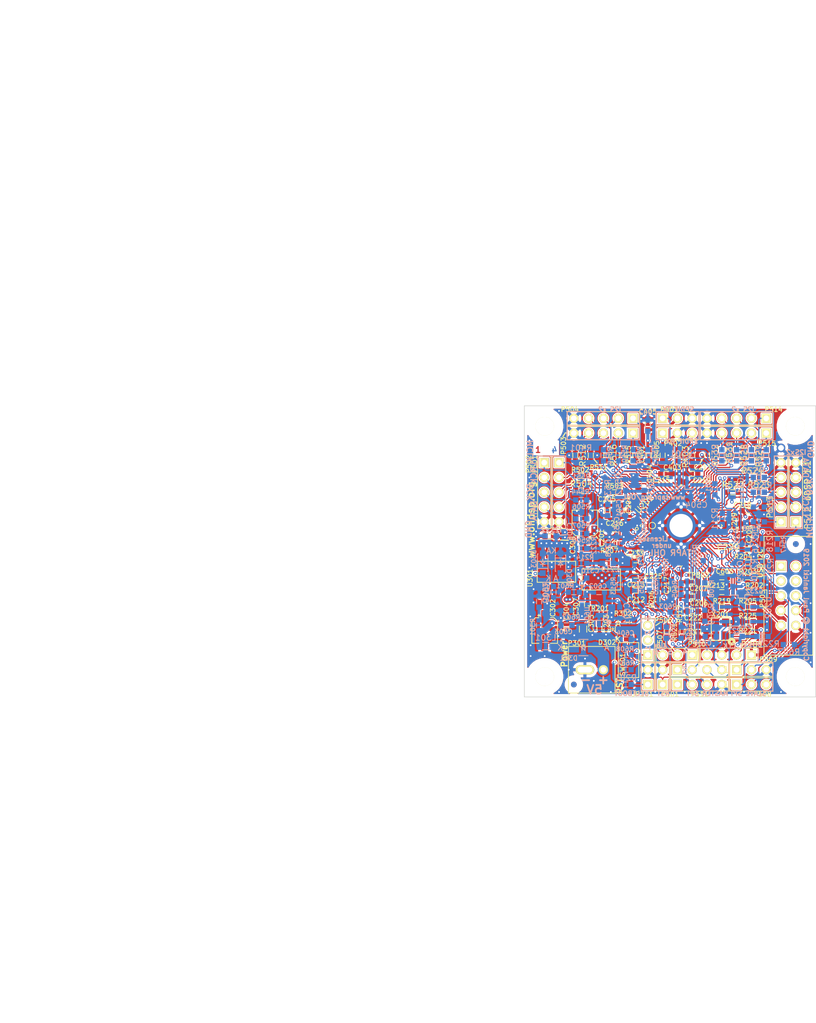
<source format=kicad_pcb>
(kicad_pcb (version 20171130) (host pcbnew "(5.1.0)-1")
  (title_block (title uDSP) (date 2019-04-02) (rev 1.1) (company "Open Hardware DSP Platform - www.ohdsp.org") (comment 1 "MERCHANTABILITY, SATISFACTORY QUALITY AND FITNESS FOR A PARTICULAR PURPOSE.") (comment 2 "is distributed WITHOUT ANY EXPRESS OR IMPLIED WARRANTY, INCLUDING OF") (comment 3 "Licensed under the TAPR Open Hardware License (www.tapr.org/OHL). This documentation") (comment 4 "Copyright Paul Janicki 2019"))
  (layers (0 F.Cu jumper) (1 In1.Cu power) (2 In2.Cu mixed) (31 B.Cu jumper) (34 B.Paste user) (35 F.Paste user) (36 B.SilkS user) (37 F.SilkS user) (38 B.Mask user) (39 F.Mask user) (44 Edge.Cuts user))
  (net 0 "")
  (net 1 GNDD)
  (net 2 VCC)
  (net 3 "Net-(C501-Pad1)")
  (net 4 /Connectors/MCLKA1)
  (net 5 /Connectors/MCLKB1)
  (net 6 /Connectors/MCLKB2)
  (net 7 /Connectors/MCLKB3)
  (net 8 /Connectors/MCLKB4)
  (net 9 /Connectors/MCLKA2)
  (net 10 /Connectors/MCLKA3)
  (net 11 /Connectors/MCLKA4)
  (net 12 "Net-(P501-Pad4)")
  (net 13 "Net-(P502-Pad4)")
  (net 14 "Net-(P503-Pad4)")
  (net 15 "Net-(P504-Pad2)")
  (net 16 "Net-(P504-Pad4)")
  (net 17 "Net-(P501-Pad2)")
  (net 18 "Net-(P502-Pad2)")
  (net 19 "Net-(P503-Pad2)")
  (net 20 "Net-(P507-Pad2)")
  (net 21 "Net-(P512-Pad2)")
  (net 22 +3V3)
  (net 23 /MAN_RESET)
  (net 24 +1V2)
  (net 25 /AUXADC1)
  (net 26 /AUXADC2)
  (net 27 /AUXADC3)
  (net 28 /AUXADC4)
  (net 29 /AUXADC5)
  (net 30 /AUXADC6)
  (net 31 /SPDIF_RX)
  (net 32 /SPI_MISO)
  (net 33 /SPI_SCLK)
  (net 34 /SPI_MOSI)
  (net 35 /SPI_SS)
  (net 36 /SPI_M_CLK)
  (net 37 /SPI_M_MOSI)
  (net 38 /SPI_M_MUTE)
  (net 39 /SPI_M_MISO)
  (net 40 /MCLK)
  (net 41 /SPDIF_TX)
  (net 42 /IN_LRCLK3)
  (net 43 /IN_BCLK3)
  (net 44 /IN_SDATA3)
  (net 45 /IN_LRCLK2)
  (net 46 /IN_BCLK2)
  (net 47 /IN_SDATA2)
  (net 48 /IN_LRCLK1)
  (net 49 /IN_BCLK1)
  (net 50 /IN_SDATA1)
  (net 51 /IN_LRCLK0)
  (net 52 /IN_BCLK0)
  (net 53 /IN_SDATA0)
  (net 54 /OUT_LRCLK0)
  (net 55 /OUT_BCLK0)
  (net 56 /OUT_SDATA0)
  (net 57 /OUT_LRCLK1)
  (net 58 /OUT_BCLK1)
  (net 59 /OUT_SDATA1)
  (net 60 /OUT_LRCLK2)
  (net 61 /OUT_BCLK2)
  (net 62 /OUT_SDATA2)
  (net 63 /OUT_LRCLK3)
  (net 64 /OUT_BCLK3)
  (net 65 /OUT_SDATA3)
  (net 66 /GLB_RESET)
  (net 67 "Net-(R601-Pad2)")
  (net 68 "Net-(P201-Pad2)")
  (net 69 "Net-(P512-Pad4)")
  (net 70 "Net-(P601-Pad1)")
  (net 71 "Net-(R220-Pad1)")
  (net 72 "Net-(TP201-Pad1)")
  (net 73 "Net-(TP202-Pad1)")
  (net 74 /SPDIF/SPDIF_3V3)
  (net 75 "Net-(P506-Pad2)")
  (net 76 "Net-(P401-Pad1)")
  (net 77 "Net-(P507-Pad1)")
  (net 78 "Net-(P512-Pad3)")
  (net 79 "Net-(P504-Pad3)")
  (net 80 "Net-(P507-Pad3)")
  (net 81 "Net-(P515-Pad3)")
  (net 82 "Net-(P515-Pad4)")
  (net 83 "Net-(P515-Pad2)")
  (net 84 "Net-(P501-Pad3)")
  (net 85 "Net-(P513-Pad4)")
  (net 86 "Net-(P503-Pad3)")
  (net 87 "Net-(P513-Pad2)")
  (net 88 "Net-(P513-Pad3)")
  (net 89 "Net-(P514-Pad3)")
  (net 90 "Net-(P502-Pad3)")
  (net 91 "Net-(P514-Pad2)")
  (net 92 "Net-(P514-Pad4)")
  (net 93 "Net-(P506-Pad3)")
  (net 94 "Net-(P506-Pad1)")
  (net 95 "Net-(R212-Pad1)")
  (net 96 "Net-(C604-Pad1)")
  (net 97 "Net-(R603-Pad2)")
  (net 98 "Net-(C227-Pad1)")
  (net 99 "Net-(D302-Pad1)")
  (net 100 "Net-(C403-Pad1)")
  (net 101 "Net-(C403-Pad2)")
  (net 102 "Net-(D301-Pad2)")
  (net 103 "Net-(C301-Pad1)")
  (net 104 "Net-(R211-Pad1)")
  (net 105 "Net-(R208-Pad1)")
  (net 106 "Net-(C212-Pad2)")
  (net 107 "Net-(C213-Pad2)")
  (net 108 "Net-(R216-Pad2)")
  (net 109 "Net-(R223-Pad1)")
  (net 110 "Net-(C603-Pad1)")
  (net 111 "Net-(R209-Pad1)")
  (net 112 "Net-(R210-Pad1)")
  (net 113 "Net-(D301-Pad1)")
  (net 114 "Net-(R207-Pad2)")
  (net 115 "Net-(R544-Pad1)")
  (net 116 "Net-(R547-Pad1)")
  (net 117 "Net-(R546-Pad1)")
  (net 118 "Net-(R545-Pad1)")
  (net 119 /DSP_RESET)
  (net 120 "Net-(P510-Pad2)")
  (net 121 "Net-(C504-Pad1)")
  (net 122 /DSP/XTALIN)
  (net 123 /DSP/AVDD)
  (net 124 /DSP/PVDD)
  (net 125 /DSP/MCLK_ADAU)
  (net 126 /DSP/XTALOUT)
  (net 127 /DSP/SS_ADDR0)
  (net 128 /DSP/SELFBOOT)
  (net 129 /DSP/MOSI_ADDR1)
  (net 130 /DSP/SCLK_SCL)
  (net 131 /DSP/MISO_SDA)
  (net 132 /SPI_M_CS1)
  (net 133 /SPI_M_CS2)
  (module MyKiCadLibs-Footprints:SMD-0603 (layer B.Cu) (at 112 118 270)
    (fp_text reference R609 (at 0 1.27 270) (layer B.SilkS) (effects (justify mirror)))
    (fp_text value N/F hide)
    (pad 1 smd rect (at -0.95 0 270) (size 0.9 0.9) (layers B.Cu B.Paste B.Mask) (net 22 +3V3))
    (pad 2 smd rect (at 0.95 0 270) (size 0.9 0.9) (layers B.Cu B.Paste B.Mask) (net 67 "Net-(R601-Pad2)"))
  )
  (module MyKiCadLibs-Footprints:SMD-0603 (layer B.Cu) (at 124.38 126.113)
    (fp_text reference C604 (at -0.047 -1.0815) (layer B.SilkS) (effects (font (size 0.8 0.8)) (justify mirror)))
    (fp_text value 10n hide)
    (pad 2 smd rect (at 0.95 0) (size 0.9 0.9) (layers B.Cu B.Paste B.Mask) (net 1 GNDD))
    (pad 1 smd rect (at -0.95 0) (size 0.9 0.9) (layers B.Cu B.Paste B.Mask) (net 96 "Net-(C604-Pad1)"))
  )
  (module MyKiCadLibs-Footprints:SMD-0603 (layer B.Cu) (at 115.5 118 180)
    (fp_text reference R601 (at 1.5075 1.0815 180) (layer B.SilkS) (effects (font (size 0.8 0.8)) (justify mirror)))
    (fp_text value 18K7 hide)
    (pad 2 smd rect (at 0.95 0 180) (size 0.9 0.9) (layers B.Cu B.Paste B.Mask) (net 67 "Net-(R601-Pad2)"))
    (pad 1 smd rect (at -0.95 0 180) (size 0.9 0.9) (layers B.Cu B.Paste B.Mask) (net 24 +1V2))
  )
  (module MyKiCadLibs-Footprints:SMD-0603 (layer B.Cu) (at 114.22 121.16 180)
    (fp_text reference R602 (at -0.842 -1.141 180) (layer B.SilkS) (effects (font (size 0.8 0.8)) (justify mirror)))
    (fp_text value 10K hide)
    (pad 2 smd rect (at 0.95 0 180) (size 0.9 0.9) (layers B.Cu B.Paste B.Mask) (net 1 GNDD))
    (pad 1 smd rect (at -0.95 0 180) (size 0.9 0.9) (layers B.Cu B.Paste B.Mask) (net 67 "Net-(R601-Pad2)"))
  )
  (module MyKiCadLibs-Footprints:SMD-0603 (layer B.Cu) (at 116.76 110.492 180)
    (fp_text reference R222 (at -2.1755 0.51 270) (layer B.SilkS) (effects (font (size 0.8 0.8)) (justify mirror)))
    (fp_text value 1 hide)
    (pad 2 smd rect (at 0.95 0 180) (size 0.9 0.9) (layers B.Cu B.Paste B.Mask) (net 22 +3V3))
    (pad 1 smd rect (at -0.95 0 180) (size 0.9 0.9) (layers B.Cu B.Paste B.Mask) (net 123 /DSP/AVDD))
  )
  (module MyKiCadLibs-Footprints:SMD-0603 (layer B.Cu) (at 121.332 103.888 270)
    (fp_text reference R533 (at -3.3675 -0.0165 270) (layer B.SilkS) (effects (justify mirror)))
    (fp_text value 1 hide)
    (pad 1 smd rect (at -0.95 0 270) (size 0.9 0.9) (layers B.Cu B.Paste B.Mask) (net 3 "Net-(C501-Pad1)"))
    (pad 2 smd rect (at 0.95 0 270) (size 0.9 0.9) (layers B.Cu B.Paste B.Mask) (net 22 +3V3))
  )
  (module MyKiCadLibs-Footprints:SMD-0603 (layer B.Cu) (at 116.76 113.032 180)
    (fp_text reference R214 (at -0.64 1.018 180) (layer B.SilkS) (effects (font (size 0.8 0.8)) (justify mirror)))
    (fp_text value 1 hide)
    (pad 2 smd rect (at 0.95 0 180) (size 0.9 0.9) (layers B.Cu B.Paste B.Mask) (net 22 +3V3))
    (pad 1 smd rect (at -0.95 0 180) (size 0.9 0.9) (layers B.Cu B.Paste B.Mask) (net 124 /DSP/PVDD))
  )
  (module MyKiCadLibs-Footprints:SMD-0603 (layer B.Cu) (at 116.6965 94.49 180)
    (fp_text reference R401 (at 0 1.27 180) (layer B.SilkS) (effects (justify mirror)))
    (fp_text value 1 hide)
    (pad 1 smd rect (at -0.95 0 180) (size 0.9 0.9) (layers B.Cu B.Paste B.Mask) (net 74 /SPDIF/SPDIF_3V3))
    (pad 2 smd rect (at 0.95 0 180) (size 0.9 0.9) (layers B.Cu B.Paste B.Mask) (net 22 +3V3))
  )
  (module MyKiCadLibs-Footprints:SMD-0603 (layer B.Cu) (at 125.904 112.082 90)
    (fp_text reference C221 (at 0.0045 1.223 90) (layer B.SilkS) (effects (font (size 0.8 0.8)) (justify mirror)))
    (fp_text value 10u hide)
    (pad 2 smd rect (at 0.95 0 90) (size 0.9 0.9) (layers B.Cu B.Paste B.Mask) (net 1 GNDD))
    (pad 1 smd rect (at -0.95 0 90) (size 0.9 0.9) (layers B.Cu B.Paste B.Mask) (net 124 /DSP/PVDD))
  )
  (module MyKiCadLibs-Footprints:SMD-0603 (layer B.Cu) (at 123.364 121.541 270)
    (fp_text reference C601 (at 0.125 -1.223 270) (layer B.SilkS) (effects (justify mirror)))
    (fp_text value 10u hide)
    (pad 1 smd rect (at -0.95 0 270) (size 0.9 0.9) (layers B.Cu B.Paste B.Mask) (net 22 +3V3))
    (pad 2 smd rect (at 0.95 0 270) (size 0.9 0.9) (layers B.Cu B.Paste B.Mask) (net 1 GNDD))
  )
  (module MyKiCadLibs-Footprints:SMD-0603 (layer B.Cu) (at 124.38 99.57 90)
    (fp_text reference C502 (at 0.129 -1.19 90) (layer B.SilkS) (effects (justify mirror)))
    (fp_text value 22u hide)
    (pad 2 smd rect (at 0.95 0 90) (size 0.9 0.9) (layers B.Cu B.Paste B.Mask) (net 1 GNDD))
    (pad 1 smd rect (at -0.95 0 90) (size 0.9 0.9) (layers B.Cu B.Paste B.Mask) (net 3 "Net-(C501-Pad1)"))
  )
  (module MyKiCadLibs-Footprints:SMD-0603 (layer B.Cu) (at 122.856 109.476 90)
    (fp_text reference C231 (at 2.923 0.0165 90) (layer B.SilkS) (effects (font (size 0.8 0.8)) (justify mirror)))
    (fp_text value 10u hide)
    (pad 1 smd rect (at -0.95 0 90) (size 0.9 0.9) (layers B.Cu B.Paste B.Mask) (net 123 /DSP/AVDD))
    (pad 2 smd rect (at 0.95 0 90) (size 0.9 0.9) (layers B.Cu B.Paste B.Mask) (net 1 GNDD))
  )
  (module MyKiCadLibs-Footprints:SMD-0603 (layer B.Cu) (at 146.605 116.715)
    (fp_text reference C232 (at -0.1105 1.0775) (layer B.SilkS) (effects (font (size 0.8 0.8)) (justify mirror)))
    (fp_text value 10u hide)
    (pad 2 smd rect (at 0.95 0) (size 0.9 0.9) (layers B.Cu B.Paste B.Mask) (net 1 GNDD))
    (pad 1 smd rect (at -0.95 0) (size 0.9 0.9) (layers B.Cu B.Paste B.Mask) (net 22 +3V3))
  )
  (module MyKiCadLibs-Footprints:SMD-0603 (layer B.Cu) (at 111.5 108.333 180)
    (fp_text reference C306 (at -3.308 0.764 90) (layer B.SilkS) (effects (font (size 0.8 0.8)) (justify mirror)))
    (fp_text value 22u hide)
    (pad 1 smd rect (at -0.95 0 180) (size 0.9 0.9) (layers B.Cu B.Paste B.Mask) (net 22 +3V3))
    (pad 2 smd rect (at 0.95 0 180) (size 0.9 0.9) (layers B.Cu B.Paste B.Mask) (net 1 GNDD))
  )
  (module MyKiCadLibs-Footprints:SMD-0603 (layer B.Cu) (at 116.76 115.572 180)
    (fp_text reference C310 (at -1.5405 1.27 180) (layer B.SilkS) (effects (font (size 0.8 0.8)) (justify mirror)))
    (fp_text value 10u hide)
    (pad 2 smd rect (at 0.95 0 180) (size 0.9 0.9) (layers B.Cu B.Paste B.Mask) (net 1 GNDD))
    (pad 1 smd rect (at -0.95 0 180) (size 0.9 0.9) (layers B.Cu B.Paste B.Mask) (net 22 +3V3))
  )
  (module MyKiCadLibs-Footprints:SMD-0603 (layer B.Cu) (at 128.19 89.41 90)
    (fp_text reference C402 (at 2.288 0.0165 180) (layer B.SilkS) (effects (font (size 0.8 0.8)) (justify mirror)))
    (fp_text value 22u hide)
    (pad 1 smd rect (at -0.95 0 90) (size 0.9 0.9) (layers B.Cu B.Paste B.Mask) (net 74 /SPDIF/SPDIF_3V3))
    (pad 2 smd rect (at 0.95 0 90) (size 0.9 0.9) (layers B.Cu B.Paste B.Mask) (net 1 GNDD))
  )
  (module MyKiCadLibs-Footprints:IC-SOT23-6 (layer B.Cu) (at 119.808 122.049 180)
    (fp_text reference U601 (at 2.032 0 270) (layer B.SilkS) (effects (font (size 0.8 0.8)) (justify mirror)))
    (fp_text value NCP308SNADJT1G hide)
    (pad 6 smd rect (at -0.95 1.4 180) (size 0.65 1.2) (layers B.Cu B.Paste B.Mask) (net 22 +3V3))
    (pad 4 smd rect (at 0.95 1.4 180) (size 0.65 1.2) (layers B.Cu B.Paste B.Mask) (net 110 "Net-(C603-Pad1)"))
    (pad 3 smd rect (at 0.95 -1.4 180) (size 0.65 1.2) (layers B.Cu B.Paste B.Mask) (net 96 "Net-(C604-Pad1)"))
    (pad 2 smd rect (at 0 -1.4 180) (size 0.65 1.2) (layers B.Cu B.Paste B.Mask) (net 1 GNDD))
    (pad 1 smd rect (at -0.95 -1.4 180) (size 0.65 1.2) (layers B.Cu B.Paste B.Mask) (net 97 "Net-(R603-Pad2)"))
    (pad 5 smd rect (at 0 1.4 180) (size 0.65 1.2) (layers B.Cu B.Paste B.Mask) (net 67 "Net-(R601-Pad2)"))
  )
  (module MyKiCadLibs-Footprints:SMD-0603 (layer F.Cu) (at 124.968 122.809 180)
    (fp_text reference R302 (at 1.0325 1.141 180) (layer F.SilkS) (effects (font (size 0.8 0.8))))
    (fp_text value 470 hide)
    (pad 1 smd rect (at -0.95 0 180) (size 0.9 0.9) (layers F.Cu F.Paste F.Mask) (net 22 +3V3))
    (pad 2 smd rect (at 0.95 0 180) (size 0.9 0.9) (layers F.Cu F.Paste F.Mask) (net 99 "Net-(D302-Pad1)"))
  )
  (module MyKiCadLibs-Footprints:SMD-0603-LED (layer F.Cu) (at 122.174 124.3355 270)
    (fp_text reference D302 (at 2.2855 0.969) (layer F.SilkS) (effects (font (size 0.8 0.8))))
    (fp_text value "LED 0603" hide)
    (fp_text user A (at -0.953 -0.936) (layer F.SilkS))
    (fp_text user K (at 1.7775 -0.936) (layer F.SilkS))
    (pad 1 smd rect (at -0.95 0 270) (size 0.9 0.9) (layers F.Cu F.Paste F.Mask) (net 99 "Net-(D302-Pad1)"))
    (pad 2 smd rect (at 0.95 0 270) (size 0.9 0.9) (layers F.Cu F.Paste F.Mask) (net 1 GNDD))
  )
  (module MyKiCadLibs-Footprints:SMD-0805 (layer F.Cu) (at 117.08 124.335 270)
    (fp_text reference C303 (at -0.9525 -1.3945 270) (layer F.SilkS) (effects (font (size 0.8 0.8))))
    (fp_text value 22u hide)
    (pad 2 smd rect (at 1.1 0 270) (size 0.9 1.3) (layers F.Cu F.Paste F.Mask) (net 1 GNDD))
    (pad 1 smd rect (at -1.1 0 270) (size 0.9 1.3) (layers F.Cu F.Paste F.Mask) (net 2 VCC))
  )
  (module MyKiCadLibs-Footprints:SMD-0603 (layer B.Cu) (at 136.525 101.6 180)
    (fp_text reference C504 (at 0 -1.399 180) (layer B.SilkS) (effects (justify mirror)))
    (fp_text value 1n hide)
    (pad 1 smd rect (at -0.95 0 180) (size 0.9 0.9) (layers B.Cu B.Paste B.Mask) (net 121 "Net-(C504-Pad1)"))
    (pad 2 smd rect (at 0.95 0 180) (size 0.9 0.9) (layers B.Cu B.Paste B.Mask) (net 1 GNDD))
  )
  (module MyKiCadLibs-Footprints:SMD-0603 (layer F.Cu) (at 116.887 120.0805 270)
    (fp_text reference C307 (at 0.4445 1.016 270) (layer F.SilkS) (effects (font (size 0.8 0.8))))
    (fp_text value 100n hide)
    (pad 2 smd rect (at 0.95 0 270) (size 0.9 0.9) (layers F.Cu F.Paste F.Mask) (net 1 GNDD))
    (pad 1 smd rect (at -0.95 0 270) (size 0.9 0.9) (layers F.Cu F.Paste F.Mask) (net 22 +3V3))
  )
  (module MyKiCadLibs-Footprints:SMD-0603 (layer F.Cu) (at 114.22 124.335 270)
    (fp_text reference C304 (at -3.048 0 90) (layer F.SilkS) (effects (font (size 0.8 0.8))))
    (fp_text value 100n hide)
    (pad 2 smd rect (at 0.95 0 270) (size 0.9 0.9) (layers F.Cu F.Paste F.Mask) (net 1 GNDD))
    (pad 1 smd rect (at -0.95 0 270) (size 0.9 0.9) (layers F.Cu F.Paste F.Mask) (net 2 VCC))
  )
  (module MyKiCadLibs-Footprints:SMD-0603 (layer F.Cu) (at 111.5 108.46 180)
    (fp_text reference C305 (at -3.816 -1.4585 270) (layer F.SilkS) (effects (font (size 0.8 0.8))))
    (fp_text value 100n hide)
    (pad 1 smd rect (at -0.95 0 180) (size 0.9 0.9) (layers F.Cu F.Paste F.Mask) (net 22 +3V3))
    (pad 2 smd rect (at 0.95 0 180) (size 0.9 0.9) (layers F.Cu F.Paste F.Mask) (net 1 GNDD))
  )
  (module MyKiCadLibs-Footprints:CAP-SMD-SIZE-B (layer F.Cu) (at 110.49 124.587)
    (fp_text reference C302 (at 1.397 -3.8735 270) (layer F.SilkS) (effects (font (size 0.8 0.8))))
    (fp_text value 10u hide)
    (pad 1 smd rect (at 0 -2) (size 1.2 3) (layers F.Cu F.Paste F.Mask) (net 2 VCC))
    (pad 2 smd rect (at 0 2) (size 1.2 3) (layers F.Cu F.Paste F.Mask) (net 1 GNDD))
  )
  (module MyKiCadLibs-Footprints:CAP-SMD-SIZE-B (layer F.Cu) (at 117.395 106.1085 180)
    (fp_text reference C201 (at -2.8575 -2.6035 90) (layer F.SilkS) (effects (font (size 0.8 0.8))))
    (fp_text value 22u hide)
    (pad 1 smd rect (at 0 -2 180) (size 1.2 3) (layers F.Cu F.Paste F.Mask) (net 24 +1V2))
    (pad 2 smd rect (at 0 2 180) (size 1.2 3) (layers F.Cu F.Paste F.Mask) (net 1 GNDD))
  )
  (module MyKiCadLibs-Footprints:CONN_SIL_4_1MM (layer F.Cu) (at 133.27 131.32)
    (fp_text reference P510 (at 3.3185 -4.3835 180) (layer F.SilkS) (effects (font (size 0.8 0.8))))
    (fp_text value CONN_4x1 hide)
    (pad 4 thru_hole circle (at 7.62 0) (size 1.6 1.6) (drill 1) (layers *.Cu *.Mask F.SilkS) (net 37 /SPI_M_MOSI))
    (pad 3 thru_hole circle (at 5.08 0) (size 1.6 1.6) (drill 1) (layers *.Cu *.Mask F.SilkS) (net 36 /SPI_M_CLK))
    (pad 1 thru_hole rect (at 0 0) (size 1.6 1.6) (drill 1) (layers *.Cu *.Mask F.SilkS) (net 132 /SPI_M_CS1))
    (pad 2 thru_hole circle (at 2.54 0) (size 1.6 1.6) (drill 1) (layers *.Cu *.Mask F.SilkS) (net 120 "Net-(P510-Pad2)"))
  )
  (module MyKiCadLibs-Footprints:IC_SOIC_8 (layer B.Cu) (at 146.859 119.255 180)
    (fp_text reference U202 (at -2.032 -1.397 270) (layer B.SilkS) (effects (justify mirror)))
    (fp_text value M95M01-RMN6TP hide)
    (pad 8 smd rect (at 5.2 0 180) (size 2.2 0.6) (layers B.Cu B.Paste B.Mask) (net 22 +3V3))
    (pad 7 smd rect (at 5.2 -1.27 180) (size 2.2 0.6) (layers B.Cu B.Paste B.Mask) (net 109 "Net-(R223-Pad1)"))
    (pad 6 smd rect (at 5.2 -2.54 180) (size 2.2 0.6) (layers B.Cu B.Paste B.Mask) (net 36 /SPI_M_CLK))
    (pad 5 smd rect (at 5.2 -3.81 180) (size 2.2 0.6) (layers B.Cu B.Paste B.Mask) (net 37 /SPI_M_MOSI))
    (pad 4 smd rect (at 0 -3.81 180) (size 2.2 0.6) (layers B.Cu B.Paste B.Mask) (net 1 GNDD))
    (pad 3 smd rect (at 0 -2.54 180) (size 2.2 0.6) (layers B.Cu B.Paste B.Mask) (net 71 "Net-(R220-Pad1)"))
    (pad 2 smd rect (at 0 -1.27 180) (size 2.2 0.6) (layers B.Cu B.Paste B.Mask) (net 108 "Net-(R216-Pad2)"))
    (pad 1 smd rect (at 0 0 180) (size 2.2 0.6) (layers B.Cu B.Paste B.Mask) (net 132 /SPI_M_CS1))
  )
  (module MyKiCadLibs-Footprints:SMD-0603 (layer B.Cu) (at 123.364 116.715 90)
    (fp_text reference R513 (at -0.1885 -1.063 90) (layer B.SilkS) (effects (font (size 0.8 0.8)) (justify mirror)))
    (fp_text value 4K7 hide)
    (pad 1 smd rect (at -0.95 0 90) (size 0.9 0.9) (layers B.Cu B.Paste B.Mask) (net 93 "Net-(P506-Pad3)"))
    (pad 2 smd rect (at 0.95 0 90) (size 0.9 0.9) (layers B.Cu B.Paste B.Mask) (net 27 /AUXADC3))
  )
  (module MyKiCadLibs-Footprints:SMD-0603 (layer B.Cu) (at 128.444 116.715 90)
    (fp_text reference R525 (at -0.252 1.096 90) (layer B.SilkS) (effects (font (size 0.8 0.8)) (justify mirror)))
    (fp_text value 4K7 hide)
    (pad 2 smd rect (at 0.95 0 90) (size 0.9 0.9) (layers B.Cu B.Paste B.Mask) (net 30 /AUXADC6))
    (pad 1 smd rect (at -0.95 0 90) (size 0.9 0.9) (layers B.Cu B.Paste B.Mask) (net 80 "Net-(P507-Pad3)"))
  )
  (module MyKiCadLibs-Footprints:SMD-0603 (layer F.Cu) (at 131.492 124.775 90)
    (fp_text reference R521 (at -0.068 1.27 90) (layer F.SilkS) (effects (font (size 0.8 0.8))))
    (fp_text value 4K7 hide)
    (pad 1 smd rect (at -0.95 0 90) (size 0.9 0.9) (layers F.Cu F.Paste F.Mask) (net 20 "Net-(P507-Pad2)"))
    (pad 2 smd rect (at 0.95 0 90) (size 0.9 0.9) (layers F.Cu F.Paste F.Mask) (net 29 /AUXADC5))
  )
  (module MyKiCadLibs-Footprints:SMD-0603 (layer F.Cu) (at 134.159 124.775 90)
    (fp_text reference R517 (at 3.0435 -0.508 90) (layer F.SilkS) (effects (font (size 0.8 0.8))))
    (fp_text value 4K7 hide)
    (pad 2 smd rect (at 0.95 0 90) (size 0.9 0.9) (layers F.Cu F.Paste F.Mask) (net 28 /AUXADC4))
    (pad 1 smd rect (at -0.95 0 90) (size 0.9 0.9) (layers F.Cu F.Paste F.Mask) (net 77 "Net-(P507-Pad1)"))
  )
  (module MyKiCadLibs-Footprints:SMD-0603 (layer B.Cu) (at 125.904 116.715 90)
    (fp_text reference R505 (at 0.002 1.1595 90) (layer B.SilkS) (effects (font (size 0.8 0.8)) (justify mirror)))
    (fp_text value 4K7 hide)
    (pad 1 smd rect (at -0.95 0 90) (size 0.9 0.9) (layers B.Cu B.Paste B.Mask) (net 94 "Net-(P506-Pad1)"))
    (pad 2 smd rect (at 0.95 0 90) (size 0.9 0.9) (layers B.Cu B.Paste B.Mask) (net 25 /AUXADC1))
  )
  (module MyKiCadLibs-Footprints:SMD-0603 (layer B.Cu) (at 130.984 116.715 90)
    (fp_text reference R509 (at 2.9865 0.2705 270) (layer B.SilkS) (effects (font (size 0.8 0.8)) (justify mirror)))
    (fp_text value 4K7 hide)
    (pad 2 smd rect (at 0.95 0 90) (size 0.9 0.9) (layers B.Cu B.Paste B.Mask) (net 26 /AUXADC2))
    (pad 1 smd rect (at -0.95 0 90) (size 0.9 0.9) (layers B.Cu B.Paste B.Mask) (net 75 "Net-(P506-Pad2)"))
  )
  (module MyKiCadLibs-Footprints:SMD-0603 (layer B.Cu) (at 121.332 113.032)
    (fp_text reference C219 (at 0.3975 1.0775) (layer B.SilkS) (effects (font (size 0.8 0.8)) (justify mirror)))
    (fp_text value 100p hide)
    (pad 1 smd rect (at -0.95 0) (size 0.9 0.9) (layers B.Cu B.Paste B.Mask) (net 124 /DSP/PVDD))
    (pad 2 smd rect (at 0.95 0) (size 0.9 0.9) (layers B.Cu B.Paste B.Mask) (net 1 GNDD))
  )
  (module MyKiCadLibs-Footprints:CONN_DIL_2X5_BOX_1MM (layer F.Cu) (at 152.32 118.62)
    (fp_text reference P505 (at -4.445 0.508 90) (layer F.SilkS) (effects (font (size 0.8 0.8))))
    (fp_text value CONN_02X05 hide)
    (pad 10 thru_hole circle (at 1.27 5.08) (size 1.6 1.6) (drill 1) (layers *.Cu *.Mask F.SilkS) (net 1 GNDD))
    (pad 9 thru_hole circle (at -1.27 5.08) (size 1.6 1.6) (drill 1) (layers *.Cu *.Mask F.SilkS) (net 35 /SPI_SS))
    (pad 8 thru_hole circle (at 1.27 2.54) (size 1.6 1.6) (drill 1) (layers *.Cu *.Mask F.SilkS) (net 34 /SPI_MOSI))
    (pad 7 thru_hole circle (at -1.27 2.54) (size 1.6 1.6) (drill 1) (layers *.Cu *.Mask F.SilkS) (net 33 /SPI_SCLK))
    (pad 6 thru_hole circle (at 1.27 0) (size 1.6 1.6) (drill 1) (layers *.Cu *.Mask F.SilkS) (net 23 /MAN_RESET))
    (pad 5 thru_hole circle (at -1.27 0) (size 1.6 1.6) (drill 1) (layers *.Cu *.Mask F.SilkS) (net 32 /SPI_MISO))
    (pad 4 thru_hole circle (at 1.27 -2.54) (size 1.6 1.6) (drill 1) (layers *.Cu *.Mask F.SilkS))
    (pad 3 thru_hole circle (at -1.27 -2.54) (size 1.6 1.6) (drill 1) (layers *.Cu *.Mask F.SilkS))
    (pad 2 thru_hole circle (at 1.27 -5.08) (size 1.6 1.6) (drill 1) (layers *.Cu *.Mask F.SilkS))
    (pad 1 thru_hole rect (at -1.27 -5.08) (size 1.6 1.6) (drill 1) (layers *.Cu *.Mask F.SilkS))
  )
  (module MyKiCadLibs-Footprints:SMD-0603 (layer B.Cu) (at 124.38 128.78 180)
    (fp_text reference R608 (at 0.127 1.016) (layer B.SilkS) (effects (font (size 0.8 0.8)) (justify mirror)))
    (fp_text value 2K2 hide)
    (pad 1 smd rect (at -0.95 0 180) (size 0.9 0.9) (layers B.Cu B.Paste B.Mask) (net 22 +3V3))
    (pad 2 smd rect (at 0.95 0 180) (size 0.9 0.9) (layers B.Cu B.Paste B.Mask) (net 96 "Net-(C604-Pad1)"))
  )
  (module MyKiCadLibs-Footprints:SMD-0603 (layer B.Cu) (at 148.51 94.49 90)
    (fp_text reference R526 (at 0.002 -1.143 90) (layer B.SilkS) (effects (justify mirror)))
    (fp_text value 22 hide)
    (pad 2 smd rect (at 0.95 0 90) (size 0.9 0.9) (layers B.Cu B.Paste B.Mask) (net 91 "Net-(P514-Pad2)"))
    (pad 1 smd rect (at -0.95 0 90) (size 0.9 0.9) (layers B.Cu B.Paste B.Mask) (net 60 /OUT_LRCLK2))
  )
  (module MyKiCadLibs-Footprints:XTAL_3.2x2.5_4PIN (layer F.Cu) (at 140.675 124.335 90)
    (fp_text reference X201 (at 2.54 -0.039 180) (layer F.SilkS) (effects (font (size 0.8 0.8))))
    (fp_text value 24M576 hide)
    (pad 1 smd rect (at -1.1 0.85 90) (size 1.4 1.2) (layers F.Cu F.Paste F.Mask) (net 122 /DSP/XTALIN))
    (pad 2 smd rect (at 1.1 0.85 90) (size 1.4 1.2) (layers F.Cu F.Paste F.Mask) (net 1 GNDD))
    (pad 3 smd rect (at 1.1 -0.85 90) (size 1.4 1.2) (layers F.Cu F.Paste F.Mask) (net 98 "Net-(C227-Pad1)"))
    (pad 4 smd rect (at -1.1 -0.85 90) (size 1.4 1.2) (layers F.Cu F.Paste F.Mask) (net 1 GNDD))
  )
  (module MyKiCadLibs-Footprints:SMD-0603 (layer F.Cu) (at 145.335 110.68)
    (fp_text reference C220 (at -3.3655 -0.442) (layer F.SilkS))
    (fp_text value 10n hide)
    (pad 1 smd rect (at -0.95 0) (size 0.9 0.9) (layers F.Cu F.Paste F.Mask) (net 128 /DSP/SELFBOOT))
    (pad 2 smd rect (at 0.95 0) (size 0.9 0.9) (layers F.Cu F.Paste F.Mask) (net 1 GNDD))
  )
  (module MyKiCadLibs-Footprints:SMD-0603 (layer B.Cu) (at 109.521 119.636 90)
    (fp_text reference C301 (at 1.653 1.096 90) (layer B.SilkS) (effects (font (size 0.8 0.8)) (justify mirror)))
    (fp_text value 100p hide)
    (pad 2 smd rect (at 0.95 0 90) (size 0.9 0.9) (layers B.Cu B.Paste B.Mask) (net 1 GNDD))
    (pad 1 smd rect (at -0.95 0 90) (size 0.9 0.9) (layers B.Cu B.Paste B.Mask) (net 103 "Net-(C301-Pad1)"))
  )
  (module MyKiCadLibs-Footprints:SMD-0603 (layer B.Cu) (at 109.521 123.7 90)
    (fp_text reference R301 (at -0.3155 -1.063 90) (layer B.SilkS) (effects (font (size 0.8 0.8)) (justify mirror)))
    (fp_text value 47 hide)
    (pad 1 smd rect (at -0.95 0 90) (size 0.9 0.9) (layers B.Cu B.Paste B.Mask) (net 2 VCC))
    (pad 2 smd rect (at 0.95 0 90) (size 0.9 0.9) (layers B.Cu B.Paste B.Mask) (net 103 "Net-(C301-Pad1)"))
  )
  (module MyKiCadLibs-Footprints:SMD-0603 (layer F.Cu) (at 119.888 124.333 270)
    (fp_text reference C203 (at -0.9505 -1.19 270) (layer F.SilkS) (effects (font (size 0.8 0.8))))
    (fp_text value 100n hide)
    (pad 1 smd rect (at -0.95 0 270) (size 0.9 0.9) (layers F.Cu F.Paste F.Mask) (net 24 +1V2))
    (pad 2 smd rect (at 0.95 0 270) (size 0.9 0.9) (layers F.Cu F.Paste F.Mask) (net 1 GNDD))
  )
  (module MyKiCadLibs-Footprints:IC-LFCSP72-HANDFIT (layer F.Cu) (at 133.905 106.561981 45)
    (fp_text reference U201 (at -1.821891 -7.070429 45) (layer F.SilkS))
    (fp_text value ADAU1452WBCPZ hide)
    (pad EP1 thru_hole circle (at 2.25 2.25 45) (size 0.8 0.8) (drill 0.6) (layers *.Cu *.Mask) (net 1 GNDD))
    (pad EP1 thru_hole circle (at -2.25 2.25 45) (size 0.8 0.8) (drill 0.6) (layers *.Cu *.Mask) (net 1 GNDD))
    (pad EP1 thru_hole circle (at -2.25 -2.25 45) (size 0.8 0.8) (drill 0.6) (layers *.Cu *.Mask) (net 1 GNDD))
    (pad EP1 thru_hole circle (at 2.25 -2.25 45) (size 0.8 0.8) (drill 0.6) (layers *.Cu *.Mask) (net 1 GNDD))
    (pad EP1 thru_hole circle (at 0 0 45) (size 5 5) (drill 4) (layers *.Cu *.Mask) (net 1 GNDD))
    (pad EP1 smd rect (at 0 0 45) (size 5.3 5.3) (layers F.Cu F.Paste F.Mask) (net 1 GNDD))
    (pad 72 smd rect (at -4.25 -5.55 45) (size 0.25 1.5) (layers F.Cu F.Paste F.Mask) (net 1 GNDD))
    (pad 71 smd rect (at -3.75 -5.55 45) (size 0.25 1.5) (layers F.Cu F.Paste F.Mask) (net 24 +1V2))
    (pad 70 smd rect (at -3.25 -5.550001 45) (size 0.25 1.5) (layers F.Cu F.Paste F.Mask) (net 44 /IN_SDATA3))
    (pad 69 smd rect (at -2.75 -5.55 45) (size 0.25 1.5) (layers F.Cu F.Paste F.Mask) (net 42 /IN_LRCLK3))
    (pad 68 smd rect (at -2.25 -5.55 45) (size 0.25 1.5) (layers F.Cu F.Paste F.Mask) (net 43 /IN_BCLK3))
    (pad 67 smd rect (at -1.75 -5.550001 45) (size 0.25 1.5) (layers F.Cu F.Paste F.Mask) (net 47 /IN_SDATA2))
    (pad 66 smd rect (at -1.25 -5.55 45) (size 0.25 1.5) (layers F.Cu F.Paste F.Mask) (net 45 /IN_LRCLK2))
    (pad 65 smd rect (at -0.75 -5.550001 45) (size 0.25 1.5) (layers F.Cu F.Paste F.Mask) (net 46 /IN_BCLK2))
    (pad 64 smd rect (at -0.25 -5.55 45) (size 0.25 1.5) (layers F.Cu F.Paste F.Mask) (net 72 "Net-(TP201-Pad1)"))
    (pad 63 smd rect (at 0.25 -5.55 45) (size 0.25 1.5) (layers F.Cu F.Paste F.Mask) (net 73 "Net-(TP202-Pad1)"))
    (pad 62 smd rect (at 0.75 -5.550001 45) (size 0.25 1.5) (layers F.Cu F.Paste F.Mask) (net 50 /IN_SDATA1))
    (pad 61 smd rect (at 1.25 -5.55 45) (size 0.25 1.5) (layers F.Cu F.Paste F.Mask) (net 48 /IN_LRCLK1))
    (pad 60 smd rect (at 1.75 -5.550001 45) (size 0.25 1.5) (layers F.Cu F.Paste F.Mask) (net 49 /IN_BCLK1))
    (pad 59 smd rect (at 2.25 -5.55 45) (size 0.25 1.5) (layers F.Cu F.Paste F.Mask) (net 53 /IN_SDATA0))
    (pad 58 smd rect (at 2.75 -5.55 45) (size 0.25 1.5) (layers F.Cu F.Paste F.Mask) (net 51 /IN_LRCLK0))
    (pad 57 smd rect (at 3.25 -5.550001 45) (size 0.25 1.5) (layers F.Cu F.Paste F.Mask) (net 52 /IN_BCLK0))
    (pad 56 smd rect (at 3.75 -5.55 45) (size 0.25 1.5) (layers F.Cu F.Paste F.Mask) (net 22 +3V3))
    (pad 55 smd rect (at 4.25 -5.55 45) (size 0.25 1.5) (layers F.Cu F.Paste F.Mask) (net 1 GNDD))
    (pad 54 smd rect (at 5.55 -4.25 45) (size 1.5 0.25) (layers F.Cu F.Paste F.Mask) (net 1 GNDD))
    (pad 53 smd rect (at 5.55 -3.75 45) (size 1.5 0.25) (layers F.Cu F.Paste F.Mask) (net 24 +1V2))
    (pad 52 smd rect (at 5.550001 -3.25 45) (size 1.5 0.25) (layers F.Cu F.Paste F.Mask) (net 65 /OUT_SDATA3))
    (pad 51 smd rect (at 5.55 -2.75 45) (size 1.5 0.25) (layers F.Cu F.Paste F.Mask) (net 64 /OUT_BCLK3))
    (pad 50 smd rect (at 5.55 -2.25 45) (size 1.5 0.25) (layers F.Cu F.Paste F.Mask) (net 63 /OUT_LRCLK3))
    (pad 49 smd rect (at 5.550001 -1.75 45) (size 1.5 0.25) (layers F.Cu F.Paste F.Mask) (net 62 /OUT_SDATA2))
    (pad 48 smd rect (at 5.55 -1.25 45) (size 1.5 0.25) (layers F.Cu F.Paste F.Mask) (net 61 /OUT_BCLK2))
    (pad 47 smd rect (at 5.550001 -0.75 45) (size 1.5 0.25) (layers F.Cu F.Paste F.Mask) (net 60 /OUT_LRCLK2))
    (pad 46 smd rect (at 5.55 -0.25 45) (size 1.5 0.25) (layers F.Cu F.Paste F.Mask) (net 104 "Net-(R211-Pad1)"))
    (pad 45 smd rect (at 5.55 0.25 45) (size 1.5 0.25) (layers F.Cu F.Paste F.Mask) (net 95 "Net-(R212-Pad1)"))
    (pad 44 smd rect (at 5.550001 0.75 45) (size 1.5 0.25) (layers F.Cu F.Paste F.Mask) (net 59 /OUT_SDATA1))
    (pad 43 smd rect (at 5.55 1.25 45) (size 1.5 0.25) (layers F.Cu F.Paste F.Mask) (net 58 /OUT_BCLK1))
    (pad 42 smd rect (at 5.550001 1.75 45) (size 1.5 0.25) (layers F.Cu F.Paste F.Mask) (net 57 /OUT_LRCLK1))
    (pad 41 smd rect (at 5.55 2.25 45) (size 1.5 0.25) (layers F.Cu F.Paste F.Mask) (net 56 /OUT_SDATA0))
    (pad 40 smd rect (at 5.55 2.75 45) (size 1.5 0.25) (layers F.Cu F.Paste F.Mask) (net 55 /OUT_BCLK0))
    (pad 39 smd rect (at 5.550001 3.25 45) (size 1.5 0.25) (layers F.Cu F.Paste F.Mask) (net 54 /OUT_LRCLK0))
    (pad 38 smd rect (at 5.55 3.75 45) (size 1.5 0.25) (layers F.Cu F.Paste F.Mask) (net 22 +3V3))
    (pad 37 smd rect (at 5.55 4.25 45) (size 1.5 0.25) (layers F.Cu F.Paste F.Mask) (net 1 GNDD))
    (pad 36 smd rect (at 4.25 5.55 45) (size 0.25 1.5) (layers F.Cu F.Paste F.Mask) (net 1 GNDD))
    (pad 35 smd rect (at 3.75 5.55 45) (size 0.25 1.5) (layers F.Cu F.Paste F.Mask) (net 24 +1V2))
    (pad 34 smd rect (at 3.25 5.550001 45) (size 0.25 1.5) (layers F.Cu F.Paste F.Mask) (net 128 /DSP/SELFBOOT))
    (pad 33 smd rect (at 2.75 5.55 45) (size 0.25 1.5) (layers F.Cu F.Paste F.Mask) (net 127 /DSP/SS_ADDR0))
    (pad 32 smd rect (at 2.25 5.55 45) (size 0.25 1.5) (layers F.Cu F.Paste F.Mask) (net 129 /DSP/MOSI_ADDR1))
    (pad 31 smd rect (at 1.75 5.550001 45) (size 0.25 1.5) (layers F.Cu F.Paste F.Mask) (net 130 /DSP/SCLK_SCL))
    (pad 30 smd rect (at 1.25 5.55 45) (size 0.25 1.5) (layers F.Cu F.Paste F.Mask) (net 131 /DSP/MISO_SDA))
    (pad 29 smd rect (at 0.75 5.550001 45) (size 0.25 1.5) (layers F.Cu F.Paste F.Mask) (net 39 /SPI_M_MISO))
    (pad 28 smd rect (at 0.25 5.55 45) (size 0.25 1.5) (layers F.Cu F.Paste F.Mask) (net 105 "Net-(R208-Pad1)"))
    (pad 27 smd rect (at -0.25 5.55 45) (size 0.25 1.5) (layers F.Cu F.Paste F.Mask) (net 111 "Net-(R209-Pad1)"))
    (pad 26 smd rect (at -0.75 5.550001 45) (size 0.25 1.5) (layers F.Cu F.Paste F.Mask) (net 112 "Net-(R210-Pad1)"))
    (pad 25 smd rect (at -1.25 5.55 45) (size 0.25 1.5) (layers F.Cu F.Paste F.Mask) (net 1 GNDD))
    (pad 24 smd rect (at -1.75 5.550001 45) (size 0.25 1.5) (layers F.Cu F.Paste F.Mask) (net 119 /DSP_RESET))
    (pad 23 smd rect (at -2.25 5.55 45) (size 0.25 1.5) (layers F.Cu F.Paste F.Mask) (net 125 /DSP/MCLK_ADAU))
    (pad 22 smd rect (at -2.75 5.55 45) (size 0.25 1.5) (layers F.Cu F.Paste F.Mask) (net 126 /DSP/XTALOUT))
    (pad 21 smd rect (at -3.25 5.550001 45) (size 0.25 1.5) (layers F.Cu F.Paste F.Mask) (net 122 /DSP/XTALIN))
    (pad 20 smd rect (at -3.75 5.55 45) (size 0.25 1.5) (layers F.Cu F.Paste F.Mask) (net 24 +1V2))
    (pad 19 smd rect (at -4.25 5.55 45) (size 0.25 1.5) (layers F.Cu F.Paste F.Mask) (net 1 GNDD))
    (pad 18 smd rect (at -5.55 4.25 45) (size 1.5 0.25) (layers F.Cu F.Paste F.Mask) (net 22 +3V3))
    (pad 17 smd rect (at -5.55 3.75 45) (size 1.5 0.25) (layers F.Cu F.Paste F.Mask) (net 1 GNDD))
    (pad 16 smd rect (at -5.550001 3.25 45) (size 1.5 0.25) (layers F.Cu F.Paste F.Mask) (net 107 "Net-(C213-Pad2)"))
    (pad 15 smd rect (at -5.55 2.75 45) (size 1.5 0.25) (layers F.Cu F.Paste F.Mask) (net 124 /DSP/PVDD))
    (pad 14 smd rect (at -5.55 2.25 45) (size 1.5 0.25) (layers F.Cu F.Paste F.Mask) (net 1 GNDD))
    (pad 13 smd rect (at -5.550001 1.75 45) (size 1.5 0.25) (layers F.Cu F.Paste F.Mask) (net 30 /AUXADC6))
    (pad 12 smd rect (at -5.55 1.25 45) (size 1.5 0.25) (layers F.Cu F.Paste F.Mask) (net 29 /AUXADC5))
    (pad 11 smd rect (at -5.550001 0.75 45) (size 1.5 0.25) (layers F.Cu F.Paste F.Mask) (net 28 /AUXADC4))
    (pad 10 smd rect (at -5.55 0.25 45) (size 1.5 0.25) (layers F.Cu F.Paste F.Mask) (net 27 /AUXADC3))
    (pad 9 smd rect (at -5.55 -0.25 45) (size 1.5 0.25) (layers F.Cu F.Paste F.Mask) (net 26 /AUXADC2))
    (pad 8 smd rect (at -5.550001 -0.75 45) (size 1.5 0.25) (layers F.Cu F.Paste F.Mask) (net 25 /AUXADC1))
    (pad 7 smd rect (at -5.55 -1.25 45) (size 1.5 0.25) (layers F.Cu F.Paste F.Mask) (net 123 /DSP/AVDD))
    (pad 6 smd rect (at -5.550001 -1.75 45) (size 1.5 0.25) (layers F.Cu F.Paste F.Mask) (net 1 GNDD))
    (pad 5 smd rect (at -5.55 -2.25 45) (size 1.5 0.25) (layers F.Cu F.Paste F.Mask) (net 41 /SPDIF_TX))
    (pad 4 smd rect (at -5.55 -2.75 45) (size 1.5 0.25) (layers F.Cu F.Paste F.Mask) (net 31 /SPDIF_RX))
    (pad 3 smd rect (at -5.550001 -3.25 45) (size 1.5 0.25) (layers F.Cu F.Paste F.Mask) (net 114 "Net-(R207-Pad2)"))
    (pad 2 smd rect (at -5.55 -3.75 45) (size 1.5 0.25) (layers F.Cu F.Paste F.Mask) (net 22 +3V3))
    (pad 1 smd rect (at -5.55 -4.25 45) (size 1.5 0.25) (layers F.Cu F.Paste F.Mask) (net 1 GNDD))
  )
  (module MyKiCadLibs-Footprints:SMD-0603 (layer F.Cu) (at 140.89 117.985)
    (fp_text reference R213 (at -1.016 -1.143) (layer F.SilkS) (effects (font (size 0.8 0.8))))
    (fp_text value 22 hide)
    (pad 1 smd rect (at -0.949999 0) (size 0.9 0.9) (layers F.Cu F.Paste F.Mask) (net 125 /DSP/MCLK_ADAU))
    (pad 2 smd rect (at 0.949999 0) (size 0.9 0.9) (layers F.Cu F.Paste F.Mask) (net 40 /MCLK))
  )
  (module MyKiCadLibs-Footprints:SMD-0603 (layer F.Cu) (at 128.19 89.156 90)
    (fp_text reference C405 (at 2.159 0 180) (layer F.SilkS) (effects (font (size 0.8 0.8))))
    (fp_text value 100n hide)
    (pad 2 smd rect (at 0.95 0 90) (size 0.9 0.9) (layers F.Cu F.Paste F.Mask) (net 1 GNDD))
    (pad 1 smd rect (at -0.95 0 90) (size 0.9 0.9) (layers F.Cu F.Paste F.Mask) (net 74 /SPDIF/SPDIF_3V3))
  )
  (module MyKiCadLibs-Footprints:SMD-0603 (layer B.Cu) (at 124.38 103.888 270)
    (fp_text reference C501 (at -0.3195 1.1265 270) (layer B.SilkS) (effects (font (size 0.8 0.8)) (justify mirror)))
    (fp_text value 100p hide)
    (pad 1 smd rect (at -0.95 0 270) (size 0.9 0.9) (layers B.Cu B.Paste B.Mask) (net 3 "Net-(C501-Pad1)"))
    (pad 2 smd rect (at 0.95 0 270) (size 0.9 0.9) (layers B.Cu B.Paste B.Mask) (net 1 GNDD))
  )
  (module MyKiCadLibs-Footprints:SMD-0603 (layer F.Cu) (at 126.031 94.49 270)
    (fp_text reference C401 (at -0.1925 -1.096 270) (layer F.SilkS) (effects (font (size 0.8 0.8))))
    (fp_text value 100p hide)
    (pad 2 smd rect (at 0.95 0 270) (size 0.9 0.9) (layers F.Cu F.Paste F.Mask) (net 1 GNDD))
    (pad 1 smd rect (at -0.95 0 270) (size 0.9 0.9) (layers F.Cu F.Paste F.Mask) (net 74 /SPDIF/SPDIF_3V3))
  )
  (module MyKiCadLibs-Footprints:SMD-0603 (layer B.Cu) (at 120.316 109.476 90)
    (fp_text reference C228 (at -0.9505 1.096 90) (layer B.SilkS) (effects (font (size 0.8 0.8)) (justify mirror)))
    (fp_text value 100p hide)
    (pad 1 smd rect (at -0.95 0 90) (size 0.9 0.9) (layers B.Cu B.Paste B.Mask) (net 123 /DSP/AVDD))
    (pad 2 smd rect (at 0.95 0 90) (size 0.9 0.9) (layers B.Cu B.Paste B.Mask) (net 1 GNDD))
  )
  (module MyKiCadLibs-Footprints:SMD-0603 (layer F.Cu) (at 133.27 94.49 90)
    (fp_text reference C403 (at -2.0935 -0.8725 180) (layer F.SilkS) (effects (font (size 0.8 0.8))))
    (fp_text value 10n hide)
    (pad 2 smd rect (at 0.95 0 90) (size 0.9 0.9) (layers F.Cu F.Paste F.Mask) (net 101 "Net-(C403-Pad2)"))
    (pad 1 smd rect (at -0.95 0 90) (size 0.9 0.9) (layers F.Cu F.Paste F.Mask) (net 100 "Net-(C403-Pad1)"))
  )
  (module MyKiCadLibs-Footprints:SMD-0603 (layer F.Cu) (at 128.3805 94.49 270)
    (fp_text reference C404 (at 3.175 -0.127 270) (layer F.SilkS) (effects (font (size 0.8 0.8))))
    (fp_text value 100n hide)
    (pad 1 smd rect (at -0.95 0 270) (size 0.9 0.9) (layers F.Cu F.Paste F.Mask) (net 74 /SPDIF/SPDIF_3V3))
    (pad 2 smd rect (at 0.95 0 270) (size 0.9 0.9) (layers F.Cu F.Paste F.Mask) (net 1 GNDD))
  )
  (module MyKiCadLibs-Footprints:SMD-0603 (layer F.Cu) (at 130.73 94.49 90)
    (fp_text reference R405 (at 0.9545 -0.9995 90) (layer F.SilkS) (effects (font (size 0.8 0.8))))
    (fp_text value 10K hide)
    (pad 1 smd rect (at -0.95 0 90) (size 0.9 0.9) (layers F.Cu F.Paste F.Mask) (net 101 "Net-(C403-Pad2)"))
    (pad 2 smd rect (at 0.95 0 90) (size 0.9 0.9) (layers F.Cu F.Paste F.Mask) (net 74 /SPDIF/SPDIF_3V3))
  )
  (module MyKiCadLibs-Footprints:SMD-0603 (layer F.Cu) (at 135.81 94.49 90)
    (fp_text reference R403 (at -0.254 -1.143 90) (layer F.SilkS))
    (fp_text value 22 hide)
    (pad 2 smd rect (at 0.95 0 90) (size 0.9 0.9) (layers F.Cu F.Paste F.Mask) (net 31 /SPDIF_RX))
    (pad 1 smd rect (at -0.95 0 90) (size 0.9 0.9) (layers F.Cu F.Paste F.Mask) (net 100 "Net-(C403-Pad1)"))
  )
  (module MyKiCadLibs-Footprints:SMD-0603 (layer B.Cu) (at 127.555 103.888 270)
    (fp_text reference R404 (at 2.919 -0.08 270) (layer B.SilkS) (effects (font (size 0.8 0.8)) (justify mirror)))
    (fp_text value 22 hide)
    (pad 1 smd rect (at -0.95 0 270) (size 0.9 0.9) (layers B.Cu B.Paste B.Mask) (net 76 "Net-(P401-Pad1)"))
    (pad 2 smd rect (at 0.95 0 270) (size 0.9 0.9) (layers B.Cu B.Paste B.Mask) (net 41 /SPDIF_TX))
  )
  (module MyKiCadLibs-Footprints:CONN_SIL_3_1MM (layer F.Cu) (at 143.43 131.32)
    (fp_text reference P509 (at 5.461 -1.778) (layer F.SilkS) (effects (font (size 0.8 0.8))))
    (fp_text value CONN_3x1 hide)
    (fp_text user 1 (at -1.8 0) (layer F.SilkS))
    (pad 3 thru_hole circle (at 5.08 0) (size 1.6 1.6) (drill 1) (layers *.Cu *.Mask F.SilkS) (net 1 GNDD))
    (pad 1 thru_hole rect (at 0 0) (size 1.6 1.6) (drill 1) (layers *.Cu *.Mask F.SilkS) (net 35 /SPI_SS))
    (pad 2 thru_hole circle (at 2.54 0) (size 1.6 1.6) (drill 1) (layers *.Cu *.Mask F.SilkS) (net 23 /MAN_RESET))
  )
  (module MyKiCadLibs-Footprints:SMD-0603 (layer F.Cu) (at 136.84 124.775 270)
    (fp_text reference C227 (at 0.068 1.03 270) (layer F.SilkS) (effects (font (size 0.8 0.8))))
    (fp_text value 33p hide)
    (pad 1 smd rect (at -0.95 0 270) (size 0.9 0.9) (layers F.Cu F.Paste F.Mask) (net 98 "Net-(C227-Pad1)"))
    (pad 2 smd rect (at 0.95 0 270) (size 0.9 0.9) (layers F.Cu F.Paste F.Mask) (net 1 GNDD))
  )
  (module MyKiCadLibs-Footprints:SMD-0603 (layer B.Cu) (at 143.43 94.49 90)
    (fp_text reference R546 (at 0.51 -1.143 90) (layer B.SilkS) (effects (justify mirror)))
    (fp_text value 22 hide)
    (pad 1 smd rect (at -0.95 0 90) (size 0.9 0.9) (layers B.Cu B.Paste B.Mask) (net 117 "Net-(R546-Pad1)"))
    (pad 2 smd rect (at 0.95 0 90) (size 0.9 0.9) (layers B.Cu B.Paste B.Mask) (net 7 /Connectors/MCLKB3))
  )
  (module MyKiCadLibs-Footprints:SMD-0603 (layer B.Cu) (at 127.555 99.57 90)
    (fp_text reference C503 (at 0.254 1.27 90) (layer B.SilkS) (effects (justify mirror)))
    (fp_text value 100n hide)
    (pad 1 smd rect (at -0.95 0 90) (size 0.9 0.9) (layers B.Cu B.Paste B.Mask) (net 3 "Net-(C501-Pad1)"))
    (pad 2 smd rect (at 0.95 0 90) (size 0.9 0.9) (layers B.Cu B.Paste B.Mask) (net 1 GNDD))
  )
  (module MyKiCadLibs-Footprints:SMD-0603 (layer B.Cu) (at 139.7 100.33 90)
    (fp_text reference R501 (at 1.014 -1.096 90) (layer B.SilkS) (effects (font (size 0.8 0.8)) (justify mirror)))
    (fp_text value 1K hide)
    (pad 1 smd rect (at -0.95 0 90) (size 0.9 0.9) (layers B.Cu B.Paste B.Mask) (net 22 +3V3))
    (pad 2 smd rect (at 0.95 0 90) (size 0.9 0.9) (layers B.Cu B.Paste B.Mask) (net 121 "Net-(C504-Pad1)"))
  )
  (module MyKiCadLibs-Footprints:SMD-0603 (layer B.Cu) (at 128.19 94.49 90)
    (fp_text reference R545 (at 0 1.27 90) (layer B.SilkS) (effects (justify mirror)))
    (fp_text value 22 hide)
    (pad 2 smd rect (at 0.95 0 90) (size 0.9 0.9) (layers B.Cu B.Paste B.Mask) (net 4 /Connectors/MCLKA1))
    (pad 1 smd rect (at -0.95 0 90) (size 0.9 0.9) (layers B.Cu B.Paste B.Mask) (net 118 "Net-(R545-Pad1)"))
  )
  (module MyKiCadLibs-Footprints:SMD-0603 (layer B.Cu) (at 150.415 109.73 270)
    (fp_text reference R547 (at -0.002 -1.096 270) (layer B.SilkS) (effects (font (size 0.8 0.8)) (justify mirror)))
    (fp_text value 22 hide)
    (pad 2 smd rect (at 0.95 0 270) (size 0.9 0.9) (layers B.Cu B.Paste B.Mask) (net 5 /Connectors/MCLKB1))
    (pad 1 smd rect (at -0.95 0 270) (size 0.9 0.9) (layers B.Cu B.Paste B.Mask) (net 116 "Net-(R547-Pad1)"))
  )
  (module MyKiCadLibs-Footprints:SMD-0603 (layer B.Cu) (at 116.76 99.6315 180)
    (fp_text reference R544 (at 0.127 -1.143 180) (layer B.SilkS) (effects (font (size 0.8 0.8)) (justify mirror)))
    (fp_text value 22 hide)
    (pad 1 smd rect (at -0.95 0 180) (size 0.9 0.9) (layers B.Cu B.Paste B.Mask) (net 115 "Net-(R544-Pad1)"))
    (pad 2 smd rect (at 0.95 0 180) (size 0.9 0.9) (layers B.Cu B.Paste B.Mask) (net 10 /Connectors/MCLKA3))
  )
  (module MyKiCadLibs-Footprints:SMD-0603 (layer B.Cu) (at 147.24 105.92)
    (fp_text reference R548 (at -1.2535 1.141 180) (layer B.SilkS) (effects (font (size 0.8 0.8)) (justify mirror)))
    (fp_text value 22 hide)
    (pad 2 smd rect (at 0.95 0) (size 0.9 0.9) (layers B.Cu B.Paste B.Mask) (net 6 /Connectors/MCLKB2))
    (pad 1 smd rect (at -0.95 0) (size 0.9 0.9) (layers B.Cu B.Paste B.Mask) (net 116 "Net-(R547-Pad1)"))
  )
  (module MyKiCadLibs-Footprints:SMD-0603 (layer B.Cu) (at 145.97 94.49 90)
    (fp_text reference R549 (at 0.002 -1.143 90) (layer B.SilkS) (effects (justify mirror)))
    (fp_text value 22 hide)
    (pad 1 smd rect (at -0.95 0 90) (size 0.9 0.9) (layers B.Cu B.Paste B.Mask) (net 117 "Net-(R546-Pad1)"))
    (pad 2 smd rect (at 0.95 0 90) (size 0.9 0.9) (layers B.Cu B.Paste B.Mask) (net 8 /Connectors/MCLKB4))
  )
  (module MyKiCadLibs-Footprints:SMD-0603 (layer B.Cu) (at 125.65 94.49 90)
    (fp_text reference R550 (at 0.0655 1.096 90) (layer B.SilkS) (effects (font (size 0.8 0.8)) (justify mirror)))
    (fp_text value 22 hide)
    (pad 2 smd rect (at 0.95 0 90) (size 0.9 0.9) (layers B.Cu B.Paste B.Mask) (net 9 /Connectors/MCLKA2))
    (pad 1 smd rect (at -0.95 0 90) (size 0.9 0.9) (layers B.Cu B.Paste B.Mask) (net 118 "Net-(R545-Pad1)"))
  )
  (module MyKiCadLibs-Footprints:SMD-0603 (layer B.Cu) (at 116.76 97.028 180)
    (fp_text reference R551 (at 0 -1.143 180) (layer B.SilkS) (effects (font (size 0.8 0.8)) (justify mirror)))
    (fp_text value 22 hide)
    (pad 1 smd rect (at -0.95 0 180) (size 0.9 0.9) (layers B.Cu B.Paste B.Mask) (net 115 "Net-(R544-Pad1)"))
    (pad 2 smd rect (at 0.95 0 180) (size 0.9 0.9) (layers B.Cu B.Paste B.Mask) (net 11 /Connectors/MCLKA4))
  )
  (module MyKiCadLibs-Footprints:CONN_SIL_5_1MM (layer F.Cu) (at 153.59 105.92 90)
    (fp_text reference P512 (at 0.635 2.032 90) (layer F.SilkS))
    (fp_text value CONN_5x1 hide)
    (pad 2 thru_hole circle (at 2.54 0 90) (size 1.6 1.6) (drill 1) (layers *.Cu *.Mask F.SilkS) (net 21 "Net-(P512-Pad2)"))
    (pad 1 thru_hole rect (at 0 0 90) (size 1.6 1.6) (drill 1) (layers *.Cu *.Mask F.SilkS) (net 5 /Connectors/MCLKB1))
    (pad 3 thru_hole circle (at 5.08 0 90) (size 1.6 1.6) (drill 1) (layers *.Cu *.Mask F.SilkS) (net 78 "Net-(P512-Pad3)"))
    (pad 4 thru_hole circle (at 7.62 0 90) (size 1.6 1.6) (drill 1) (layers *.Cu *.Mask F.SilkS) (net 69 "Net-(P512-Pad4)"))
    (pad 5 thru_hole circle (at 10.16 0 90) (size 1.6 1.6) (drill 1) (layers *.Cu *.Mask F.SilkS) (net 1 GNDD))
  )
  (module MyKiCadLibs-Footprints:SMD-0603 (layer B.Cu) (at 137.715 111.635 90)
    (fp_text reference R535 (at 0 -1.27 90) (layer B.SilkS) (effects (justify mirror)))
    (fp_text value 0 hide)
    (pad 2 smd rect (at 0.95 0 90) (size 0.9 0.9) (layers B.Cu B.Paste B.Mask) (net 39 /SPI_M_MISO))
    (pad 1 smd rect (at -0.95 0 90) (size 0.9 0.9) (layers B.Cu B.Paste B.Mask) (net 120 "Net-(P510-Pad2)"))
  )
  (module MyKiCadLibs-Footprints:SMD-0603 (layer B.Cu) (at 116.76 102.1715)
    (fp_text reference R506 (at 0 1.143) (layer B.SilkS) (effects (font (size 0.8 0.8)) (justify mirror)))
    (fp_text value 0 hide)
    (pad 1 smd rect (at -0.95 0) (size 0.9 0.9) (layers B.Cu B.Paste B.Mask) (net 18 "Net-(P502-Pad2)"))
    (pad 2 smd rect (at 0.95 0) (size 0.9 0.9) (layers B.Cu B.Paste B.Mask) (net 45 /IN_LRCLK2))
  )
  (module MyKiCadLibs-Footprints:SMD-0603 (layer B.Cu) (at 147.24 103.38)
    (fp_text reference R518 (at 1.985 -0.4465 90) (layer B.SilkS) (effects (font (size 0.8 0.8)) (justify mirror)))
    (fp_text value 22 hide)
    (pad 2 smd rect (at 0.95 0) (size 0.9 0.9) (layers B.Cu B.Paste B.Mask) (net 21 "Net-(P512-Pad2)"))
    (pad 1 smd rect (at -0.95 0) (size 0.9 0.9) (layers B.Cu B.Paste B.Mask) (net 54 /OUT_LRCLK0))
  )
  (module MyKiCadLibs-Footprints:SMD-0603 (layer F.Cu) (at 121.078 94.49 270)
    (fp_text reference R516 (at -0.002 -1.223 270) (layer F.SilkS))
    (fp_text value 0 hide)
    (pad 2 smd rect (at 0.95 0 270) (size 0.9 0.9) (layers F.Cu F.Paste F.Mask) (net 53 /IN_SDATA0))
    (pad 1 smd rect (at -0.95 0 270) (size 0.9 0.9) (layers F.Cu F.Paste F.Mask) (net 16 "Net-(P504-Pad4)"))
  )
  (module MyKiCadLibs-Footprints:SMD-0603 (layer B.Cu) (at 147.24 100.84)
    (fp_text reference R519 (at 0.381 -1.143) (layer B.SilkS) (effects (justify mirror)))
    (fp_text value 22 hide)
    (pad 2 smd rect (at 0.95 0) (size 0.9 0.9) (layers B.Cu B.Paste B.Mask) (net 78 "Net-(P512-Pad3)"))
    (pad 1 smd rect (at -0.95 0) (size 0.9 0.9) (layers B.Cu B.Paste B.Mask) (net 55 /OUT_BCLK0))
  )
  (module MyKiCadLibs-Footprints:SMD-0603 (layer F.Cu) (at 142.795 100.84)
    (fp_text reference R522 (at 0 -1.27) (layer F.SilkS))
    (fp_text value 22 hide)
    (pad 2 smd rect (at 0.95 0) (size 0.9 0.9) (layers F.Cu F.Paste F.Mask) (net 87 "Net-(P513-Pad2)"))
    (pad 1 smd rect (at -0.95 0) (size 0.9 0.9) (layers F.Cu F.Paste F.Mask) (net 57 /OUT_LRCLK1))
  )
  (module MyKiCadLibs-Footprints:SMD-0603 (layer F.Cu) (at 147.24 100.84)
    (fp_text reference R523 (at 0 -1.27) (layer F.SilkS))
    (fp_text value 22 hide)
    (pad 2 smd rect (at 0.95 0) (size 0.9 0.9) (layers F.Cu F.Paste F.Mask) (net 88 "Net-(P513-Pad3)"))
    (pad 1 smd rect (at -0.95 0) (size 0.9 0.9) (layers F.Cu F.Paste F.Mask) (net 58 /OUT_BCLK1))
  )
  (module MyKiCadLibs-Footprints:SMD-0603 (layer F.Cu) (at 147.24 98.3)
    (fp_text reference R524 (at -1.143 -1.143) (layer F.SilkS))
    (fp_text value 22 hide)
    (pad 2 smd rect (at 0.95 0) (size 0.9 0.9) (layers F.Cu F.Paste F.Mask) (net 85 "Net-(P513-Pad4)"))
    (pad 1 smd rect (at -0.95 0) (size 0.9 0.9) (layers F.Cu F.Paste F.Mask) (net 59 /OUT_SDATA1))
  )
  (module MyKiCadLibs-Footprints:SMD-0603 (layer F.Cu) (at 123.745 94.49 270)
    (fp_text reference R515 (at -0.129 -1.096 270) (layer F.SilkS) (effects (font (size 0.8 0.8))))
    (fp_text value 0 hide)
    (pad 1 smd rect (at -0.95 0 270) (size 0.9 0.9) (layers F.Cu F.Paste F.Mask) (net 79 "Net-(P504-Pad3)"))
    (pad 2 smd rect (at 0.95 0 270) (size 0.9 0.9) (layers F.Cu F.Paste F.Mask) (net 52 /IN_BCLK0))
  )
  (module MyKiCadLibs-Footprints:SMD-0603 (layer F.Cu) (at 145.97 94.49 90)
    (fp_text reference R528 (at 0 -1.27 90) (layer F.SilkS))
    (fp_text value 22 hide)
    (pad 2 smd rect (at 0.95 0 90) (size 0.9 0.9) (layers F.Cu F.Paste F.Mask) (net 92 "Net-(P514-Pad4)"))
    (pad 1 smd rect (at -0.95 0 90) (size 0.9 0.9) (layers F.Cu F.Paste F.Mask) (net 62 /OUT_SDATA2))
  )
  (module MyKiCadLibs-Footprints:SMD-0603 (layer F.Cu) (at 143.43 94.49 90)
    (fp_text reference R531 (at 0.508 -1.27 90) (layer F.SilkS))
    (fp_text value 22 hide)
    (pad 2 smd rect (at 0.95 0 90) (size 0.9 0.9) (layers F.Cu F.Paste F.Mask) (net 81 "Net-(P515-Pad3)"))
    (pad 1 smd rect (at -0.95 0 90) (size 0.9 0.9) (layers F.Cu F.Paste F.Mask) (net 64 /OUT_BCLK3))
  )
  (module MyKiCadLibs-Footprints:SMD-0603 (layer F.Cu) (at 140.89 94.49 90)
    (fp_text reference R532 (at 0 -1.143 90) (layer F.SilkS))
    (fp_text value 22 hide)
    (pad 2 smd rect (at 0.95 0 90) (size 0.9 0.9) (layers F.Cu F.Paste F.Mask) (net 82 "Net-(P515-Pad4)"))
    (pad 1 smd rect (at -0.95 0 90) (size 0.9 0.9) (layers F.Cu F.Paste F.Mask) (net 65 /OUT_SDATA3))
  )
  (module MyKiCadLibs-Footprints:SMD-0603 (layer F.Cu) (at 148.51 94.49 90)
    (fp_text reference R527 (at -0.127 -1.27 90) (layer F.SilkS))
    (fp_text value 22 hide)
    (pad 2 smd rect (at 0.95 0 90) (size 0.9 0.9) (layers F.Cu F.Paste F.Mask) (net 89 "Net-(P514-Pad3)"))
    (pad 1 smd rect (at -0.95 0 90) (size 0.9 0.9) (layers F.Cu F.Paste F.Mask) (net 61 /OUT_BCLK2))
  )
  (module MyKiCadLibs-Footprints:SMD-0603 (layer B.Cu) (at 140.89 94.49 90)
    (fp_text reference R530 (at 0.002 -1.143 90) (layer B.SilkS) (effects (justify mirror)))
    (fp_text value 22 hide)
    (pad 2 smd rect (at 0.95 0 90) (size 0.9 0.9) (layers B.Cu B.Paste B.Mask) (net 83 "Net-(P515-Pad2)"))
    (pad 1 smd rect (at -0.95 0 90) (size 0.9 0.9) (layers B.Cu B.Paste B.Mask) (net 63 /OUT_LRCLK3))
  )
  (module MyKiCadLibs-Footprints:SMD-0603 (layer F.Cu) (at 116.76 97.9805)
    (fp_text reference R502 (at -0.174 -1.016) (layer F.SilkS) (effects (font (size 0.8 0.8))))
    (fp_text value 0 hide)
    (pad 2 smd rect (at 0.95 0) (size 0.9 0.9) (layers F.Cu F.Paste F.Mask) (net 42 /IN_LRCLK3))
    (pad 1 smd rect (at -0.95 0) (size 0.9 0.9) (layers F.Cu F.Paste F.Mask) (net 17 "Net-(P501-Pad2)"))
  )
  (module MyKiCadLibs-Footprints:SMD-0603 (layer F.Cu) (at 122.475 100.84)
    (fp_text reference R503 (at -0.047 -1.0815) (layer F.SilkS) (effects (font (size 0.8 0.8))))
    (fp_text value 0 hide)
    (pad 2 smd rect (at 0.95 0) (size 0.9 0.9) (layers F.Cu F.Paste F.Mask) (net 43 /IN_BCLK3))
    (pad 1 smd rect (at -0.95 0) (size 0.9 0.9) (layers F.Cu F.Paste F.Mask) (net 84 "Net-(P501-Pad3)"))
  )
  (module MyKiCadLibs-Footprints:SMD-0603 (layer B.Cu) (at 147.24 98.3)
    (fp_text reference R520 (at -0.889 -1.143) (layer B.SilkS) (effects (justify mirror)))
    (fp_text value 22 hide)
    (pad 2 smd rect (at 0.95 0) (size 0.9 0.9) (layers B.Cu B.Paste B.Mask) (net 69 "Net-(P512-Pad4)"))
    (pad 1 smd rect (at -0.95 0) (size 0.9 0.9) (layers B.Cu B.Paste B.Mask) (net 56 /OUT_SDATA0))
  )
  (module MyKiCadLibs-Footprints:SMD-0603 (layer B.Cu) (at 116.76 105.412)
    (fp_text reference R507 (at 0 1.143) (layer B.SilkS) (effects (font (size 0.8 0.8)) (justify mirror)))
    (fp_text value 0 hide)
    (pad 1 smd rect (at -0.95 0) (size 0.9 0.9) (layers B.Cu B.Paste B.Mask) (net 90 "Net-(P502-Pad3)"))
    (pad 2 smd rect (at 0.95 0) (size 0.9 0.9) (layers B.Cu B.Paste B.Mask) (net 46 /IN_BCLK2))
  )
  (module MyKiCadLibs-Footprints:SMD-0603 (layer F.Cu) (at 116.76 100.5205)
    (fp_text reference R504 (at 0 -1.143) (layer F.SilkS))
    (fp_text value 0 hide)
    (pad 2 smd rect (at 0.95 0) (size 0.9 0.9) (layers F.Cu F.Paste F.Mask) (net 44 /IN_SDATA3))
    (pad 1 smd rect (at -0.95 0) (size 0.9 0.9) (layers F.Cu F.Paste F.Mask) (net 12 "Net-(P501-Pad4)"))
  )
  (module MyKiCadLibs-Footprints:SMD-0603 (layer B.Cu) (at 120.57 94.49 270)
    (fp_text reference R514 (at 0.0615 -1.096 270) (layer B.SilkS) (effects (font (size 0.8 0.8)) (justify mirror)))
    (fp_text value 0 hide)
    (pad 2 smd rect (at 0.95 0 270) (size 0.9 0.9) (layers B.Cu B.Paste B.Mask) (net 51 /IN_LRCLK0))
    (pad 1 smd rect (at -0.95 0 270) (size 0.9 0.9) (layers B.Cu B.Paste B.Mask) (net 15 "Net-(P504-Pad2)"))
  )
  (module MyKiCadLibs-Footprints:SMD-0603 (layer F.Cu) (at 115.744 94.49 270)
    (fp_text reference R512 (at 0 -1.27 270) (layer F.SilkS))
    (fp_text value 0 hide)
    (pad 2 smd rect (at 0.95 0 270) (size 0.9 0.9) (layers F.Cu F.Paste F.Mask) (net 50 /IN_SDATA1))
    (pad 1 smd rect (at -0.95 0 270) (size 0.9 0.9) (layers F.Cu F.Paste F.Mask) (net 14 "Net-(P503-Pad4)"))
  )
  (module MyKiCadLibs-Footprints:SMD-0603 (layer F.Cu) (at 118.411 94.49 270)
    (fp_text reference R511 (at 2.03 -1.35) (layer F.SilkS) (effects (font (size 0.8 0.8))))
    (fp_text value 0 hide)
    (pad 2 smd rect (at 0.95 0 270) (size 0.9 0.9) (layers F.Cu F.Paste F.Mask) (net 49 /IN_BCLK1))
    (pad 1 smd rect (at -0.95 0 270) (size 0.9 0.9) (layers F.Cu F.Paste F.Mask) (net 86 "Net-(P503-Pad3)"))
  )
  (module MyKiCadLibs-Footprints:SMD-0603 (layer B.Cu) (at 123.11 94.49 270)
    (fp_text reference R510 (at -0.256 -1.096 270) (layer B.SilkS) (effects (font (size 0.8 0.8)) (justify mirror)))
    (fp_text value 0 hide)
    (pad 2 smd rect (at 0.95 0 270) (size 0.9 0.9) (layers B.Cu B.Paste B.Mask) (net 48 /IN_LRCLK1))
    (pad 1 smd rect (at -0.95 0 270) (size 0.9 0.9) (layers B.Cu B.Paste B.Mask) (net 19 "Net-(P503-Pad2)"))
  )
  (module MyKiCadLibs-Footprints:SMD-0603 (layer B.Cu) (at 116.76 107.952)
    (fp_text reference R508 (at 0 1.143) (layer B.SilkS) (effects (font (size 0.8 0.8)) (justify mirror)))
    (fp_text value 0 hide)
    (pad 1 smd rect (at -0.95 0) (size 0.9 0.9) (layers B.Cu B.Paste B.Mask) (net 13 "Net-(P502-Pad4)"))
    (pad 2 smd rect (at 0.95 0) (size 0.9 0.9) (layers B.Cu B.Paste B.Mask) (net 47 /IN_SDATA2))
  )
  (module MyKiCadLibs-Footprints:SMD-0603 (layer B.Cu) (at 124.38 133.86)
    (fp_text reference R201 (at 0 -1.143) (layer B.SilkS) (effects (justify mirror)))
    (fp_text value 1K hide)
    (pad 2 smd rect (at 0.95 0) (size 0.9 0.9) (layers B.Cu B.Paste B.Mask) (net 128 /DSP/SELFBOOT))
    (pad 1 smd rect (at -0.95 0) (size 0.9 0.9) (layers B.Cu B.Paste B.Mask) (net 22 +3V3))
  )
  (module MyKiCadLibs-Footprints:SMD-0603 (layer F.Cu) (at 122.475 109.73)
    (fp_text reference R207 (at -0.889 1.143) (layer F.SilkS) (effects (font (size 0.8 0.8))))
    (fp_text value 1K hide)
    (pad 2 smd rect (at 0.95 0) (size 0.9 0.9) (layers F.Cu F.Paste F.Mask) (net 114 "Net-(R207-Pad2)"))
    (pad 1 smd rect (at -0.95 0) (size 0.9 0.9) (layers F.Cu F.Paste F.Mask) (net 22 +3V3))
  )
  (module MyKiCadLibs-Footprints:TP-1mm (layer F.Cu) (at 138.985 114.175)
    (fp_text reference TP602 (at -2.0955 0.889 180) (layer F.SilkS) (effects (font (size 0.8 0.8))))
    (fp_text value PIN hide)
    (pad 1 smd circle (at 0 0) (size 1 1) (layers F.Cu F.Paste F.Mask) (net 119 /DSP_RESET))
  )
  (module MyKiCadLibs-Footprints:SW_TACT_SMD_FSMSM (layer F.Cu) (at 124.888 129.669)
    (fp_text reference SW601 (at -1.016 0.762 90) (layer F.SilkS) (effects (font (size 0.8 0.8))))
    (fp_text value FSMSM hide)
    (pad 2 smd rect (at 0 4.3) (size 1.6 2.1) (layers F.Cu F.Paste F.Mask) (net 1 GNDD))
    (pad 1 smd rect (at 0 -4.3) (size 1.6 2.1) (layers F.Cu F.Paste F.Mask) (net 70 "Net-(P601-Pad1)"))
  )
  (module MyKiCadLibs-Footprints:SMD-0603 (layer B.Cu) (at 119.808 117.985 180)
    (fp_text reference C602 (at 0.174 1.018 180) (layer B.SilkS) (effects (font (size 0.8 0.8)) (justify mirror)))
    (fp_text value 100n hide)
    (pad 2 smd rect (at 0.95 0 180) (size 0.9 0.9) (layers B.Cu B.Paste B.Mask) (net 1 GNDD))
    (pad 1 smd rect (at -0.95 0 180) (size 0.9 0.9) (layers B.Cu B.Paste B.Mask) (net 22 +3V3))
  )
  (module MyKiCadLibs-Footprints:SMD-0603 (layer B.Cu) (at 114.22 123.7 180)
    (fp_text reference C603 (at 0.4915 -1.0775 180) (layer B.SilkS) (effects (font (size 0.8 0.8)) (justify mirror)))
    (fp_text value 10n hide)
    (pad 2 smd rect (at 0.95 0 180) (size 0.9 0.9) (layers B.Cu B.Paste B.Mask) (net 1 GNDD))
    (pad 1 smd rect (at -0.95 0 180) (size 0.9 0.9) (layers B.Cu B.Paste B.Mask) (net 110 "Net-(C603-Pad1)"))
  )
  (module MyKiCadLibs-Footprints:SMD-0603 (layer B.Cu) (at 152.4 127)
    (fp_text reference R607 (at 0 1.27) (layer B.SilkS) (effects (justify mirror)))
    (fp_text value 0 hide)
    (pad 2 smd rect (at 0.95 0) (size 0.9 0.9) (layers B.Cu B.Paste B.Mask) (net 23 /MAN_RESET))
    (pad 1 smd rect (at -0.95 0) (size 0.9 0.9) (layers B.Cu B.Paste B.Mask) (net 70 "Net-(P601-Pad1)"))
  )
  (module MyKiCadLibs-Footprints:SMD-0603 (layer B.Cu) (at 131.365 124.97 270)
    (fp_text reference R606 (at -0.0655 -1.1595 270) (layer B.SilkS) (effects (font (size 0.8 0.8)) (justify mirror)))
    (fp_text value 100 hide)
    (pad 2 smd rect (at 0.95 0 270) (size 0.9 0.9) (layers B.Cu B.Paste B.Mask) (net 66 /GLB_RESET))
    (pad 1 smd rect (at -0.95 0 270) (size 0.9 0.9) (layers B.Cu B.Paste B.Mask) (net 97 "Net-(R603-Pad2)"))
  )
  (module MyKiCadLibs-Footprints:SMD-0603 (layer B.Cu) (at 133.905 117.477 90)
    (fp_text reference R605 (at 0.002 -1.063 270) (layer B.SilkS) (effects (font (size 0.8 0.8)) (justify mirror)))
    (fp_text value 100 hide)
    (pad 2 smd rect (at 0.95 0 90) (size 0.9 0.9) (layers B.Cu B.Paste B.Mask) (net 119 /DSP_RESET))
    (pad 1 smd rect (at -0.95 0 90) (size 0.9 0.9) (layers B.Cu B.Paste B.Mask) (net 97 "Net-(R603-Pad2)"))
  )
  (module MyKiCadLibs-Footprints:SMD-0603 (layer B.Cu) (at 124.38 131.32)
    (fp_text reference R604 (at 0 -1.143) (layer B.SilkS) (effects (font (size 0.8 0.8)) (justify mirror)))
    (fp_text value 100 hide)
    (pad 2 smd rect (at 0.95 0) (size 0.9 0.9) (layers B.Cu B.Paste B.Mask) (net 70 "Net-(P601-Pad1)"))
    (pad 1 smd rect (at -0.95 0) (size 0.9 0.9) (layers B.Cu B.Paste B.Mask) (net 96 "Net-(C604-Pad1)"))
  )
  (module MyKiCadLibs-Footprints:SMD-0603 (layer B.Cu) (at 132.955 121.414 180)
    (fp_text reference R603 (at 1.3195 0.9545 180) (layer B.SilkS) (effects (font (size 0.8 0.8)) (justify mirror)))
    (fp_text value 2K2 hide)
    (pad 2 smd rect (at 0.95 0 180) (size 0.9 0.9) (layers B.Cu B.Paste B.Mask) (net 97 "Net-(R603-Pad2)"))
    (pad 1 smd rect (at -0.95 0 180) (size 0.9 0.9) (layers B.Cu B.Paste B.Mask) (net 22 +3V3))
  )
  (module MyKiCadLibs-Footprints:SMD-0603 (layer B.Cu) (at 133.905 124.97 90)
    (fp_text reference C606 (at 0.127 1.397 90) (layer B.SilkS) (effects (font (size 0.8 0.8)) (justify mirror)))
    (fp_text value 100n hide)
    (pad 2 smd rect (at 0.95 0 90) (size 0.9 0.9) (layers B.Cu B.Paste B.Mask) (net 1 GNDD))
    (pad 1 smd rect (at -0.95 0 90) (size 0.9 0.9) (layers B.Cu B.Paste B.Mask) (net 66 /GLB_RESET))
  )
  (module MyKiCadLibs-Footprints:SMD-0603 (layer F.Cu) (at 140.89 115.445)
    (fp_text reference C605 (at 0.508 -1.016) (layer F.SilkS) (effects (font (size 0.8 0.8))))
    (fp_text value 100n hide)
    (pad 2 smd rect (at 0.95 0) (size 0.9 0.9) (layers F.Cu F.Paste F.Mask) (net 1 GNDD))
    (pad 1 smd rect (at -0.95 0) (size 0.9 0.9) (layers F.Cu F.Paste F.Mask) (net 119 /DSP_RESET))
  )
  (module MyKiCadLibs-Footprints:SMD-0603 (layer B.Cu) (at 142.795 116.08 90)
    (fp_text reference C229 (at 1.651 1.27 90) (layer B.SilkS) (effects (justify mirror)))
    (fp_text value 100n hide)
    (pad 2 smd rect (at 0.95 0 90) (size 0.9 0.9) (layers B.Cu B.Paste B.Mask) (net 1 GNDD))
    (pad 1 smd rect (at -0.95 0 90) (size 0.9 0.9) (layers B.Cu B.Paste B.Mask) (net 22 +3V3))
  )
  (module MyKiCadLibs-Footprints:SMD-0603 (layer B.Cu) (at 140.97 105.41 270)
    (fp_text reference R211 (at 0 1.27 270) (layer B.SilkS) (effects (justify mirror)))
    (fp_text value 22 hide)
    (pad 1 smd rect (at -0.95 0 270) (size 0.9 0.9) (layers B.Cu B.Paste B.Mask) (net 104 "Net-(R211-Pad1)"))
    (pad 2 smd rect (at 0.95 0 270) (size 0.9 0.9) (layers B.Cu B.Paste B.Mask) (net 133 /SPI_M_CS2))
  )
  (module MyKiCadLibs-Footprints:SMD-0603 (layer B.Cu) (at 143.256 105.41 270)
    (fp_text reference R212 (at 3.431 -0.174 270) (layer B.SilkS) (effects (justify mirror)))
    (fp_text value 22 hide)
    (pad 2 smd rect (at 0.95 0 270) (size 0.9 0.9) (layers B.Cu B.Paste B.Mask) (net 38 /SPI_M_MUTE))
    (pad 1 smd rect (at -0.95 0 270) (size 0.9 0.9) (layers B.Cu B.Paste B.Mask) (net 95 "Net-(R212-Pad1)"))
  )
  (module MyKiCadLibs-Footprints:SMD-0603 (layer B.Cu) (at 137.969 122.049 270)
    (fp_text reference R209 (at -0.3195 -1.1595 270) (layer B.SilkS) (effects (justify mirror)))
    (fp_text value 22 hide)
    (pad 2 smd rect (at 0.95 0 270) (size 0.9 0.9) (layers B.Cu B.Paste B.Mask) (net 37 /SPI_M_MOSI))
    (pad 1 smd rect (at -0.95 0 270) (size 0.9 0.9) (layers B.Cu B.Paste B.Mask) (net 111 "Net-(R209-Pad1)"))
  )
  (module MyKiCadLibs-Footprints:SMD-0603 (layer B.Cu) (at 137.969 117.35 270)
    (fp_text reference R208 (at 0.0615 -1.1595 270) (layer B.SilkS) (effects (font (size 0.8 0.8)) (justify mirror)))
    (fp_text value 22 hide)
    (pad 2 smd rect (at 0.95 0 270) (size 0.9 0.9) (layers B.Cu B.Paste B.Mask) (net 36 /SPI_M_CLK))
    (pad 1 smd rect (at -0.95 0 270) (size 0.9 0.9) (layers B.Cu B.Paste B.Mask) (net 105 "Net-(R208-Pad1)"))
  )
  (module MyKiCadLibs-Footprints:SMD-0603 (layer B.Cu) (at 145.335 113.54 270)
    (fp_text reference R210 (at 0.5695 -1.1595 270) (layer B.SilkS) (effects (justify mirror)))
    (fp_text value 22 hide)
    (pad 2 smd rect (at 0.95 0 270) (size 0.9 0.9) (layers B.Cu B.Paste B.Mask) (net 132 /SPI_M_CS1))
    (pad 1 smd rect (at -0.95 0 270) (size 0.9 0.9) (layers B.Cu B.Paste B.Mask) (net 112 "Net-(R210-Pad1)"))
  )
  (module MyKiCadLibs-Footprints:SMD-0603 (layer B.Cu) (at 143.43 125.605)
    (fp_text reference R223 (at 0 -1.016) (layer B.SilkS) (effects (font (size 0.8 0.8)) (justify mirror)))
    (fp_text value 10K hide)
    (pad 2 smd rect (at 0.95 0) (size 0.9 0.9) (layers B.Cu B.Paste B.Mask) (net 22 +3V3))
    (pad 1 smd rect (at -0.95 0) (size 0.9 0.9) (layers B.Cu B.Paste B.Mask) (net 109 "Net-(R223-Pad1)"))
  )
  (module MyKiCadLibs-Footprints:SMD-0603 (layer B.Cu) (at 145.335 109.73 90)
    (fp_text reference R216 (at 0.254 1.27 90) (layer B.SilkS) (effects (justify mirror)))
    (fp_text value 22 hide)
    (pad 2 smd rect (at 0.95 0 90) (size 0.9 0.9) (layers B.Cu B.Paste B.Mask) (net 108 "Net-(R216-Pad2)"))
    (pad 1 smd rect (at -0.95 0 90) (size 0.9 0.9) (layers B.Cu B.Paste B.Mask) (net 39 /SPI_M_MISO))
  )
  (module MyKiCadLibs-Footprints:SMD-0603 (layer B.Cu) (at 147.875 113.54 90)
    (fp_text reference R217 (at -0.508 1.397 90) (layer B.SilkS) (effects (justify mirror)))
    (fp_text value 10K hide)
    (pad 2 smd rect (at 0.95 0 90) (size 0.9 0.9) (layers B.Cu B.Paste B.Mask) (net 22 +3V3))
    (pad 1 smd rect (at -0.95 0 90) (size 0.9 0.9) (layers B.Cu B.Paste B.Mask) (net 132 /SPI_M_CS1))
  )
  (module MyKiCadLibs-Footprints:SMD-0603 (layer B.Cu) (at 147.875 109.73 90)
    (fp_text reference R218 (at 0.508 1.27 90) (layer B.SilkS) (effects (justify mirror)))
    (fp_text value N/F hide)
    (pad 2 smd rect (at 0.95 0 90) (size 0.9 0.9) (layers B.Cu B.Paste B.Mask) (net 22 +3V3))
    (pad 1 smd rect (at -0.95 0 90) (size 0.9 0.9) (layers B.Cu B.Paste B.Mask) (net 108 "Net-(R216-Pad2)"))
  )
  (module MyKiCadLibs-Footprints:SMD-0603 (layer B.Cu) (at 147.875 125.605 180)
    (fp_text reference R220 (at -1.016 -1.27 180) (layer B.SilkS) (effects (justify mirror)))
    (fp_text value 10K hide)
    (pad 2 smd rect (at 0.95 0 180) (size 0.9 0.9) (layers B.Cu B.Paste B.Mask) (net 22 +3V3))
    (pad 1 smd rect (at -0.95 0 180) (size 0.9 0.9) (layers B.Cu B.Paste B.Mask) (net 71 "Net-(R220-Pad1)"))
  )
  (module MyKiCadLibs-Footprints:SMD-0603 (layer F.Cu) (at 145.335 123.065)
    (fp_text reference R225 (at 0 -1.016) (layer F.SilkS) (effects (font (size 0.8 0.8))))
    (fp_text value N/F hide)
    (pad 2 smd rect (at 0.95 0) (size 0.9 0.9) (layers F.Cu F.Paste F.Mask) (net 68 "Net-(P201-Pad2)"))
    (pad 1 smd rect (at -0.95 0) (size 0.9 0.9) (layers F.Cu F.Paste F.Mask) (net 1 GNDD))
  )
  (module MyKiCadLibs-Footprints:SMD-0603 (layer F.Cu) (at 145.335 125.605)
    (fp_text reference R221 (at 0 -1.016) (layer F.SilkS) (effects (font (size 0.8 0.8))))
    (fp_text value N/F hide)
    (pad 2 smd rect (at 0.95 0) (size 0.9 0.9) (layers F.Cu F.Paste F.Mask) (net 68 "Net-(P201-Pad2)"))
    (pad 1 smd rect (at -0.95 0) (size 0.9 0.9) (layers F.Cu F.Paste F.Mask) (net 122 /DSP/XTALIN))
  )
  (module MyKiCadLibs-Footprints:SMD-0603 (layer B.Cu) (at 138.985 125.605)
    (fp_text reference C230 (at -1.3805 1.141) (layer B.SilkS) (effects (font (size 0.8 0.8)) (justify mirror)))
    (fp_text value 100n hide)
    (pad 2 smd rect (at 0.95 0) (size 0.9 0.9) (layers B.Cu B.Paste B.Mask) (net 1 GNDD))
    (pad 1 smd rect (at -0.95 0) (size 0.9 0.9) (layers B.Cu B.Paste B.Mask) (net 22 +3V3))
  )
  (module MyKiCadLibs-Footprints:SMD-0603 (layer F.Cu) (at 140.89 120.525)
    (fp_text reference R219 (at 0 -1.016) (layer F.SilkS) (effects (font (size 0.8 0.8))))
    (fp_text value 100 hide)
    (pad 2 smd rect (at 0.95 0) (size 0.9 0.9) (layers F.Cu F.Paste F.Mask) (net 98 "Net-(C227-Pad1)"))
    (pad 1 smd rect (at -0.95 0) (size 0.9 0.9) (layers F.Cu F.Paste F.Mask) (net 126 /DSP/XTALOUT))
  )
  (module MyKiCadLibs-Footprints:SMD-0603 (layer F.Cu) (at 135.89 121.285 180)
    (fp_text reference C222 (at -0.047 -1.145 180) (layer F.SilkS) (effects (font (size 0.8 0.8))))
    (fp_text value 33p hide)
    (pad 2 smd rect (at 0.95 0 180) (size 0.9 0.9) (layers F.Cu F.Paste F.Mask) (net 1 GNDD))
    (pad 1 smd rect (at -0.95 0 180) (size 0.9 0.9) (layers F.Cu F.Paste F.Mask) (net 122 /DSP/XTALIN))
  )
  (module MyKiCadLibs-Footprints:SMD-0603 (layer F.Cu) (at 145.335 112.905 180)
    (fp_text reference R204 (at 0.762 1.016 180) (layer F.SilkS) (effects (font (size 0.8 0.8))))
    (fp_text value 0 hide)
    (pad 2 smd rect (at 0.95 0 180) (size 0.9 0.9) (layers F.Cu F.Paste F.Mask) (net 129 /DSP/MOSI_ADDR1))
    (pad 1 smd rect (at -0.95 0 180) (size 0.9 0.9) (layers F.Cu F.Paste F.Mask) (net 34 /SPI_MOSI))
  )
  (module MyKiCadLibs-Footprints:SMD-0603 (layer F.Cu) (at 145.335 120.525 180)
    (fp_text reference R205 (at 0 1.016 180) (layer F.SilkS) (effects (font (size 0.8 0.8))))
    (fp_text value 0 hide)
    (pad 2 smd rect (at 0.95 0 180) (size 0.9 0.9) (layers F.Cu F.Paste F.Mask) (net 127 /DSP/SS_ADDR0))
    (pad 1 smd rect (at -0.95 0 180) (size 0.9 0.9) (layers F.Cu F.Paste F.Mask) (net 35 /SPI_SS))
  )
  (module MyKiCadLibs-Footprints:SMD-0603 (layer F.Cu) (at 145.335 115.445 180)
    (fp_text reference R203 (at 0 1.016 180) (layer F.SilkS) (effects (font (size 0.8 0.8))))
    (fp_text value 0 hide)
    (pad 2 smd rect (at 0.95 0 180) (size 0.9 0.9) (layers F.Cu F.Paste F.Mask) (net 130 /DSP/SCLK_SCL))
    (pad 1 smd rect (at -0.95 0 180) (size 0.9 0.9) (layers F.Cu F.Paste F.Mask) (net 33 /SPI_SCLK))
  )
  (module MyKiCadLibs-Footprints:SMD-0603 (layer F.Cu) (at 145.335 117.985 180)
    (fp_text reference R202 (at -1.143 1.143 180) (layer F.SilkS) (effects (font (size 0.8 0.8))))
    (fp_text value 22 hide)
    (pad 2 smd rect (at 0.95 0 180) (size 0.9 0.9) (layers F.Cu F.Paste F.Mask) (net 131 /DSP/MISO_SDA))
    (pad 1 smd rect (at -0.95 0 180) (size 0.9 0.9) (layers F.Cu F.Paste F.Mask) (net 32 /SPI_MISO))
  )
  (module MyKiCadLibs-Footprints:SMD-0805 (layer B.Cu) (at 142.621 100.457 90)
    (fp_text reference C214 (at 0.254 1.524 90) (layer B.SilkS) (effects (justify mirror)))
    (fp_text value 10u hide)
    (pad 2 smd rect (at 1.1 0 90) (size 0.9 1.3) (layers B.Cu B.Paste B.Mask) (net 1 GNDD))
    (pad 1 smd rect (at -1.1 0 90) (size 0.9 1.3) (layers B.Cu B.Paste B.Mask) (net 22 +3V3))
  )
  (module MyKiCadLibs-Footprints:IC-SOT-223 (layer F.Cu) (at 120.189 115.826 180)
    (fp_text reference TR201 (at 0.508 -4.953) (layer F.SilkS) (effects (font (size 0.8 0.8))))
    (fp_text value NJT4030PT3G hide)
    (pad 1 smd rect (at -2.286 3.302 180) (size 1.2 2) (layers F.Cu F.Paste F.Mask) (net 114 "Net-(R207-Pad2)"))
    (pad 3 smd rect (at 2.286 3.302 180) (size 1.2 2) (layers F.Cu F.Paste F.Mask) (net 22 +3V3))
    (pad 2 smd rect (at 0 3.302 180) (size 1.2 2) (layers F.Cu F.Paste F.Mask) (net 24 +1V2))
    (pad 2 smd rect (at 0 -3.302 180) (size 3.6 2) (layers F.Cu F.Paste F.Mask) (net 24 +1V2))
  )
  (module MyKiCadLibs-Footprints:CONN_SIL_3_1MM (layer F.Cu) (at 128.19 128.78 90)
    (fp_text reference P506 (at 5.969 2.667 180) (layer F.SilkS) (effects (font (size 0.8 0.8))))
    (fp_text value CONN_3x1 hide)
    (pad 2 thru_hole circle (at 2.54 0 90) (size 1.6 1.6) (drill 1) (layers *.Cu *.Mask F.SilkS) (net 75 "Net-(P506-Pad2)"))
    (pad 1 thru_hole rect (at 0 0 90) (size 1.6 1.6) (drill 1) (layers *.Cu *.Mask F.SilkS) (net 94 "Net-(P506-Pad1)"))
    (pad 3 thru_hole circle (at 5.08 0 90) (size 1.6 1.6) (drill 1) (layers *.Cu *.Mask F.SilkS) (net 93 "Net-(P506-Pad3)"))
  )
  (module MyKiCadLibs-Footprints:CONN_SIL_3_1MM (layer F.Cu) (at 143.43 133.86)
    (fp_text reference P508 (at 4.445 1.651 180) (layer F.SilkS) (effects (font (size 0.8 0.8))))
    (fp_text value CONN_3x1 hide)
    (fp_text user 1 (at -1.8 0) (layer F.SilkS))
    (pad 2 thru_hole circle (at 2.54 0) (size 1.6 1.6) (drill 1) (layers *.Cu *.Mask F.SilkS) (net 33 /SPI_SCLK))
    (pad 1 thru_hole rect (at 0 0) (size 1.6 1.6) (drill 1) (layers *.Cu *.Mask F.SilkS) (net 32 /SPI_MISO))
    (pad 3 thru_hole circle (at 5.08 0) (size 1.6 1.6) (drill 1) (layers *.Cu *.Mask F.SilkS) (net 34 /SPI_MOSI))
  )
  (module MyKiCadLibs-Footprints:CONN_SIL_3_1MM (layer F.Cu) (at 135.81 128.78 180)
    (fp_text reference P507 (at 5.508 2.669 270) (layer F.SilkS) (effects (font (size 0.8 0.8))))
    (fp_text value CONN_3x1 hide)
    (pad 2 thru_hole circle (at 2.54 0 180) (size 1.6 1.6) (drill 1) (layers *.Cu *.Mask F.SilkS) (net 20 "Net-(P507-Pad2)"))
    (pad 1 thru_hole rect (at 0 0 180) (size 1.6 1.6) (drill 1) (layers *.Cu *.Mask F.SilkS) (net 77 "Net-(P507-Pad1)"))
    (pad 3 thru_hole circle (at 5.08 0 180) (size 1.6 1.6) (drill 1) (layers *.Cu *.Mask F.SilkS) (net 80 "Net-(P507-Pad3)"))
  )
  (module MyKiCadLibs-Footprints:CONN_SIL_4_1MM (layer F.Cu) (at 133.27 133.86)
    (fp_text reference P511 (at 3.81 1.651) (layer F.SilkS) (effects (font (size 0.8 0.8))))
    (fp_text value CONN_4x1 hide)
    (pad 2 thru_hole circle (at 2.54 0) (size 1.6 1.6) (drill 1) (layers *.Cu *.Mask F.SilkS) (net 66 /GLB_RESET))
    (pad 1 thru_hole rect (at 0 0) (size 1.6 1.6) (drill 1) (layers *.Cu *.Mask F.SilkS) (net 133 /SPI_M_CS2))
    (pad 3 thru_hole circle (at 5.08 0) (size 1.6 1.6) (drill 1) (layers *.Cu *.Mask F.SilkS) (net 38 /SPI_M_MUTE))
    (pad 4 thru_hole circle (at 7.62 0) (size 1.6 1.6) (drill 1) (layers *.Cu *.Mask F.SilkS) (net 1 GNDD))
  )
  (module MyKiCadLibs-Footprints:CONN_SIL_5_1MM (layer F.Cu) (at 125.65 88.14 180)
    (fp_text reference P504 (at 10.842 1.526) (layer F.SilkS) (effects (font (size 0.8 0.8))))
    (fp_text value CONN_5x1 hide)
    (pad 2 thru_hole circle (at 2.54 0 180) (size 1.6 1.6) (drill 1) (layers *.Cu *.Mask F.SilkS) (net 15 "Net-(P504-Pad2)"))
    (pad 1 thru_hole rect (at 0 0 180) (size 1.6 1.6) (drill 1) (layers *.Cu *.Mask F.SilkS) (net 4 /Connectors/MCLKA1))
    (pad 3 thru_hole circle (at 5.08 0 180) (size 1.6 1.6) (drill 1) (layers *.Cu *.Mask F.SilkS) (net 79 "Net-(P504-Pad3)"))
    (pad 4 thru_hole circle (at 7.62 0 180) (size 1.6 1.6) (drill 1) (layers *.Cu *.Mask F.SilkS) (net 16 "Net-(P504-Pad4)"))
    (pad 5 thru_hole circle (at 10.16 0 180) (size 1.6 1.6) (drill 1) (layers *.Cu *.Mask F.SilkS) (net 1 GNDD))
  )
  (module MyKiCadLibs-Footprints:CONN_SIL_5_1MM (layer F.Cu) (at 125.65 90.68 180)
    (fp_text reference P503 (at 11.9215 -2.157 270) (layer F.SilkS) (effects (font (size 0.8 0.8))))
    (fp_text value CONN_5x1 hide)
    (pad 2 thru_hole circle (at 2.54 0 180) (size 1.6 1.6) (drill 1) (layers *.Cu *.Mask F.SilkS) (net 19 "Net-(P503-Pad2)"))
    (pad 1 thru_hole rect (at 0 0 180) (size 1.6 1.6) (drill 1) (layers *.Cu *.Mask F.SilkS) (net 9 /Connectors/MCLKA2))
    (pad 3 thru_hole circle (at 5.08 0 180) (size 1.6 1.6) (drill 1) (layers *.Cu *.Mask F.SilkS) (net 86 "Net-(P503-Pad3)"))
    (pad 4 thru_hole circle (at 7.62 0 180) (size 1.6 1.6) (drill 1) (layers *.Cu *.Mask F.SilkS) (net 14 "Net-(P503-Pad4)"))
    (pad 5 thru_hole circle (at 10.16 0 180) (size 1.6 1.6) (drill 1) (layers *.Cu *.Mask F.SilkS) (net 1 GNDD))
  )
  (module MyKiCadLibs-Footprints:CONN_SIL_5_1MM (layer F.Cu) (at 110.41 95.76 270)
    (fp_text reference P502 (at 0.254 2.667 270) (layer F.SilkS) (effects (font (size 0.8 0.8))))
    (fp_text value CONN_5x1 hide)
    (pad 2 thru_hole circle (at 2.54 0 270) (size 1.6 1.6) (drill 1) (layers *.Cu *.Mask F.SilkS) (net 18 "Net-(P502-Pad2)"))
    (pad 1 thru_hole rect (at 0 0 270) (size 1.6 1.6) (drill 1) (layers *.Cu *.Mask F.SilkS) (net 10 /Connectors/MCLKA3))
    (pad 3 thru_hole circle (at 5.08 0 270) (size 1.6 1.6) (drill 1) (layers *.Cu *.Mask F.SilkS) (net 90 "Net-(P502-Pad3)"))
    (pad 4 thru_hole circle (at 7.62 0 270) (size 1.6 1.6) (drill 1) (layers *.Cu *.Mask F.SilkS) (net 13 "Net-(P502-Pad4)"))
    (pad 5 thru_hole circle (at 10.16 0 270) (size 1.6 1.6) (drill 1) (layers *.Cu *.Mask F.SilkS) (net 1 GNDD))
  )
  (module MyKiCadLibs-Footprints:CONN_SIL_5_1MM (layer F.Cu) (at 112.95 95.76 270)
    (fp_text reference P501 (at 0.254 4.191 270) (layer F.SilkS) (effects (font (size 0.8 0.8))))
    (fp_text value CONN_5x1 hide)
    (pad 2 thru_hole circle (at 2.54 0 270) (size 1.6 1.6) (drill 1) (layers *.Cu *.Mask F.SilkS) (net 17 "Net-(P501-Pad2)"))
    (pad 1 thru_hole rect (at 0 0 270) (size 1.6 1.6) (drill 1) (layers *.Cu *.Mask F.SilkS) (net 11 /Connectors/MCLKA4))
    (pad 3 thru_hole circle (at 5.08 0 270) (size 1.6 1.6) (drill 1) (layers *.Cu *.Mask F.SilkS) (net 84 "Net-(P501-Pad3)"))
    (pad 4 thru_hole circle (at 7.62 0 270) (size 1.6 1.6) (drill 1) (layers *.Cu *.Mask F.SilkS) (net 12 "Net-(P501-Pad4)"))
    (pad 5 thru_hole circle (at 10.16 0 270) (size 1.6 1.6) (drill 1) (layers *.Cu *.Mask F.SilkS) (net 1 GNDD))
  )
  (module MyKiCadLibs-Footprints:CONN_SIL_5_1MM (layer F.Cu) (at 148.51 90.68 180)
    (fp_text reference P515 (at -0.127 -1.778 180) (layer F.SilkS) (effects (font (size 0.8 0.8))))
    (fp_text value CONN_5x1 hide)
    (pad 2 thru_hole circle (at 2.54 0 180) (size 1.6 1.6) (drill 1) (layers *.Cu *.Mask F.SilkS) (net 83 "Net-(P515-Pad2)"))
    (pad 1 thru_hole rect (at 0 0 180) (size 1.6 1.6) (drill 1) (layers *.Cu *.Mask F.SilkS) (net 8 /Connectors/MCLKB4))
    (pad 3 thru_hole circle (at 5.08 0 180) (size 1.6 1.6) (drill 1) (layers *.Cu *.Mask F.SilkS) (net 81 "Net-(P515-Pad3)"))
    (pad 4 thru_hole circle (at 7.62 0 180) (size 1.6 1.6) (drill 1) (layers *.Cu *.Mask F.SilkS) (net 82 "Net-(P515-Pad4)"))
    (pad 5 thru_hole circle (at 10.16 0 180) (size 1.6 1.6) (drill 1) (layers *.Cu *.Mask F.SilkS) (net 1 GNDD))
  )
  (module MyKiCadLibs-Footprints:CONN_SIL_5_1MM (layer F.Cu) (at 148.51 88.14 180)
    (fp_text reference P514 (at -1.27 1.524) (layer F.SilkS) (effects (font (size 0.8 0.8))))
    (fp_text value CONN_5x1 hide)
    (pad 2 thru_hole circle (at 2.54 0 180) (size 1.6 1.6) (drill 1) (layers *.Cu *.Mask F.SilkS) (net 91 "Net-(P514-Pad2)"))
    (pad 1 thru_hole rect (at 0 0 180) (size 1.6 1.6) (drill 1) (layers *.Cu *.Mask F.SilkS) (net 7 /Connectors/MCLKB3))
    (pad 3 thru_hole circle (at 5.08 0 180) (size 1.6 1.6) (drill 1) (layers *.Cu *.Mask F.SilkS) (net 89 "Net-(P514-Pad3)"))
    (pad 4 thru_hole circle (at 7.62 0 180) (size 1.6 1.6) (drill 1) (layers *.Cu *.Mask F.SilkS) (net 92 "Net-(P514-Pad4)"))
    (pad 5 thru_hole circle (at 10.16 0 180) (size 1.6 1.6) (drill 1) (layers *.Cu *.Mask F.SilkS) (net 1 GNDD))
  )
  (module MyKiCadLibs-Footprints:CONN_SIL_5_1MM (layer F.Cu) (at 151.05 105.92 90)
    (fp_text reference P513 (at 2.54 -1.905 90) (layer F.SilkS))
    (fp_text value CONN_5x1 hide)
    (pad 2 thru_hole circle (at 2.54 0 90) (size 1.6 1.6) (drill 1) (layers *.Cu *.Mask F.SilkS) (net 87 "Net-(P513-Pad2)"))
    (pad 1 thru_hole rect (at 0 0 90) (size 1.6 1.6) (drill 1) (layers *.Cu *.Mask F.SilkS) (net 6 /Connectors/MCLKB2))
    (pad 3 thru_hole circle (at 5.08 0 90) (size 1.6 1.6) (drill 1) (layers *.Cu *.Mask F.SilkS) (net 88 "Net-(P513-Pad3)"))
    (pad 4 thru_hole circle (at 7.62 0 90) (size 1.6 1.6) (drill 1) (layers *.Cu *.Mask F.SilkS) (net 85 "Net-(P513-Pad4)"))
    (pad 5 thru_hole circle (at 10.16 0 90) (size 1.6 1.6) (drill 1) (layers *.Cu *.Mask F.SilkS) (net 1 GNDD))
  )
  (module MyKiCadLibs-Footprints:CONN_SIL_3_1MM (layer F.Cu) (at 130.73 90.68)
    (fp_text reference P402 (at 1.778 1.778) (layer F.SilkS) (effects (font (size 0.8 0.8))))
    (fp_text value CONN_3x1 hide)
    (pad 2 thru_hole circle (at 2.54 0) (size 1.6 1.6) (drill 1) (layers *.Cu *.Mask F.SilkS) (net 1 GNDD))
    (pad 1 thru_hole rect (at 0 0) (size 1.6 1.6) (drill 1) (layers *.Cu *.Mask F.SilkS) (net 74 /SPDIF/SPDIF_3V3))
    (pad 3 thru_hole circle (at 5.08 0) (size 1.6 1.6) (drill 1) (layers *.Cu *.Mask F.SilkS) (net 101 "Net-(C403-Pad2)"))
  )
  (module MyKiCadLibs-Footprints:CONN_SIL_3_1MM (layer F.Cu) (at 130.73 88.14)
    (fp_text reference P401 (at 1.143 -1.524 180) (layer F.SilkS) (effects (font (size 0.8 0.8))))
    (fp_text value CONN_3x1 hide)
    (pad 2 thru_hole circle (at 2.54 0) (size 1.6 1.6) (drill 1) (layers *.Cu *.Mask F.SilkS) (net 74 /SPDIF/SPDIF_3V3))
    (pad 1 thru_hole rect (at 0 0) (size 1.6 1.6) (drill 1) (layers *.Cu *.Mask F.SilkS) (net 76 "Net-(P401-Pad1)"))
    (pad 3 thru_hole circle (at 5.08 0) (size 1.6 1.6) (drill 1) (layers *.Cu *.Mask F.SilkS) (net 1 GNDD))
  )
  (module MyKiCadLibs-Footprints:CONN_SIL_4_1MM (layer F.Cu) (at 145.97 128.78 180)
    (fp_text reference P201 (at -0.127 1.778) (layer F.SilkS))
    (fp_text value CONN_4x1 hide)
    (pad 2 thru_hole circle (at 2.54 0 180) (size 1.6 1.6) (drill 1) (layers *.Cu *.Mask F.SilkS) (net 68 "Net-(P201-Pad2)"))
    (pad 1 thru_hole rect (at 0 0 180) (size 1.6 1.6) (drill 1) (layers *.Cu *.Mask F.SilkS) (net 1 GNDD))
    (pad 3 thru_hole circle (at 5.08 0 180) (size 1.6 1.6) (drill 1) (layers *.Cu *.Mask F.SilkS) (net 1 GNDD))
    (pad 4 thru_hole circle (at 7.62 0 180) (size 1.6 1.6) (drill 1) (layers *.Cu *.Mask F.SilkS) (net 22 +3V3))
  )
  (module MyKiCadLibs-Footprints:CONN_SIL_2_1MM (layer F.Cu) (at 128.19 133.86 90)
    (fp_text reference JP201 (at -1.651 -0.889 180) (layer F.SilkS) (effects (font (size 0.8 0.8))))
    (fp_text value CONN_2x1 hide)
    (pad 1 thru_hole rect (at 0 0 90) (size 1.6 1.6) (drill 1) (layers *.Cu *.Mask F.SilkS) (net 128 /DSP/SELFBOOT))
    (pad 2 thru_hole circle (at 2.54 0 90) (size 1.6 1.6) (drill 1) (layers *.Cu *.Mask F.SilkS) (net 1 GNDD))
  )
  (module MyKiCadLibs-Footprints:CONN_SIL_2_1MM (layer F.Cu) (at 130.73 133.86 90)
    (fp_text reference P601 (at -1.651 1.27 180) (layer F.SilkS) (effects (font (size 0.8 0.8))))
    (fp_text value CONN_2x1 hide)
    (pad 1 thru_hole rect (at 0 0 90) (size 1.6 1.6) (drill 1) (layers *.Cu *.Mask F.SilkS) (net 70 "Net-(P601-Pad1)"))
    (pad 2 thru_hole circle (at 2.54 0 90) (size 1.6 1.6) (drill 1) (layers *.Cu *.Mask F.SilkS) (net 1 GNDD))
  )
  (module MyKiCadLibs-Footprints:IC_SOIC_8 (layer B.Cu) (at 131.365 99.57)
    (fp_text reference U501 (at 2.54 -5.334) (layer B.SilkS) (effects (justify mirror)))
    (fp_text value NB3L553 hide)
    (pad 1 smd rect (at 0 0) (size 2.2 0.6) (layers B.Cu B.Paste B.Mask) (net 3 "Net-(C501-Pad1)"))
    (pad 2 smd rect (at 0 -1.27) (size 2.2 0.6) (layers B.Cu B.Paste B.Mask) (net 115 "Net-(R544-Pad1)"))
    (pad 3 smd rect (at 0 -2.54) (size 2.2 0.6) (layers B.Cu B.Paste B.Mask) (net 118 "Net-(R545-Pad1)"))
    (pad 4 smd rect (at 0 -3.81) (size 2.2 0.6) (layers B.Cu B.Paste B.Mask) (net 1 GNDD))
    (pad 5 smd rect (at 5.2 -3.81) (size 2.2 0.6) (layers B.Cu B.Paste B.Mask) (net 40 /MCLK))
    (pad 6 smd rect (at 5.2 -2.54) (size 2.2 0.6) (layers B.Cu B.Paste B.Mask) (net 116 "Net-(R547-Pad1)"))
    (pad 7 smd rect (at 5.2 -1.27) (size 2.2 0.6) (layers B.Cu B.Paste B.Mask) (net 117 "Net-(R546-Pad1)"))
    (pad 8 smd rect (at 5.2 0) (size 2.2 0.6) (layers B.Cu B.Paste B.Mask) (net 121 "Net-(C504-Pad1)"))
  )
  (module MyKiCadLibs-Footprints:TP-TH-1mm (layer F.Cu) (at 151.05 93.22)
    (fp_text reference TP502 hide)
    (fp_text value PIN)
    (pad 1 thru_hole circle (at 0 0) (size 1.5 1.5) (drill 1) (layers *.Cu *.Mask F.Paste) (net 1 GNDD))
  )
  (module MyKiCadLibs-Footprints:SMD-0603 (layer F.Cu) (at 129.841 119.255 90)
    (fp_text reference R206 (at 0 -1.016 90) (layer F.SilkS) (effects (font (size 0.8 0.8))))
    (fp_text value 4k3 hide)
    (pad 2 smd rect (at 0.95 0 90) (size 0.9 0.9) (layers F.Cu F.Paste F.Mask) (net 107 "Net-(C213-Pad2)"))
    (pad 1 smd rect (at -0.95 0 90) (size 0.9 0.9) (layers F.Cu F.Paste F.Mask) (net 106 "Net-(C212-Pad2)"))
  )
  (module MyKiCadLibs-Footprints:SMD-0603 (layer F.Cu) (at 126.158 117.731)
    (fp_text reference C213 (at 0 -1.016) (layer F.SilkS) (effects (font (size 0.8 0.8))))
    (fp_text value 150p hide)
    (pad 2 smd rect (at 0.95 0) (size 0.9 0.9) (layers F.Cu F.Paste F.Mask) (net 107 "Net-(C213-Pad2)"))
    (pad 1 smd rect (at -0.95 0) (size 0.9 0.9) (layers F.Cu F.Paste F.Mask) (net 124 /DSP/PVDD))
  )
  (module MyKiCadLibs-Footprints:SMD-0603 (layer F.Cu) (at 126.158 120.271)
    (fp_text reference C212 (at 0 -1.016) (layer F.SilkS) (effects (font (size 0.8 0.8))))
    (fp_text value 5n6 hide)
    (pad 2 smd rect (at 0.95 0) (size 0.9 0.9) (layers F.Cu F.Paste F.Mask) (net 106 "Net-(C212-Pad2)"))
    (pad 1 smd rect (at -0.95 0) (size 0.9 0.9) (layers F.Cu F.Paste F.Mask) (net 124 /DSP/PVDD))
  )
  (module MyKiCadLibs-Footprints:SMD-0603 (layer F.Cu) (at 126.158 112.524 180)
    (fp_text reference C233 (at 0.254 1.143 180) (layer F.SilkS) (effects (font (size 0.8 0.8))))
    (fp_text value 100n hide)
    (pad 2 smd rect (at 0.949999 0 180) (size 0.9 0.9) (layers F.Cu F.Paste F.Mask) (net 1 GNDD))
    (pad 1 smd rect (at -0.949999 0 180) (size 0.9 0.9) (layers F.Cu F.Paste F.Mask) (net 123 /DSP/AVDD))
  )
  (module MyKiCadLibs-Footprints:SMD-0603 (layer F.Cu) (at 126.158 115.191 180)
    (fp_text reference C225 (at -2.9845 -0.0635) (layer F.SilkS) (effects (font (size 0.8 0.8))))
    (fp_text value 100n hide)
    (pad 2 smd rect (at 0.95 0 180) (size 0.9 0.9) (layers F.Cu F.Paste F.Mask) (net 1 GNDD))
    (pad 1 smd rect (at -0.95 0 180) (size 0.9 0.9) (layers F.Cu F.Paste F.Mask) (net 124 /DSP/PVDD))
  )
  (module MyKiCadLibs-Footprints:SMD-0603 (layer F.Cu) (at 145.335 104.015)
    (fp_text reference C218 (at -0.889 -1.016) (layer F.SilkS) (effects (font (size 0.8 0.8))))
    (fp_text value 100n hide)
    (pad 2 smd rect (at 0.95 0) (size 0.9 0.9) (layers F.Cu F.Paste F.Mask) (net 1 GNDD))
    (pad 1 smd rect (at -0.95 0) (size 0.9 0.9) (layers F.Cu F.Paste F.Mask) (net 22 +3V3))
  )
  (module MyKiCadLibs-Footprints:SMD-0603 (layer F.Cu) (at 132.508 117.477 270)
    (fp_text reference C217 (at -0.635 1.0795 270) (layer F.SilkS) (effects (font (size 0.8 0.8))))
    (fp_text value 100n hide)
    (pad 2 smd rect (at 0.95 0 270) (size 0.9 0.9) (layers F.Cu F.Paste F.Mask) (net 1 GNDD))
    (pad 1 smd rect (at -0.95 0 270) (size 0.9 0.9) (layers F.Cu F.Paste F.Mask) (net 22 +3V3))
  )
  (module MyKiCadLibs-Footprints:SMD-0603 (layer F.Cu) (at 131.365 97.665)
    (fp_text reference C215 (at -0.8725 1.0775) (layer F.SilkS) (effects (font (size 0.8 0.8))))
    (fp_text value 100n hide)
    (pad 2 smd rect (at 0.95 0) (size 0.9 0.9) (layers F.Cu F.Paste F.Mask) (net 1 GNDD))
    (pad 1 smd rect (at -0.95 0) (size 0.9 0.9) (layers F.Cu F.Paste F.Mask) (net 22 +3V3))
  )
  (module MyKiCadLibs-Footprints:SMD-0603 (layer F.Cu) (at 138.35 94.49 90)
    (fp_text reference C211 (at -2.032 -0.762 180) (layer F.SilkS) (effects (font (size 0.8 0.8))))
    (fp_text value 10n hide)
    (pad 2 smd rect (at 0.95 0 90) (size 0.9 0.9) (layers F.Cu F.Paste F.Mask) (net 1 GNDD))
    (pad 1 smd rect (at -0.95 0 90) (size 0.9 0.9) (layers F.Cu F.Paste F.Mask) (net 24 +1V2))
  )
  (module MyKiCadLibs-Footprints:SMD-0603 (layer F.Cu) (at 135.81 97.665 180)
    (fp_text reference C210 (at -1.651 -1.143 180) (layer F.SilkS) (effects (font (size 0.8 0.8))))
    (fp_text value 100n hide)
    (pad 2 smd rect (at 0.95 0 180) (size 0.9 0.9) (layers F.Cu F.Paste F.Mask) (net 1 GNDD))
    (pad 1 smd rect (at -0.95 0 180) (size 0.9 0.9) (layers F.Cu F.Paste F.Mask) (net 24 +1V2))
  )
  (module MyKiCadLibs-Footprints:SMD-0603 (layer F.Cu) (at 144.065 107.19 90)
    (fp_text reference C209 (at 1.3335 -1.016 90) (layer F.SilkS) (effects (font (size 0.8 0.8))))
    (fp_text value 10n hide)
    (pad 2 smd rect (at 0.95 0 90) (size 0.9 0.9) (layers F.Cu F.Paste F.Mask) (net 1 GNDD))
    (pad 1 smd rect (at -0.95 0 90) (size 0.9 0.9) (layers F.Cu F.Paste F.Mask) (net 24 +1V2))
  )
  (module MyKiCadLibs-Footprints:SMD-0603 (layer F.Cu) (at 146.605 107.19 90)
    (fp_text reference C208 (at -0.889 -1.016 90) (layer F.SilkS) (effects (font (size 0.8 0.8))))
    (fp_text value 100n hide)
    (pad 2 smd rect (at 0.95 0 90) (size 0.9 0.9) (layers F.Cu F.Paste F.Mask) (net 1 GNDD))
    (pad 1 smd rect (at -0.95 0 90) (size 0.9 0.9) (layers F.Cu F.Paste F.Mask) (net 24 +1V2))
  )
  (module MyKiCadLibs-Footprints:SMD-0603 (layer F.Cu) (at 135.89 116.205 180)
    (fp_text reference C207 (at -0.9995 -1.145) (layer F.SilkS) (effects (font (size 0.8 0.8))))
    (fp_text value 10n hide)
    (pad 2 smd rect (at 0.95 0 180) (size 0.9 0.9) (layers F.Cu F.Paste F.Mask) (net 1 GNDD))
    (pad 1 smd rect (at -0.95 0 180) (size 0.9 0.9) (layers F.Cu F.Paste F.Mask) (net 24 +1V2))
  )
  (module MyKiCadLibs-Footprints:SMD-0603 (layer F.Cu) (at 135.89 118.745 180)
    (fp_text reference C206 (at -1.063 -1.145 180) (layer F.SilkS) (effects (font (size 0.8 0.8))))
    (fp_text value 100n hide)
    (pad 2 smd rect (at 0.95 0 180) (size 0.9 0.9) (layers F.Cu F.Paste F.Mask) (net 1 GNDD))
    (pad 1 smd rect (at -0.95 0 180) (size 0.9 0.9) (layers F.Cu F.Paste F.Mask) (net 24 +1V2))
  )
  (module MyKiCadLibs-Footprints:SMD-0603 (layer F.Cu) (at 121.205 104.015 90)
    (fp_text reference C205 (at 1.9705 -0.047 180) (layer F.SilkS) (effects (font (size 0.8 0.8))))
    (fp_text value 10n hide)
    (pad 2 smd rect (at 0.95 0 90) (size 0.9 0.9) (layers F.Cu F.Paste F.Mask) (net 1 GNDD))
    (pad 1 smd rect (at -0.95 0 90) (size 0.9 0.9) (layers F.Cu F.Paste F.Mask) (net 24 +1V2))
  )
  (module MyKiCadLibs-Footprints:SMD-0603 (layer F.Cu) (at 123.745 104.015 90)
    (fp_text reference C204 (at 1.016 1.143 90) (layer F.SilkS) (effects (font (size 0.8 0.8))))
    (fp_text value 100n hide)
    (pad 2 smd rect (at 0.95 0 90) (size 0.9 0.9) (layers F.Cu F.Paste F.Mask) (net 1 GNDD))
    (pad 1 smd rect (at -0.95 0 90) (size 0.9 0.9) (layers F.Cu F.Paste F.Mask) (net 24 +1V2))
  )
  (module MyKiCadLibs-Footprints:TP-1mm (layer F.Cu) (at 126.539 100.205)
    (fp_text reference TP202 hide)
    (fp_text value PIN)
    (pad 1 smd circle (at 0 0) (size 1 1) (layers F.Cu F.Paste F.Mask) (net 73 "Net-(TP202-Pad1)"))
  )
  (module MyKiCadLibs-Footprints:TP-1mm (layer F.Cu) (at 127.555 101.348)
    (fp_text reference TP201 hide)
    (fp_text value PIN)
    (pad 1 smd circle (at 0 0) (size 1 1) (layers F.Cu F.Paste F.Mask) (net 72 "Net-(TP201-Pad1)"))
  )
  (module MyKiCadLibs-Footprints:SMD-0603 (layer F.Cu) (at 122.475 107.19 180)
    (fp_text reference C216 (at -0.0165 1.016 180) (layer F.SilkS) (effects (font (size 0.8 0.8))))
    (fp_text value 100n hide)
    (pad 2 smd rect (at 0.95 0 180) (size 0.9 0.9) (layers F.Cu F.Paste F.Mask) (net 1 GNDD))
    (pad 1 smd rect (at -0.95 0 180) (size 0.9 0.9) (layers F.Cu F.Paste F.Mask) (net 22 +3V3))
  )
  (module MyKiCadLibs-Footprints:SMD-0805 (layer B.Cu) (at 110.664 127.256 180)
    (fp_text reference L301 (at 0 1.45 180) (layer B.SilkS) (effects (justify mirror)))
    (fp_text value 600R@100MHz hide)
    (pad 2 smd rect (at 1.1 0 180) (size 0.9 1.3) (layers B.Cu B.Paste B.Mask) (net 2 VCC))
    (pad 1 smd rect (at -1.1 0 180) (size 0.9 1.3) (layers B.Cu B.Paste B.Mask) (net 102 "Net-(D301-Pad2)"))
  )
  (module MyKiCadLibs-Footprints:DIODE-SOD-123 (layer B.Cu) (at 110.156 113.032 90)
    (fp_text reference D303 (at 0.762 -1.524 90) (layer B.SilkS) (effects (font (size 0.8 0.8)) (justify mirror)))
    (fp_text value 1N5819HW hide)
    (fp_text user K (at -2.6015 0.969 180) (layer B.SilkS) (effects (justify mirror)))
    (fp_text user A (at 2.159 1.0325 180) (layer B.SilkS) (effects (justify mirror)))
    (pad 2 smd rect (at -1.7 0 90) (size 1 1) (layers B.Cu B.Paste B.Mask) (net 2 VCC))
    (pad 1 smd rect (at 1.7 0 90) (size 1 1) (layers B.Cu B.Paste B.Mask) (net 22 +3V3))
  )
  (module MyKiCadLibs-Footprints:DIODE-SOD-123 (layer B.Cu) (at 113.204 113.032 270)
    (fp_text reference D304 (at 2.4745 -1.5405 90) (layer B.SilkS) (effects (font (size 0.8 0.8)) (justify mirror)))
    (fp_text value 1N5819HW hide)
    (fp_text user K (at -2.159 1.143) (layer B.SilkS) (effects (justify mirror)))
    (fp_text user A (at 2.6015 0.809) (layer B.SilkS) (effects (justify mirror)))
    (pad 2 smd rect (at -1.7 0 270) (size 1 1) (layers B.Cu B.Paste B.Mask) (net 22 +3V3))
    (pad 1 smd rect (at 1.7 0 270) (size 1 1) (layers B.Cu B.Paste B.Mask) (net 1 GNDD))
  )
  (module MyKiCadLibs-Footprints:CONN-2WAY-2.54mm-3.81mm-SPACING (layer F.Cu) (at 120.57 131.32 180)
    (fp_text reference P301 (at 4.572 4.572) (layer F.SilkS) (effects (font (size 0.8 0.8))))
    (fp_text value CONN_2x1 hide)
    (pad 2 thru_hole oval (at 3.175 0 180) (size 3.2 1.6) (drill oval 2.54 1) (layers *.Cu *.Mask F.SilkS) (net 1 GNDD))
    (pad 1 thru_hole circle (at 0 0 180) (size 1.6 1.6) (drill 1) (layers *.Cu *.Mask F.SilkS) (net 113 "Net-(D301-Pad1)"))
  )
  (module MyKiCadLibs-Footprints:DIODE-SMA (layer B.Cu) (at 117.141 127.51 180)
    (fp_text reference D301 (at 2.54 -1.8395 180) (layer B.SilkS) (effects (font (size 0.8 0.8)) (justify mirror)))
    (fp_text value B240A hide)
    (fp_text user A (at -4 0 180) (layer B.SilkS) (effects (justify mirror)))
    (fp_text user K (at 4 0 180) (layer B.SilkS) (effects (justify mirror)))
    (pad 2 smd rect (at 2 0 180) (size 2.5 1.7) (layers B.Cu B.Paste B.Mask) (net 102 "Net-(D301-Pad2)"))
    (pad 1 smd rect (at -2 0 180) (size 2.5 1.7) (layers B.Cu B.Paste B.Mask) (net 113 "Net-(D301-Pad1)"))
  )
  (module MyKiCadLibs-Footprints:MNT_HOLE_3.2mm (layer F.Cu) (at 110.5 132.5)
    (fp_text reference MNT301 hide)
    (fp_text value MNT_HOLE hide)
    (pad "" np_thru_hole circle (at 0 0) (size 3.2 3.2) (drill 3.2) (layers *.Cu *.Mask F.SilkS) (clearance 1.6))
  )
  (module MyKiCadLibs-Footprints:MNT_HOLE_3.2mm (layer F.Cu) (at 153.5 132.5)
    (fp_text reference MNT303 hide)
    (fp_text value MNT_HOLE hide)
    (pad "" np_thru_hole circle (at 0 0) (size 3.2 3.2) (drill 3.2) (layers *.Cu *.Mask F.SilkS) (clearance 1.6))
  )
  (module MyKiCadLibs-Footprints:MNT_HOLE_3.2mm (layer F.Cu) (at 153.5 89.5)
    (fp_text reference MNT302 hide)
    (fp_text value MNT_HOLE hide)
    (pad "" np_thru_hole circle (at 0 0) (size 3.2 3.2) (drill 3.2) (layers *.Cu *.Mask F.SilkS) (clearance 1.6))
  )
  (module MyKiCadLibs-Footprints:MNT_HOLE_3.2mm (layer F.Cu) (at 110.5 89.5)
    (fp_text reference MNT304 hide)
    (fp_text value MNT_HOLE hide)
    (pad "" np_thru_hole circle (at 0 0) (size 3.2 3.2) (drill 3.2) (layers *.Cu *.Mask F.SilkS) (clearance 1.6))
  )
  (module MyKiCadLibs-Footprints:IC-SOT-223 (layer F.Cu) (at 112.5 114.5)
    (fp_text reference U301 (at -4.503 1.072 270) (layer F.SilkS) (effects (font (size 0.8 0.8))))
    (fp_text value TLV1117LV33DCY hide)
    (pad 1 smd rect (at -2.286 3.302) (size 1.2 2) (layers F.Cu F.Paste F.Mask) (net 1 GNDD))
    (pad 3 smd rect (at 2.286 3.302) (size 1.2 2) (layers F.Cu F.Paste F.Mask) (net 2 VCC))
    (pad 2 smd rect (at 0 3.302) (size 1.2 2) (layers F.Cu F.Paste F.Mask) (net 22 +3V3))
    (pad 2 smd rect (at 0 -3.302) (size 3.6 2) (layers F.Cu F.Paste F.Mask) (net 22 +3V3))
  )
  (module MyKiCadLibs-Footprints:FID-1MM-3MM (layer B.Cu) (at 153.59 109.73)
    (fp_text reference FID304 hide)
    (fp_text value MNT_HOLE hide)
    (pad 1 smd circle (at 0 0) (size 1 1) (layers B.Cu B.Paste B.Mask) (clearance 1.1))
  )
  (module MyKiCadLibs-Footprints:FID-1MM-3MM (layer B.Cu) (at 115.49 133.86)
    (fp_text reference FID302 hide)
    (fp_text value MNT_HOLE hide)
    (pad 1 smd circle (at 0 0) (size 1 1) (layers B.Cu B.Paste B.Mask) (clearance 1.1))
  )
  (module MyKiCadLibs-Footprints:FID-1MM-3MM (layer F.Cu) (at 153.59 109.73)
    (fp_text reference FID303 hide)
    (fp_text value MNT_HOLE hide)
    (pad 1 smd circle (at 0 0) (size 1 1) (layers F.Cu F.Paste F.Mask) (clearance 1.1))
  )
  (module MyKiCadLibs-Footprints:FID-1MM-3MM (layer F.Cu) (at 115.49 133.86)
    (fp_text reference FID301 hide)
    (fp_text value MNT_HOLE hide)
    (pad 1 smd circle (at 0 0) (size 1 1) (layers F.Cu F.Paste F.Mask) (clearance 1.1))
  )
  (gr_line (start 132.2705 96.012) (end 132.588 95.5675) (layer F.SilkS) (width 0.2))
  (gr_line (start 137.16 95.8215) (end 137.668 95.0595) (layer F.SilkS) (width 0.2))
  (gr_line (start 130.175 123.317) (end 129.6035 123.698) (layer F.SilkS) (width 0.2))
  (gr_line (start 130.937 126.8095) (end 131.318 127.3175) (layer F.SilkS) (width 0.2))
  (gr_line (start 114.173 108.1405) (end 113.157 108.204) (layer B.SilkS) (width 0.2))
  (gr_line (start 118.3005 109.728) (end 117.6655 109.855) (layer B.SilkS) (width 0.2))
  (gr_line (start 119.507 95.8215) (end 119.0625 95.3135) (layer F.SilkS) (width 0.2))
  (gr_line (start 113.6015 91.313) (end 114.046 90.6145) (layer F.SilkS) (width 0.2))
  (gr_line (start 119.634 108.7755) (end 119.3165 108.3945) (layer F.SilkS) (width 0.2))
  (gr_line (start 114.554 109.093) (end 113.157 109.0295) (layer F.SilkS) (width 0.2))
  (gr_text 3V3 (at 134.54 131.32 90) (layer B.SilkS) (effects (font (size 0.6 0.6)) (justify mirror)))
  (gr_line (start 109.775 107.063) (end 109.267 107.063) (layer B.SilkS) (width 0.2))
  (gr_line (start 109.267 94.617) (end 109.267 95.506) (layer B.SilkS) (width 0.2))
  (gr_text 4 (at 134.54 128.272) (layer B.SilkS) (effects (font (size 0.8 0.8) (thickness 0.2)) (justify mirror)))
  (gr_text 5 (at 132 128.272) (layer B.SilkS) (effects (font (size 0.8 0.8) (thickness 0.2)) (justify mirror)))
  (gr_text 6 (at 129.587 128.272) (layer B.SilkS) (effects (font (size 0.8 0.8) (thickness 0.2)) (justify mirror)))
  (gr_line (start 129.333 122.557) (end 128.952 122.557) (layer B.SilkS) (width 0.2))
  (gr_text 1 (at 128.19 127.637 90) (layer B.SilkS) (effects (font (size 0.8 0.8) (thickness 0.2)) (justify mirror)))
  (gr_text 2 (at 128.19 124.97 90) (layer B.SilkS) (effects (font (size 0.8 0.8) (thickness 0.2)) (justify mirror)))
  (gr_text 3 (at 128.19 122.43 90) (layer B.SilkS) (effects (font (size 0.8 0.8) (thickness 0.2)) (justify mirror)))
  (gr_line (start 129.333 122.557) (end 129.333 126.367) (layer B.SilkS) (width 0.2))
  (gr_line (start 149.653 135.003) (end 148.764 135.003) (layer B.SilkS) (width 0.2))
  (gr_line (start 132 135.003) (end 134.032 135.003) (layer B.SilkS) (width 0.2))
  (gr_text "EXT CLK" (at 143.557 127.256) (layer B.SilkS) (effects (font (size 0.8 0.8) (thickness 0.2)) (justify mirror)))
  (gr_text "SLAVE SPI" (at 145.462 135.384) (layer B.SilkS) (effects (font (size 0.8 0.8) (thickness 0.2)) (justify mirror)))
  (gr_text "MASTER SPI" (at 138.477 135.384) (layer B.SilkS) (effects (font (size 0.8 0.8) (thickness 0.2)) (justify mirror)))
  (gr_text RST (at 130.857 135.384) (layer B.SilkS) (effects (font (size 0.8 0.8) (thickness 0.2)) (justify mirror)))
  (gr_line (start 142.16 135.003) (end 142.16 130.05) (layer B.SilkS) (width 0.2))
  (gr_line (start 132 130.05) (end 132 135.003) (layer B.SilkS) (width 0.2))
  (gr_line (start 137.08 127.637) (end 137.08 130.05) (layer B.SilkS) (width 0.2))
  (gr_line (start 147.113 127.637) (end 147.113 130.05) (layer B.SilkS) (width 0.2))
  (gr_line (start 137.08 127.637) (end 140.763 127.637) (layer B.SilkS) (width 0.2))
  (gr_line (start 137.08 127.637) (end 134.921 127.637) (layer B.SilkS) (width 0.2))
  (gr_line (start 149.653 130.05) (end 149.653 135.003) (layer B.SilkS) (width 0.2))
  (gr_line (start 127.047 130.05) (end 149.653 130.05) (layer B.SilkS) (width 0.2))
  (gr_line (start 127.301 122.557) (end 127.047 122.557) (layer B.SilkS) (width 0.2))
  (gr_line (start 129.46 135.003) (end 129.46 130.05) (layer B.SilkS) (width 0.2))
  (gr_line (start 128.571 135.003) (end 129.46 135.003) (layer B.SilkS) (width 0.2))
  (gr_line (start 127.047 122.557) (end 127.047 134.622) (layer B.SilkS) (width 0.2))
  (gr_line (start 149.907 107.063) (end 149.907 94.617) (layer B.SilkS) (width 0.2))
  (gr_line (start 152.32 107.063) (end 149.907 107.063) (layer B.SilkS) (width 0.2))
  (gr_line (start 154.733 107.063) (end 154.733 105.412) (layer B.SilkS) (width 0.2))
  (gr_line (start 152.32 107.063) (end 154.733 107.063) (layer B.SilkS) (width 0.2))
  (gr_line (start 152.32 94.617) (end 152.32 107.063) (layer B.SilkS) (width 0.2))
  (gr_line (start 149.907 94.617) (end 154.733 94.617) (layer B.SilkS) (width 0.2))
  (gr_line (start 111.68 94.617) (end 109.267 94.617) (layer B.SilkS) (width 0.2))
  (gr_line (start 111.68 94.617) (end 111.68 106.555) (layer B.SilkS) (width 0.2))
  (gr_line (start 114.093 94.617) (end 111.68 94.617) (layer B.SilkS) (width 0.2))
  (gr_line (start 114.093 107.063) (end 114.093 94.617) (layer B.SilkS) (width 0.2))
  (gr_line (start 114.347 91.823) (end 114.347 89.41) (layer B.SilkS) (width 0.2))
  (gr_line (start 126.793 91.823) (end 114.347 91.823) (layer B.SilkS) (width 0.2))
  (gr_line (start 126.793 89.41) (end 126.793 91.823) (layer B.SilkS) (width 0.2))
  (gr_line (start 123.745 86.997) (end 126.412 86.997) (layer B.SilkS) (width 0.2))
  (gr_line (start 126.793 89.41) (end 126.793 88.648) (layer B.SilkS) (width 0.2))
  (gr_line (start 114.347 89.41) (end 126.793 89.41) (layer B.SilkS) (width 0.2))
  (gr_line (start 114.347 86.997) (end 114.347 89.41) (layer B.SilkS) (width 0.2))
  (gr_line (start 119.427 86.997) (end 114.347 86.997) (layer B.SilkS) (width 0.2))
  (gr_line (start 149.653 91.823) (end 138.8745 91.821) (layer B.SilkS) (width 0.2))
  (gr_line (start 149.653 89.41) (end 149.653 91.823) (layer B.SilkS) (width 0.2))
  (gr_line (start 137.207 91.823) (end 138.858 91.823) (layer B.SilkS) (width 0.2))
  (gr_line (start 137.207 89.41) (end 137.207 91.823) (layer B.SilkS) (width 0.2))
  (gr_line (start 142.287 86.997) (end 137.207 86.997) (layer B.SilkS) (width 0.2))
  (gr_line (start 149.653 86.997) (end 146.605 86.997) (layer B.SilkS) (width 0.2))
  (gr_line (start 149.653 89.41) (end 149.653 86.997) (layer B.SilkS) (width 0.2))
  (gr_line (start 137.207 89.41) (end 149.653 89.41) (layer B.SilkS) (width 0.2))
  (gr_line (start 137.207 86.997) (end 137.207 89.41) (layer B.SilkS) (width 0.2))
  (gr_line (start 129.587 91.823) (end 130.984 91.823) (layer B.SilkS) (width 0.2))
  (gr_line (start 130.603 86.997) (end 129.841 86.997) (layer B.SilkS) (width 0.2))
  (gr_line (start 136.953 86.997) (end 136.318 86.997) (layer B.SilkS) (width 0.2))
  (gr_line (start 136.953 89.41) (end 136.953 91.823) (layer B.SilkS) (width 0.2))
  (gr_line (start 129.587 89.41) (end 129.587 91.823) (layer B.SilkS) (width 0.2))
  (gr_line (start 129.587 89.41) (end 129.587 87.759) (layer B.SilkS) (width 0.2))
  (gr_line (start 136.953 89.41) (end 136.953 86.997) (layer B.SilkS) (width 0.2))
  (gr_line (start 129.587 89.41) (end 136.953 89.41) (layer B.SilkS) (width 0.2))
  (gr_text SELFBOOT (at 125.396 135.384) (layer B.SilkS) (effects (font (size 0.8 0.8) (thickness 0.2)) (justify mirror)))
  (gr_text AUX (at 130.349 127.256) (layer B.SilkS) (effects (font (size 0.8 0.8) (thickness 0.2)) (justify mirror)))
  (gr_text "USB I2C" (at 147.494 113.032 90) (layer F.SilkS) (effects (font (size 0.8 0.8) (thickness 0.2))))
  (gr_text x2 (at 109.728 107.315) (layer B.SilkS) (effects (font (size 0.8 0.8) (thickness 0.2)) (justify right mirror)))
  (gr_text I2S (at 153.336 93.982) (layer B.SilkS) (effects (font (size 0.8 0.8) (thickness 0.2)) (justify right mirror)))
  (gr_text x2 (at 151.812 93.982) (layer B.SilkS) (effects (font (size 0.8 0.8) (thickness 0.2)) (justify right mirror)))
  (gr_text "SPDIF RX" (at 131.111 92.077) (layer B.SilkS) (effects (font (size 0.8 0.8) (thickness 0.2)) (justify right mirror)))
  (gr_text I2S (at 111.379 107.315) (layer B.SilkS) (effects (font (size 0.8 0.8) (thickness 0.2)) (justify right mirror)))
  (gr_text "I2S x2" (at 119.554 86.616) (layer B.SilkS) (effects (font (size 0.8 0.8) (thickness 0.2)) (justify right mirror)))
  (gr_text "I2S x2" (at 142.414 86.616) (layer B.SilkS) (effects (font (size 0.8 0.8) (thickness 0.2)) (justify right mirror)))
  (gr_text "TAPR OHL" (at 132 111.252) (layer B.SilkS) (effects (font (size 1 1) (thickness 0.2)) (justify mirror)))
  (gr_text "under\n" (at 130.603 109.984) (layer B.SilkS) (effects (font (size 0.8 0.8) (thickness 0.2)) (justify mirror)))
  (gr_text www.tapr.org/OHL (at 129.2225 101.6635) (layer B.SilkS) (effects (font (size 0.8 0.8) (thickness 0.2)) (justify mirror)))
  (gr_text www.ohdsp.org (at 108.124 112.27 90) (layer F.SilkS) (effects (font (size 1.2 1.2) (thickness 0.25)) (justify left)))
  (gr_text BCK (at 155.876 99.824 270) (layer B.SilkS) (effects (font (size 1 1) (thickness 0.2)) (justify mirror)))
  (gr_text MCLK (at 155.876 106.809 270) (layer B.SilkS) (effects (font (size 1 1) (thickness 0.2)) (justify mirror)))
  (gr_text GND (at 156.13 93.474 270) (layer B.SilkS) (effects (font (size 1 1) (thickness 0.2)) (justify mirror)))
  (gr_text LRCK (at 155.241 103.126 270) (layer B.SilkS) (effects (font (size 1 1) (thickness 0.2)) (justify mirror)))
  (gr_text DATA (at 155.241 96.649 270) (layer B.SilkS) (effects (font (size 1 1) (thickness 0.2)) (justify mirror)))
  (gr_text GND (at 107.743 107.19 90) (layer B.SilkS) (effects (font (size 1 1) (thickness 0.2)) (justify mirror)))
  (gr_text DATA (at 108.632 104.015 90) (layer B.SilkS) (effects (font (size 1 1) (thickness 0.2)) (justify mirror)))
  (gr_text BCK (at 107.997 100.84 90) (layer B.SilkS) (effects (font (size 1 1) (thickness 0.2)) (justify mirror)))
  (gr_text LRCK (at 108.632 97.538 90) (layer B.SilkS) (effects (font (size 1 1) (thickness 0.2)) (justify mirror)))
  (gr_text MCLK (at 107.997 93.855 90) (layer B.SilkS) (effects (font (size 1 1) (thickness 0.2)) (justify mirror)))
  (gr_text 5V (at 119.046 134.749) (layer B.SilkS) (effects (font (size 1.5 1.5) (thickness 0.3)) (justify mirror)))
  (gr_text "- +" (at 119.046 133.225 180) (layer B.SilkS) (effects (font (size 1.5 1.5) (thickness 0.3)) (justify mirror)))
  (gr_text Power (at 113.8555 128.651 90) (layer F.SilkS) (effects (font (size 1 1) (thickness 0.25))))
  (gr_text RST (at 123.364 134.114 90) (layer F.SilkS) (effects (font (size 1 1) (thickness 0.25))))
  (gr_line (start 136.7155 127.508) (end 136.953 130.685) (layer F.SilkS) (width 0.2))
  (gr_line (start 135.302 120.652) (end 134.54 120.652) (layer B.SilkS) (width 0.2))
  (gr_line (start 107 86) (end 107 136) (layer Edge.Cuts) (width 0.1))
  (gr_line (start 157 86) (end 107 86) (layer Edge.Cuts) (width 0.1))
  (gr_line (start 157 136) (end 157 86) (layer Edge.Cuts) (width 0.1))
  (gr_line (start 107 136) (end 157 136) (layer Edge.Cuts) (width 0.1))
  (gr_text 4 (at 112.15 93.6) (layer B.Cu) (effects (font (size 1 1) (thickness 0.2)) (justify mirror)))
  (gr_text "SPDIF TX" (at 130.603 86.616) (layer B.SilkS) (effects (font (size 0.8 0.8) (thickness 0.2)) (justify right mirror)))
  (gr_text 1 (at 109.35 93.55) (layer F.Cu) (effects (font (size 1 1) (thickness 0.2))))
  (gr_text "Copyright © Paul Janicki 2019" (at 155.368 120.144 270) (layer B.SilkS) (effects (font (size 0.8 0.8) (thickness 0.2)) (justify mirror)))
  (gr_text "uDSP 1.1" (at 155.622 102.491 90) (layer F.SilkS) (effects (font (size 1 1) (thickness 0.2)) (justify left)))
  (gr_text "Licensed\n" (at 129.079 108.841) (layer B.SilkS) (effects (font (size 0.8 0.8) (thickness 0.2)) (justify mirror)))
  (via (at 138.35 92.3945) (size 0.6) (drill 0.3) (layers F.Cu B.Cu) (net 1))
  (segment (start 132.985761 99.632335) (end 133.847264 100.493838) (width 0.2) (layer F.Cu) (net 1))
  (segment (start 133.997162 100.493838) (end 133.847264 100.493838) (width 0.2) (layer F.Cu) (net 1))
  (segment (start 134.2225 100.2685) (end 133.997162 100.493838) (width 0.2) (layer F.Cu) (net 1))
  (segment (start 134.824239 99.632335) (end 134.2225 100.234074) (width 0.2) (layer F.Cu) (net 1))
  (segment (start 134.2225 100.234074) (end 134.2225 100.2685) (width 0.2) (layer F.Cu) (net 1))
  (segment (start 133.905 106.561981) (end 131.405001 109.06198) (width 0.5) (layer F.Cu) (net 1))
  (segment (start 133.905 106.561981) (end 136.404999 104.061982) (width 0.5) (layer F.Cu) (net 1))
  (segment (start 133.905 106.561981) (end 131.405001 104.061982) (width 0.5) (layer F.Cu) (net 1))
  (segment (start 133.905 106.561981) (end 136.404999 109.06198) (width 0.5) (layer F.Cu) (net 1))
  (via (at 148.6624 116.7404) (size 0.6) (drill 0.3) (layers F.Cu B.Cu) (net 1))
  (via (at 141.7028 116.6896) (size 0.6) (drill 0.3) (layers F.Cu B.Cu) (net 1))
  (via (at 138.35 124.335) (size 0.6) (drill 0.3) (layers F.Cu B.Cu) (net 1))
  (via (at 142.621 98.425) (size 0.6) (drill 0.3) (layers F.Cu B.Cu) (net 1))
  (via (at 130.175 124.206036) (size 0.6) (drill 0.3) (layers F.Cu B.Cu) (net 1))
  (via (at 108.585 117.475) (size 0.6) (drill 0.3) (layers F.Cu B.Cu) (net 1))
  (segment (start 110.214 117.802) (end 108.912 117.802) (width 1) (layer F.Cu) (net 1))
  (segment (start 108.912 117.802) (end 108.585 117.475) (width 1) (layer F.Cu) (net 1))
  (via (at 142.113 106.426) (size 0.6) (drill 0.3) (layers F.Cu B.Cu) (net 1))
  (via (at 134.366 113.919) (size 0.6) (drill 0.3) (layers F.Cu B.Cu) (net 1))
  (via (at 133.604 97.663) (size 0.6) (drill 0.3) (layers F.Cu B.Cu) (net 1))
  (via (at 115.57 125.4125) (size 0.6) (drill 0.3) (layers F.Cu B.Cu) (net 1))
  (via (at 110.49 128.9685) (size 0.6) (drill 0.3) (layers F.Cu B.Cu) (net 1))
  (via (at 108.077 127.127) (size 0.6) (drill 0.3) (layers F.Cu B.Cu) (net 1))
  (via (at 108.077 128.9685) (size 0.6) (drill 0.3) (layers F.Cu B.Cu) (net 1))
  (via (at 112.8395 125.5395) (size 0.6) (drill 0.3) (layers F.Cu B.Cu) (net 1))
  (via (at 108.0135 122.174) (size 0.6) (drill 0.3) (layers F.Cu B.Cu) (net 1))
  (via (at 114.6175 131.318) (size 0.6) (drill 0.3) (layers F.Cu B.Cu) (net 1))
  (via (at 117.4115 129.413) (size 0.6) (drill 0.3) (layers F.Cu B.Cu) (net 1))
  (via (at 118.919 133.225) (size 0.6) (drill 0.3) (layers F.Cu B.Cu) (net 1))
  (via (at 146.351 111.889) (size 0.6) (drill 0.3) (layers F.Cu B.Cu) (net 1))
  (via (at 145.208 106.174) (size 0.6) (drill 0.3) (layers F.Cu B.Cu) (net 1))
  (via (at 148.129 104.65) (size 0.6) (drill 0.3) (layers F.Cu B.Cu) (net 1))
  (via (at 127.047 88.267) (size 0.6) (drill 0.3) (layers F.Cu B.Cu) (net 1))
  (via (at 129.333 88.267) (size 0.6) (drill 0.3) (layers F.Cu B.Cu) (net 1))
  (via (at 156.13 93.22) (size 0.6) (drill 0.3) (layers F.Cu B.Cu) (net 1))
  (via (at 156.13 98.3) (size 0.6) (drill 0.3) (layers F.Cu B.Cu) (net 1))
  (via (at 156.13 103.38) (size 0.6) (drill 0.3) (layers F.Cu B.Cu) (net 1))
  (via (at 156.13 109.73) (size 0.6) (drill 0.3) (layers F.Cu B.Cu) (net 1))
  (via (at 156.13 114.81) (size 0.6) (drill 0.3) (layers F.Cu B.Cu) (net 1))
  (via (at 156.13 119.89) (size 0.6) (drill 0.3) (layers F.Cu B.Cu) (net 1))
  (via (at 156.13 124.97) (size 0.6) (drill 0.3) (layers F.Cu B.Cu) (net 1))
  (via (at 156.13 130.05) (size 0.6) (drill 0.3) (layers F.Cu B.Cu) (net 1))
  (via (at 112.95 135.13) (size 0.6) (drill 0.3) (layers F.Cu B.Cu) (net 1))
  (via (at 121.84 135.13) (size 0.6) (drill 0.3) (layers F.Cu B.Cu) (net 1))
  (via (at 134.54 135.13) (size 0.6) (drill 0.3) (layers F.Cu B.Cu) (net 1))
  (via (at 144.7 135.13) (size 0.6) (drill 0.3) (layers F.Cu B.Cu) (net 1))
  (via (at 151.05 135.13) (size 0.6) (drill 0.3) (layers F.Cu B.Cu) (net 1))
  (via (at 129.46 135.13) (size 0.6) (drill 0.3) (layers F.Cu B.Cu) (net 1))
  (via (at 107.87 91.95) (size 0.6) (drill 0.3) (layers F.Cu B.Cu) (net 1))
  (via (at 112.95 86.87) (size 0.6) (drill 0.3) (layers F.Cu B.Cu) (net 1))
  (via (at 107.87 98.3) (size 0.6) (drill 0.3) (layers F.Cu B.Cu) (net 1))
  (via (at 107.87 113.794) (size 0.6) (drill 0.3) (layers F.Cu B.Cu) (net 1))
  (via (at 123.872 112.016) (size 0.6) (drill 0.3) (layers F.Cu B.Cu) (net 1))
  (via (at 123.849662 113.009662) (size 0.6) (drill 0.3) (layers F.Cu B.Cu) (net 1))
  (via (at 121.967 122.303) (size 0.6) (drill 0.3) (layers F.Cu B.Cu) (net 1))
  (via (at 121.967 121.541) (size 0.6) (drill 0.3) (layers F.Cu B.Cu) (net 1))
  (via (at 127.301 110.238) (size 0.6) (drill 0.3) (layers F.Cu B.Cu) (net 1))
  (via (at 134.921 117.477) (size 0.6) (drill 0.3) (layers F.Cu B.Cu) (net 1))
  (via (at 134.921 120.017) (size 0.6) (drill 0.3) (layers F.Cu B.Cu) (net 1))
  (via (at 132.381 119.636) (size 0.6) (drill 0.3) (layers F.Cu B.Cu) (net 1))
  (via (at 116.887 122.1125) (size 0.6) (drill 0.3) (layers F.Cu B.Cu) (net 1))
  (via (at 118.665 125.351) (size 0.6) (drill 0.3) (layers F.Cu B.Cu) (net 1))
  (via (at 121.0145 125.2875) (size 0.6) (drill 0.3) (layers F.Cu B.Cu) (net 1))
  (via (at 110.918 119.9535) (size 0.6) (drill 0.3) (layers F.Cu B.Cu) (net 1))
  (via (at 108.5685 119.763) (size 0.6) (drill 0.3) (layers F.Cu B.Cu) (net 1))
  (via (at 113.2675 122.43) (size 0.6) (drill 0.3) (layers F.Cu B.Cu) (net 1))
  (via (at 124.3165 116.6515) (size 0.6) (drill 0.3) (layers F.Cu B.Cu) (net 1))
  (via (at 117.776 117.9215) (size 0.6) (drill 0.3) (layers F.Cu B.Cu) (net 1))
  (via (at 116.252 114.175) (size 0.6) (drill 0.3) (layers F.Cu B.Cu) (net 1))
  (via (at 109.013 108.46) (size 0.6) (drill 0.3) (layers F.Cu B.Cu) (net 1))
  (via (at 109.013 107.571) (size 0.6) (drill 0.3) (layers F.Cu B.Cu) (net 1))
  (via (at 148.637 123.065) (size 0.6) (drill 0.3) (layers F.Cu B.Cu) (net 1))
  (via (at 148.637 124.462) (size 0.6) (drill 0.3) (layers F.Cu B.Cu) (net 1))
  (via (at 139.493 127.256) (size 0.6) (drill 0.3) (layers F.Cu B.Cu) (net 1))
  (via (at 124.0625 108.5235) (size 0.6) (drill 0.3) (layers F.Cu B.Cu) (net 1))
  (via (at 125.701978 97.930522) (size 0.6) (drill 0.3) (layers F.Cu B.Cu) (net 1))
  (via (at 126.365 106.553) (size 0.6) (drill 0.3) (layers F.Cu B.Cu) (net 1))
  (via (at 121.6025 108.5215) (size 0.6) (drill 0.3) (layers F.Cu B.Cu) (net 1))
  (via (at 120.2055 103.0605) (size 0.6) (drill 0.3) (layers F.Cu B.Cu) (net 1))
  (via (at 116.0145 104.0765) (size 0.6) (drill 0.3) (layers F.Cu B.Cu) (net 1))
  (via (at 118.6815 104.0765) (size 0.6) (drill 0.3) (layers F.Cu B.Cu) (net 1))
  (via (at 120.269 106.299) (size 0.6) (drill 0.3) (layers F.Cu B.Cu) (net 1))
  (via (at 133.9215 101.0285) (size 0.6) (drill 0.3) (layers F.Cu B.Cu) (net 1))
  (segment (start 133.847264 100.493838) (end 133.9215 100.568074) (width 0.2) (layer F.Cu) (net 1))
  (segment (start 133.9215 100.604236) (end 133.9215 101.0285) (width 0.2) (layer F.Cu) (net 1))
  (segment (start 133.9215 100.568074) (end 133.9215 100.604236) (width 0.2) (layer F.Cu) (net 1))
  (via (at 124.3965 106.045) (size 0.6) (drill 0.3) (layers F.Cu B.Cu) (net 1))
  (via (at 143.3195 123.063) (size 0.6) (drill 0.3) (layers F.Cu B.Cu) (net 1))
  (via (at 126.5555 133.096) (size 0.6) (drill 0.3) (layers F.Cu B.Cu) (net 1))
  (via (at 126.365 126.111) (size 0.6) (drill 0.3) (layers F.Cu B.Cu) (net 1))
  (via (at 116.0145 117.0305) (size 0.6) (drill 0.3) (layers F.Cu B.Cu) (net 1))
  (via (at 129.413 95.4405) (size 0.6) (drill 0.3) (layers F.Cu B.Cu) (net 1))
  (via (at 131.699 94.488) (size 0.6) (drill 0.3) (layers F.Cu B.Cu) (net 1))
  (via (at 127.254 96.393) (size 0.6) (drill 0.3) (layers F.Cu B.Cu) (net 1))
  (via (at 137.3505 92.3925) (size 0.6) (drill 0.3) (layers F.Cu B.Cu) (net 1))
  (segment (start 110.49 123.385) (end 110.49 122.587) (width 1) (layer F.Cu) (net 2))
  (via (at 114.808 119.253) (size 0.6) (drill 0.3) (layers F.Cu B.Cu) (net 2))
  (segment (start 114.786 117.802) (end 114.786 119.231) (width 0.8) (layer F.Cu) (net 2))
  (segment (start 114.786 119.231) (end 114.808 119.253) (width 0.8) (layer F.Cu) (net 2))
  (via (at 111.76 123.31699) (size 0.6) (drill 0.3) (layers F.Cu B.Cu) (net 2))
  (segment (start 111.335736 123.31699) (end 111.76 123.31699) (width 1) (layer F.Cu) (net 2))
  (segment (start 110.49 122.587) (end 110.49 123.31699) (width 1) (layer F.Cu) (net 2))
  (segment (start 110.49 123.31699) (end 111.335736 123.31699) (width 1) (layer F.Cu) (net 2))
  (segment (start 114.15199 123.31699) (end 114.22 123.385) (width 0.5) (layer F.Cu) (net 2))
  (segment (start 111.76 123.31699) (end 114.15199 123.31699) (width 0.5) (layer F.Cu) (net 2))
  (segment (start 116.93 123.385) (end 117.08 123.235) (width 0.5) (layer F.Cu) (net 2))
  (segment (start 114.22 123.385) (end 116.93 123.385) (width 0.5) (layer F.Cu) (net 2))
  (via (at 114.22 119.255) (size 0.6) (drill 0.3) (layers F.Cu B.Cu) (net 2))
  (segment (start 114.808 119.253) (end 114.222 119.253) (width 1) (layer F.Cu) (net 2))
  (segment (start 114.222 119.253) (end 114.22 119.255) (width 1) (layer F.Cu) (net 2))
  (segment (start 109.564 124.693) (end 109.521 124.65) (width 1) (layer B.Cu) (net 2))
  (segment (start 109.564 127.256) (end 109.564 124.693) (width 1) (layer B.Cu) (net 2))
  (segment (start 110.42699 124.65) (end 111.76 123.31699) (width 1) (layer B.Cu) (net 2))
  (segment (start 109.521 124.65) (end 110.42699 124.65) (width 1) (layer B.Cu) (net 2))
  (via (at 108.886 114.81) (size 0.6) (drill 0.3) (layers F.Cu B.Cu) (net 2))
  (segment (start 110.078 114.81) (end 110.156 114.732) (width 0.5) (layer B.Cu) (net 2))
  (segment (start 108.886 114.81) (end 110.078 114.81) (width 0.5) (layer B.Cu) (net 2))
  (segment (start 127.405 100.67) (end 127.555 100.52) (width 0.5) (layer B.Cu) (net 3))
  (segment (start 129.46 99.57) (end 128.51 100.52) (width 0.5) (layer B.Cu) (net 3))
  (segment (start 131.365 99.57) (end 129.46 99.57) (width 0.5) (layer B.Cu) (net 3))
  (segment (start 128.51 100.52) (end 127.555 100.52) (width 0.5) (layer B.Cu) (net 3))
  (segment (start 124.38 100.67) (end 127.405 100.67) (width 0.5) (layer B.Cu) (net 3))
  (segment (start 121.591 101.729) (end 124.38 101.729) (width 0.5) (layer B.Cu) (net 3))
  (segment (start 121.332 102.938) (end 121.332 101.988) (width 0.5) (layer B.Cu) (net 3))
  (segment (start 121.332 101.988) (end 121.591 101.729) (width 0.5) (layer B.Cu) (net 3))
  (segment (start 124.38 102.938) (end 124.38 101.729) (width 0.5) (layer B.Cu) (net 3))
  (segment (start 124.38 101.729) (end 124.38 100.52) (width 0.5) (layer B.Cu) (net 3))
  (segment (start 126.92 89.41) (end 125.65 88.14) (width 0.2) (layer B.Cu) (net 4))
  (segment (start 128.19 93.474) (end 126.92 92.204) (width 0.2) (layer B.Cu) (net 4))
  (segment (start 128.19 93.54) (end 128.19 93.474) (width 0.2) (layer B.Cu) (net 4))
  (segment (start 126.92 92.204) (end 126.92 89.41) (width 0.2) (layer B.Cu) (net 4))
  (segment (start 151.065 110.68) (end 151.304 110.441) (width 0.2) (layer B.Cu) (net 5))
  (segment (start 150.415 110.68) (end 151.065 110.68) (width 0.2) (layer B.Cu) (net 5))
  (segment (start 151.304 110.441) (end 151.304 108.46) (width 0.2) (layer B.Cu) (net 5))
  (segment (start 151.304 108.46) (end 152.193 107.571) (width 0.2) (layer B.Cu) (net 5))
  (segment (start 152.193 107.571) (end 153.082 107.571) (width 0.2) (layer B.Cu) (net 5))
  (segment (start 153.59 107.063) (end 153.59 105.92) (width 0.2) (layer B.Cu) (net 5))
  (segment (start 153.082 107.571) (end 153.59 107.063) (width 0.2) (layer B.Cu) (net 5))
  (segment (start 148.84 105.92) (end 151.05 105.92) (width 0.2) (layer B.Cu) (net 6))
  (segment (start 148.19 105.92) (end 148.84 105.92) (width 0.2) (layer B.Cu) (net 6))
  (segment (start 147.24 88.41) (end 147.51 88.14) (width 0.2) (layer B.Cu) (net 7))
  (segment (start 144.08 93.54) (end 145.67 91.95) (width 0.2) (layer B.Cu) (net 7))
  (segment (start 143.43 93.54) (end 144.08 93.54) (width 0.2) (layer B.Cu) (net 7))
  (segment (start 145.67 91.95) (end 146.605 91.95) (width 0.2) (layer B.Cu) (net 7))
  (segment (start 146.605 91.95) (end 147.24 91.315) (width 0.2) (layer B.Cu) (net 7))
  (segment (start 147.51 88.14) (end 148.51 88.14) (width 0.2) (layer B.Cu) (net 7))
  (segment (start 147.24 91.315) (end 147.24 88.41) (width 0.2) (layer B.Cu) (net 7))
  (segment (start 148.51 91.68) (end 147.605 92.585) (width 0.2) (layer B.Cu) (net 8))
  (segment (start 145.97 92.839) (end 145.97 93.54) (width 0.2) (layer B.Cu) (net 8))
  (segment (start 147.605 92.585) (end 146.224 92.585) (width 0.2) (layer B.Cu) (net 8))
  (segment (start 145.97 92.839) (end 146.224 92.585) (width 0.2) (layer B.Cu) (net 8))
  (segment (start 148.51 90.68) (end 148.51 91.68) (width 0.2) (layer B.Cu) (net 8))
  (segment (start 125.65 93.54) (end 125.65 90.68) (width 0.2) (layer B.Cu) (net 9))
  (segment (start 115.81 98.792) (end 115.81 99.6315) (width 0.2) (layer B.Cu) (net 10))
  (segment (start 114.048 97.03) (end 115.81 98.792) (width 0.2) (layer B.Cu) (net 10))
  (segment (start 110.68 97.03) (end 114.048 97.03) (width 0.2) (layer B.Cu) (net 10))
  (segment (start 110.41 95.76) (end 110.41 96.76) (width 0.2) (layer B.Cu) (net 10))
  (segment (start 110.41 96.76) (end 110.68 97.03) (width 0.2) (layer B.Cu) (net 10))
  (segment (start 115.81 96.9505) (end 115.81 97.028) (width 0.2) (layer B.Cu) (net 11))
  (segment (start 114.6195 95.76) (end 115.81 96.9505) (width 0.2) (layer B.Cu) (net 11))
  (segment (start 112.95 95.76) (end 114.6195 95.76) (width 0.2) (layer B.Cu) (net 11))
  (segment (start 115.81 100.5205) (end 114.808 100.5205) (width 0.2) (layer F.Cu) (net 12))
  (segment (start 114.808 100.5205) (end 114.554 100.7745) (width 0.2) (layer F.Cu) (net 12))
  (segment (start 114.554 101.776) (end 112.95 103.38) (width 0.2) (layer F.Cu) (net 12))
  (segment (start 114.554 100.7745) (end 114.554 101.776) (width 0.2) (layer F.Cu) (net 12))
  (segment (start 113.89 104.65) (end 111.68 104.65) (width 0.2) (layer B.Cu) (net 13))
  (segment (start 111.68 104.65) (end 110.41 103.38) (width 0.2) (layer B.Cu) (net 13))
  (segment (start 115.81 107.302) (end 114.601 106.093) (width 0.2) (layer B.Cu) (net 13))
  (segment (start 115.81 107.952) (end 115.81 107.302) (width 0.2) (layer B.Cu) (net 13))
  (segment (start 114.601 105.361) (end 113.89 104.65) (width 0.2) (layer B.Cu) (net 13))
  (segment (start 114.601 106.093) (end 114.601 105.361) (width 0.2) (layer B.Cu) (net 13))
  (segment (start 117.954 90.68) (end 118.03 90.68) (width 0.2) (layer F.Cu) (net 14))
  (segment (start 115.744 92.89) (end 117.954 90.68) (width 0.2) (layer F.Cu) (net 14))
  (segment (start 115.744 93.54) (end 115.744 92.89) (width 0.2) (layer F.Cu) (net 14))
  (segment (start 121.84 89.41) (end 123.11 88.14) (width 0.2) (layer B.Cu) (net 15))
  (segment (start 120.57 93.474) (end 121.84 92.204) (width 0.2) (layer B.Cu) (net 15))
  (segment (start 120.57 93.54) (end 120.57 93.474) (width 0.2) (layer B.Cu) (net 15))
  (segment (start 121.84 92.204) (end 121.84 89.41) (width 0.2) (layer B.Cu) (net 15))
  (segment (start 118.829999 88.939999) (end 118.03 88.14) (width 0.2) (layer F.Cu) (net 16))
  (segment (start 121.078 92.458) (end 121.84 91.696) (width 0.2) (layer F.Cu) (net 16))
  (segment (start 121.078 93.54) (end 121.078 92.458) (width 0.2) (layer F.Cu) (net 16))
  (segment (start 121.84 91.696) (end 121.84 89.9757) (width 0.2) (layer F.Cu) (net 16))
  (segment (start 121.84 89.9757) (end 121.2723 89.408) (width 0.2) (layer F.Cu) (net 16))
  (segment (start 121.2723 89.408) (end 119.298 89.408) (width 0.2) (layer F.Cu) (net 16))
  (segment (start 119.298 89.408) (end 118.829999 88.939999) (width 0.2) (layer F.Cu) (net 16))
  (segment (start 114.3615 98.3) (end 112.95 98.3) (width 0.2) (layer F.Cu) (net 17))
  (segment (start 115.81 97.9805) (end 114.681 97.9805) (width 0.2) (layer F.Cu) (net 17))
  (segment (start 114.681 97.9805) (end 114.3615 98.3) (width 0.2) (layer F.Cu) (net 17))
  (segment (start 111.68 99.57) (end 110.41 98.3) (width 0.2) (layer B.Cu) (net 18))
  (segment (start 113.966 99.57) (end 111.68 99.57) (width 0.2) (layer B.Cu) (net 18))
  (segment (start 114.728 100.332) (end 113.966 99.57) (width 0.2) (layer B.Cu) (net 18))
  (segment (start 114.728 101.7395) (end 114.728 100.332) (width 0.2) (layer B.Cu) (net 18))
  (segment (start 115.16 102.1715) (end 114.728 101.7395) (width 0.2) (layer B.Cu) (net 18))
  (segment (start 115.81 102.1715) (end 115.16 102.1715) (width 0.2) (layer B.Cu) (net 18))
  (segment (start 123.11 93.54) (end 123.11 90.68) (width 0.2) (layer B.Cu) (net 19))
  (segment (start 132.470001 127.980001) (end 133.27 128.78) (width 0.2) (layer F.Cu) (net 20))
  (segment (start 132.470001 127.898001) (end 132.470001 127.980001) (width 0.2) (layer F.Cu) (net 20))
  (segment (start 131.492 125.725) (end 131.492 126.92) (width 0.2) (layer F.Cu) (net 20))
  (segment (start 131.492 126.92) (end 132.470001 127.898001) (width 0.2) (layer F.Cu) (net 20))
  (segment (start 148.84 103.38) (end 150.11 102.11) (width 0.2) (layer B.Cu) (net 21))
  (segment (start 148.19 103.38) (end 148.84 103.38) (width 0.2) (layer B.Cu) (net 21))
  (segment (start 152.32 102.11) (end 153.59 103.38) (width 0.2) (layer B.Cu) (net 21))
  (segment (start 150.11 102.11) (end 152.32 102.11) (width 0.2) (layer B.Cu) (net 21))
  (via (at 109.902 109.603) (size 0.6) (drill 0.3) (layers F.Cu B.Cu) (net 22))
  (segment (start 113.1 110.598) (end 112.5 111.198) (width 0.5) (layer F.Cu) (net 22))
  (segment (start 130.415 97.76868) (end 132.632208 99.985888) (width 0.2) (layer F.Cu) (net 22))
  (segment (start 130.415 97.665) (end 130.415 97.76868) (width 0.2) (layer F.Cu) (net 22))
  (via (at 126.285 128.145) (size 0.6) (drill 0.3) (layers F.Cu B.Cu) (net 22))
  (segment (start 126.031 128.145) (end 126.285 128.145) (width 0.2) (layer B.Cu) (net 22))
  (segment (start 125.33 128.78) (end 125.396 128.78) (width 0.2) (layer B.Cu) (net 22))
  (segment (start 125.396 128.78) (end 126.031 128.145) (width 0.2) (layer B.Cu) (net 22))
  (segment (start 147.875 107.6726) (end 147.9004 107.6472) (width 0.2) (layer B.Cu) (net 22))
  (via (at 147.9004 107.6472) (size 0.6) (drill 0.3) (layers F.Cu B.Cu) (net 22))
  (segment (start 147.875 108.78) (end 147.875 107.6726) (width 0.2) (layer B.Cu) (net 22))
  (via (at 148.6624 111.8636) (size 0.6) (drill 0.3) (layers F.Cu B.Cu) (net 22))
  (segment (start 147.936 112.59) (end 148.6624 111.8636) (width 0.2) (layer B.Cu) (net 22))
  (segment (start 147.875 112.59) (end 147.936 112.59) (width 0.2) (layer B.Cu) (net 22))
  (segment (start 144.276033 117.014999) (end 144.576032 116.715) (width 0.5) (layer B.Cu) (net 22))
  (via (at 144.576032 116.715) (size 0.6) (drill 0.3) (layers F.Cu B.Cu) (net 22))
  (segment (start 144.261032 117.03) (end 144.276033 117.014999) (width 0.5) (layer B.Cu) (net 22))
  (segment (start 142.795 117.03) (end 144.261032 117.03) (width 0.5) (layer B.Cu) (net 22))
  (segment (start 145.505 116.715) (end 144.576032 116.715) (width 0.5) (layer B.Cu) (net 22))
  (via (at 144.954 105.031) (size 0.6) (drill 0.3) (layers F.Cu B.Cu) (net 22))
  (segment (start 144.827 104.904) (end 144.954 105.031) (width 0.5) (layer F.Cu) (net 22))
  (segment (start 144.385 104.015) (end 144.827 104.457) (width 0.5) (layer F.Cu) (net 22))
  (segment (start 144.827 104.457) (end 144.827 104.904) (width 0.5) (layer F.Cu) (net 22))
  (via (at 129.447338 97.366616) (size 0.6) (drill 0.3) (layers F.Cu B.Cu) (net 22))
  (segment (start 129.745722 97.665) (end 129.447338 97.366616) (width 0.2) (layer F.Cu) (net 22))
  (segment (start 130.415 97.665) (end 129.745722 97.665) (width 0.2) (layer F.Cu) (net 22))
  (via (at 142.621 102.489) (size 0.6) (drill 0.3) (layers F.Cu B.Cu) (net 22))
  (via (at 140.334991 102.107992) (size 0.6) (drill 0.3) (layers F.Cu B.Cu) (net 22))
  (segment (start 140.334991 102.107992) (end 140.334991 101.914991) (width 0.5) (layer B.Cu) (net 22))
  (segment (start 140.334991 101.914991) (end 139.7 101.28) (width 0.5) (layer B.Cu) (net 22))
  (segment (start 144.385 104.015) (end 143.735 104.015) (width 0.2) (layer F.Cu) (net 22))
  (segment (start 141.062226 104.708056) (end 140.481093 105.289189) (width 0.2) (layer F.Cu) (net 22))
  (segment (start 143.735 104.015) (end 143.041944 104.708056) (width 0.2) (layer F.Cu) (net 22))
  (segment (start 143.041944 104.708056) (end 141.062226 104.708056) (width 0.2) (layer F.Cu) (net 22))
  (segment (start 139.7 101.28) (end 139.761 101.28) (width 0.2) (layer B.Cu) (net 22))
  (segment (start 142.621 101.557) (end 142.621 102.489) (width 0.5) (layer B.Cu) (net 22))
  (via (at 143.637 127) (size 0.6) (drill 0.3) (layers F.Cu B.Cu) (net 22))
  (segment (start 144.38 125.605) (end 146.925 125.605) (width 0.5) (layer B.Cu) (net 22))
  (segment (start 144.018 126.619) (end 143.637 127) (width 0.5) (layer B.Cu) (net 22))
  (segment (start 144.38 125.605) (end 144.018 125.967) (width 0.5) (layer B.Cu) (net 22))
  (segment (start 144.018 125.967) (end 144.018 126.619) (width 0.5) (layer B.Cu) (net 22))
  (via (at 125.9205 121.666) (size 0.6) (drill 0.3) (layers F.Cu B.Cu) (net 22))
  (segment (start 125.918 122.809) (end 125.918 121.6685) (width 0.2) (layer F.Cu) (net 22))
  (segment (start 125.918 121.6685) (end 125.9205 121.666) (width 0.2) (layer F.Cu) (net 22))
  (via (at 122.475 130.05) (size 0.6) (drill 0.3) (layers F.Cu B.Cu) (net 22))
  (via (at 111.68 109.603) (size 0.6) (drill 0.3) (layers F.Cu B.Cu) (net 22))
  (via (at 114.347 109.603) (size 0.6) (drill 0.3) (layers F.Cu B.Cu) (net 22))
  (via (at 112.569 109.603) (size 0.6) (drill 0.3) (layers F.Cu B.Cu) (net 22))
  (via (at 113.458 109.603) (size 0.6) (drill 0.3) (layers F.Cu B.Cu) (net 22))
  (via (at 110.791 109.603) (size 0.6) (drill 0.3) (layers F.Cu B.Cu) (net 22))
  (via (at 113.966 108.587) (size 0.6) (drill 0.3) (layers F.Cu B.Cu) (net 22))
  (via (at 113.966 107.698) (size 0.6) (drill 0.3) (layers F.Cu B.Cu) (net 22))
  (via (at 116.887 116.461) (size 0.6) (drill 0.3) (layers F.Cu B.Cu) (net 22))
  (segment (start 116.887 116.395) (end 117.71 115.572) (width 0.5) (layer B.Cu) (net 22))
  (segment (start 116.887 116.461) (end 116.887 116.395) (width 0.5) (layer B.Cu) (net 22))
  (segment (start 123.306 120.649) (end 123.364 120.591) (width 0.5) (layer B.Cu) (net 22))
  (via (at 122.983 119.509) (size 0.6) (drill 0.3) (layers F.Cu B.Cu) (net 22))
  (segment (start 123.364 120.591) (end 123.364 119.89) (width 0.5) (layer B.Cu) (net 22))
  (segment (start 123.364 119.89) (end 122.983 119.509) (width 0.5) (layer B.Cu) (net 22))
  (segment (start 122.983 119.509) (end 120.824 119.509) (width 0.5) (layer B.Cu) (net 22))
  (segment (start 120.758 119.443) (end 120.758 117.985) (width 0.5) (layer B.Cu) (net 22))
  (segment (start 120.824 119.509) (end 120.758 119.443) (width 0.5) (layer B.Cu) (net 22))
  (segment (start 120.798 119.509) (end 120.824 119.509) (width 0.5) (layer B.Cu) (net 22))
  (segment (start 120.758 120.649) (end 120.758 119.549) (width 0.5) (layer B.Cu) (net 22))
  (segment (start 120.758 119.549) (end 120.798 119.509) (width 0.5) (layer B.Cu) (net 22))
  (segment (start 122.348 130.177) (end 122.475 130.05) (width 0.5) (layer B.Cu) (net 22))
  (segment (start 123.43 133.86) (end 122.348 132.778) (width 0.5) (layer B.Cu) (net 22))
  (segment (start 122.348 132.778) (end 122.348 130.177) (width 0.5) (layer B.Cu) (net 22))
  (segment (start 132.461 114.016388) (end 132.985761 113.491627) (width 0.2) (layer F.Cu) (net 22))
  (segment (start 132.461 115.062) (end 132.461 114.016388) (width 0.2) (layer F.Cu) (net 22))
  (segment (start 132.461 116.48) (end 132.508 116.527) (width 0.5) (layer F.Cu) (net 22))
  (segment (start 132.461 115.062) (end 132.461 116.48) (width 0.5) (layer F.Cu) (net 22))
  (via (at 132.461 115.062) (size 0.6) (drill 0.3) (layers F.Cu B.Cu) (net 22))
  (segment (start 133.905 121.414) (end 133.905 120.017) (width 0.5) (layer B.Cu) (net 22))
  (via (at 133.905 120.017) (size 0.6) (drill 0.3) (layers F.Cu B.Cu) (net 22))
  (segment (start 116.887 116.461) (end 116.887 119.1305) (width 0.5) (layer F.Cu) (net 22))
  (segment (start 117.903 112.651) (end 117.903 112.524) (width 0.5) (layer F.Cu) (net 22))
  (segment (start 117.268 113.286) (end 117.903 112.651) (width 0.5) (layer F.Cu) (net 22))
  (segment (start 117.268 115.826) (end 117.268 113.286) (width 0.5) (layer F.Cu) (net 22))
  (segment (start 116.887 116.461) (end 116.887 116.207) (width 0.5) (layer F.Cu) (net 22))
  (segment (start 116.887 116.207) (end 117.268 115.826) (width 0.5) (layer F.Cu) (net 22))
  (segment (start 138.035 127.068) (end 138.35 127.383) (width 0.2) (layer B.Cu) (net 22))
  (segment (start 138.035 125.605) (end 138.035 127.068) (width 0.2) (layer B.Cu) (net 22))
  (segment (start 138.35 128.78) (end 138.35 127.383) (width 0.2) (layer B.Cu) (net 22))
  (segment (start 142.541 119.255) (end 141.659 119.255) (width 0.55) (layer B.Cu) (net 22))
  (segment (start 142.795 117.03) (end 142.795 119.001) (width 0.55) (layer B.Cu) (net 22))
  (segment (start 142.795 119.001) (end 142.541 119.255) (width 0.55) (layer B.Cu) (net 22))
  (via (at 125.650004 107.64081) (size 0.6) (drill 0.3) (layers F.Cu B.Cu) (net 22))
  (segment (start 125.950003 107.940809) (end 125.650004 107.64081) (width 0.2) (layer F.Cu) (net 22))
  (segment (start 126.763732 108.399948) (end 126.409142 108.399948) (width 0.2) (layer F.Cu) (net 22))
  (segment (start 126.409142 108.399948) (end 125.950003 107.940809) (width 0.2) (layer F.Cu) (net 22))
  (segment (start 127.328907 107.834773) (end 126.763732 108.399948) (width 0.2) (layer F.Cu) (net 22))
  (segment (start 125.350005 107.340811) (end 125.650004 107.64081) (width 0.5) (layer F.Cu) (net 22))
  (segment (start 125.199194 107.19) (end 125.350005 107.340811) (width 0.5) (layer F.Cu) (net 22))
  (segment (start 123.425 107.19) (end 125.199194 107.19) (width 0.5) (layer F.Cu) (net 22))
  (via (at 114.681 94.488) (size 0.6) (drill 0.3) (layers F.Cu B.Cu) (net 22))
  (segment (start 115.7465 94.49) (end 114.683 94.49) (width 1) (layer B.Cu) (net 22))
  (segment (start 114.683 94.49) (end 114.681 94.488) (width 1) (layer B.Cu) (net 22))
  (segment (start 123.425 107.84) (end 123.425 107.19) (width 0.2) (layer F.Cu) (net 22))
  (segment (start 123.425 108.223) (end 123.425 107.84) (width 0.2) (layer F.Cu) (net 22))
  (segment (start 123.063 108.585) (end 123.425 108.223) (width 0.2) (layer F.Cu) (net 22))
  (segment (start 122.682 108.585) (end 123.063 108.585) (width 0.2) (layer F.Cu) (net 22))
  (segment (start 121.525 109.73) (end 121.537 109.73) (width 0.2) (layer F.Cu) (net 22))
  (segment (start 121.537 109.73) (end 122.682 108.585) (width 0.2) (layer F.Cu) (net 22))
  (via (at 120.2055 104.013) (size 0.6) (drill 0.3) (layers F.Cu B.Cu) (net 22))
  (segment (start 120.2055 104.6615) (end 120.2055 104.437264) (width 0.5) (layer B.Cu) (net 22))
  (segment (start 120.2055 104.437264) (end 120.2055 104.013) (width 0.5) (layer B.Cu) (net 22))
  (segment (start 120.382 104.838) (end 120.2055 104.6615) (width 0.5) (layer B.Cu) (net 22))
  (segment (start 121.332 104.838) (end 120.382 104.838) (width 0.5) (layer B.Cu) (net 22))
  (via (at 111.6965 112.903) (size 0.6) (drill 0.3) (layers F.Cu B.Cu) (net 22))
  (via (at 111.6965 113.665) (size 0.6) (drill 0.3) (layers F.Cu B.Cu) (net 22))
  (segment (start 111.6965 112.903) (end 111.6965 113.665) (width 1) (layer B.Cu) (net 22))
  (via (at 114.554 112.903) (size 0.6) (drill 0.3) (layers F.Cu B.Cu) (net 22))
  (via (at 114.554 113.665) (size 0.6) (drill 0.3) (layers F.Cu B.Cu) (net 22))
  (segment (start 114.554 112.903) (end 114.554 113.665) (width 1) (layer B.Cu) (net 22))
  (via (at 114.808 111.9505) (size 0.6) (drill 0.3) (layers F.Cu B.Cu) (net 22))
  (segment (start 114.808 111.1885) (end 112.5095 111.1885) (width 2) (layer F.Cu) (net 22))
  (segment (start 112.5 112.8615) (end 111.6965 113.665) (width 1) (layer F.Cu) (net 22))
  (segment (start 112.5 111.198) (end 112.5 112.8615) (width 2) (layer F.Cu) (net 22))
  (segment (start 112.5 111.198) (end 109.8645 111.198) (width 1) (layer F.Cu) (net 22))
  (segment (start 109.8645 111.198) (end 109.6645 111.398) (width 1) (layer F.Cu) (net 22))
  (segment (start 109.6645 111.398) (end 109.6645 113.0935) (width 1) (layer F.Cu) (net 22))
  (segment (start 111.125 113.0935) (end 111.6965 113.665) (width 1) (layer F.Cu) (net 22))
  (segment (start 109.6645 113.0935) (end 111.125 113.0935) (width 1) (layer F.Cu) (net 22))
  (segment (start 112.5 109.672) (end 112.5 111.198) (width 1) (layer F.Cu) (net 22))
  (segment (start 112.569 109.603) (end 112.5 109.672) (width 1) (layer F.Cu) (net 22))
  (via (at 114.808 110.49) (size 0.6) (drill 0.3) (layers F.Cu B.Cu) (net 22))
  (via (at 115.57 111.76) (size 0.6) (drill 0.3) (layers F.Cu B.Cu) (net 22))
  (segment (start 117.903 112.524) (end 116.76 112.524) (width 1.5) (layer F.Cu) (net 22))
  (segment (start 111.6965 116.7465) (end 112 117.05) (width 0.2) (layer B.Cu) (net 22))
  (segment (start 111.6965 113.665) (end 111.6965 116.7465) (width 0.2) (layer B.Cu) (net 22))
  (segment (start 153.59 118.62) (end 154.95 119.98) (width 0.2) (layer B.Cu) (net 23))
  (segment (start 154.95 119.98) (end 154.95 124.714) (width 0.2) (layer B.Cu) (net 23))
  (segment (start 153.35 127) (end 154 127) (width 0.2) (layer B.Cu) (net 23))
  (segment (start 154 127) (end 154.95 126.05) (width 0.2) (layer B.Cu) (net 23))
  (segment (start 154.95 126.05) (end 154.95 124.714) (width 0.2) (layer B.Cu) (net 23))
  (segment (start 146.769999 130.520001) (end 147.681997 130.520001) (width 0.2) (layer B.Cu) (net 23))
  (segment (start 149.421998 128.78) (end 150.876 128.78) (width 0.2) (layer B.Cu) (net 23))
  (segment (start 153.35 127) (end 153.35 127.65) (width 0.2) (layer B.Cu) (net 23))
  (segment (start 153.35 127.65) (end 152.22 128.78) (width 0.2) (layer B.Cu) (net 23))
  (segment (start 152.22 128.78) (end 150.876 128.78) (width 0.2) (layer B.Cu) (net 23))
  (segment (start 147.681997 130.520001) (end 149.421998 128.78) (width 0.2) (layer B.Cu) (net 23))
  (segment (start 145.97 131.32) (end 146.769999 130.520001) (width 0.2) (layer B.Cu) (net 23))
  (via (at 118.999 106.934) (size 0.6) (drill 0.3) (layers F.Cu B.Cu) (net 24))
  (via (at 121.586 115.064) (size 0.6) (drill 0.3) (layers F.Cu B.Cu) (net 24))
  (segment (start 136.76 98.40368) (end 136.76 97.665) (width 0.2) (layer F.Cu) (net 24))
  (segment (start 135.177792 99.985888) (end 136.76 98.40368) (width 0.2) (layer F.Cu) (net 24))
  (via (at 137.461 94.39799) (size 0.6) (drill 0.3) (layers F.Cu B.Cu) (net 24))
  (segment (start 146.605 108.14) (end 144.065 108.14) (width 0.5) (layer F.Cu) (net 24))
  (segment (start 125.281446 104.965) (end 125.579951 104.666495) (width 0.5) (layer F.Cu) (net 24))
  (via (at 125.579951 104.666495) (size 0.6) (drill 0.3) (layers F.Cu B.Cu) (net 24))
  (segment (start 123.745 104.965) (end 125.281446 104.965) (width 0.5) (layer F.Cu) (net 24))
  (segment (start 125.596446 104.65) (end 125.579951 104.666495) (width 0.2) (layer F.Cu) (net 24))
  (segment (start 127.328907 105.289189) (end 126.689718 104.65) (width 0.2) (layer F.Cu) (net 24))
  (segment (start 126.689718 104.65) (end 125.596446 104.65) (width 0.2) (layer F.Cu) (net 24))
  (via (at 119.507 107.442) (size 0.6) (drill 0.3) (layers F.Cu B.Cu) (net 24))
  (via (at 118.999 107.95) (size 0.6) (drill 0.3) (layers F.Cu B.Cu) (net 24))
  (via (at 142.493992 107.569) (size 0.6) (drill 0.3) (layers F.Cu B.Cu) (net 24))
  (segment (start 143.064992 108.14) (end 142.793991 107.868999) (width 0.5) (layer F.Cu) (net 24))
  (segment (start 141.627179 108.435813) (end 142.193993 107.868999) (width 0.2) (layer F.Cu) (net 24))
  (segment (start 142.193993 107.868999) (end 142.493992 107.569) (width 0.2) (layer F.Cu) (net 24))
  (segment (start 141.082133 108.435813) (end 141.627179 108.435813) (width 0.2) (layer F.Cu) (net 24))
  (segment (start 140.481093 107.834773) (end 141.082133 108.435813) (width 0.2) (layer F.Cu) (net 24))
  (segment (start 142.793991 107.868999) (end 142.493992 107.569) (width 0.5) (layer F.Cu) (net 24))
  (segment (start 144.065 108.14) (end 143.064992 108.14) (width 0.5) (layer F.Cu) (net 24))
  (segment (start 136.84 116.205) (end 136.84 118.745) (width 0.5) (layer F.Cu) (net 24))
  (segment (start 136.84 116.139) (end 136.84 116.205) (width 0.5) (layer F.Cu) (net 24))
  (segment (start 135.763 115.062) (end 136.84 116.139) (width 0.5) (layer F.Cu) (net 24))
  (segment (start 135.89 114.935) (end 135.763 115.062) (width 0.2) (layer F.Cu) (net 24))
  (segment (start 135.177792 113.138074) (end 135.89 113.850282) (width 0.2) (layer F.Cu) (net 24))
  (segment (start 135.89 113.850282) (end 135.89 114.935) (width 0.2) (layer F.Cu) (net 24))
  (segment (start 137.731 95.44) (end 138.35 95.44) (width 0.5) (layer F.Cu) (net 24))
  (segment (start 137.731 95.744) (end 137.731 95.44) (width 0.5) (layer F.Cu) (net 24))
  (segment (start 136.76 96.715) (end 137.731 95.744) (width 0.5) (layer F.Cu) (net 24))
  (segment (start 136.76 97.665) (end 136.76 96.715) (width 0.5) (layer F.Cu) (net 24))
  (segment (start 137.731 94.821) (end 137.731 95.44) (width 0.5) (layer F.Cu) (net 24))
  (segment (start 137.461 94.39799) (end 137.461 94.551) (width 0.5) (layer F.Cu) (net 24))
  (segment (start 137.461 94.551) (end 137.731 94.821) (width 0.5) (layer F.Cu) (net 24))
  (segment (start 123.3 105.41) (end 123.745 104.965) (width 0.5) (layer F.Cu) (net 24))
  (segment (start 121.205 104.965) (end 121.65 105.41) (width 0.5) (layer F.Cu) (net 24))
  (segment (start 121.65 105.41) (end 123.3 105.41) (width 0.5) (layer F.Cu) (net 24))
  (via (at 119.046 115.064) (size 0.6) (drill 0.3) (layers F.Cu B.Cu) (net 24))
  (via (at 120.316 115.064) (size 0.6) (drill 0.3) (layers F.Cu B.Cu) (net 24))
  (segment (start 120.189 115.191) (end 120.316 116.08) (width 2) (layer F.Cu) (net 24))
  (segment (start 120.189 118.239) (end 120.189 116.969) (width 3.6) (layer F.Cu) (net 24))
  (via (at 119.681 115.572) (size 0.6) (drill 0.3) (layers F.Cu B.Cu) (net 24))
  (via (at 120.951 115.572) (size 0.6) (drill 0.3) (layers F.Cu B.Cu) (net 24))
  (segment (start 120.316 116.08) (end 120.316 115.064) (width 2) (layer F.Cu) (net 24))
  (via (at 120.316 116.08) (size 0.7) (drill 0.4) (layers F.Cu B.Cu) (net 24))
  (via (at 134.794004 115.064) (size 0.6) (drill 0.3) (layers F.Cu B.Cu) (net 24))
  (segment (start 135.763 115.062) (end 135.761 115.064) (width 0.5) (layer F.Cu) (net 24))
  (segment (start 135.218268 115.064) (end 134.794004 115.064) (width 0.5) (layer F.Cu) (net 24))
  (segment (start 135.761 115.064) (end 135.218268 115.064) (width 0.5) (layer F.Cu) (net 24))
  (segment (start 120.189 123.082) (end 120.189 119.128) (width 0.5) (layer F.Cu) (net 24))
  (segment (start 119.888 123.383) (end 120.189 123.082) (width 0.5) (layer F.Cu) (net 24))
  (segment (start 116.45 118) (end 116.5 118) (width 0.2) (layer B.Cu) (net 24))
  (segment (start 116.5 118) (end 117.6 116.9) (width 0.2) (layer B.Cu) (net 24))
  (segment (start 119.496 116.9) (end 120.316 116.08) (width 0.2) (layer B.Cu) (net 24))
  (segment (start 117.6 116.9) (end 119.496 116.9) (width 0.2) (layer B.Cu) (net 24))
  (segment (start 128.053493 111.352828) (end 128.053493 111.43137) (width 0.2) (layer F.Cu) (net 25))
  (segment (start 127.951988 114.75569) (end 126.942678 115.765) (width 0.2) (layer B.Cu) (net 25))
  (segment (start 126.554 115.765) (end 125.904 115.765) (width 0.2) (layer B.Cu) (net 25))
  (segment (start 127.951988 113.047988) (end 127.951988 114.75569) (width 0.2) (layer B.Cu) (net 25))
  (segment (start 126.942678 115.765) (end 126.554 115.765) (width 0.2) (layer B.Cu) (net 25))
  (segment (start 127.5715 112.6675) (end 127.951988 113.047988) (width 0.2) (layer B.Cu) (net 25))
  (segment (start 127.5715 111.913363) (end 127.5715 112.6675) (width 0.2) (layer B.Cu) (net 25))
  (segment (start 128.053493 111.43137) (end 127.5715 111.913363) (width 0.2) (layer B.Cu) (net 25))
  (via (at 128.053493 111.43137) (size 0.6) (drill 0.3) (layers F.Cu B.Cu) (net 25))
  (segment (start 129.450227 109.956094) (end 128.053493 111.352828) (width 0.2) (layer F.Cu) (net 25))
  (via (at 128.183013 112.410474) (size 0.6) (drill 0.3) (layers F.Cu B.Cu) (net 26))
  (segment (start 128.585538 112.812999) (end 130.396699 112.812999) (width 0.2) (layer B.Cu) (net 26))
  (segment (start 130.984 115.115) (end 130.984 115.765) (width 0.2) (layer B.Cu) (net 26))
  (segment (start 128.183013 112.410474) (end 128.585538 112.812999) (width 0.2) (layer B.Cu) (net 26))
  (segment (start 130.984 113.4003) (end 130.984 115.115) (width 0.2) (layer B.Cu) (net 26))
  (segment (start 130.396699 112.812999) (end 130.984 113.4003) (width 0.2) (layer B.Cu) (net 26))
  (segment (start 128.483012 112.110475) (end 128.183013 112.410474) (width 0.2) (layer F.Cu) (net 26))
  (segment (start 128.652789 111.940698) (end 128.483012 112.110475) (width 0.2) (layer F.Cu) (net 26))
  (segment (start 128.652789 111.460639) (end 128.652789 111.940698) (width 0.2) (layer F.Cu) (net 26))
  (segment (start 129.803781 110.309647) (end 128.652789 111.460639) (width 0.2) (layer F.Cu) (net 26))
  (via (at 127.351978 114.069066) (size 0.6) (drill 0.3) (layers F.Cu B.Cu) (net 27))
  (segment (start 124.5045 115.765) (end 125.3325 114.937) (width 0.2) (layer B.Cu) (net 27))
  (segment (start 123.364 115.765) (end 124.5045 115.765) (width 0.2) (layer B.Cu) (net 27))
  (segment (start 125.3325 114.937) (end 126.908308 114.937) (width 0.2) (layer B.Cu) (net 27))
  (segment (start 126.908308 114.937) (end 127.351978 114.49333) (width 0.2) (layer B.Cu) (net 27))
  (segment (start 127.351978 114.49333) (end 127.351978 114.069066) (width 0.2) (layer B.Cu) (net 27))
  (segment (start 130.157334 110.6632) (end 129.052798 111.767736) (width 0.2) (layer F.Cu) (net 27))
  (segment (start 127.777229 113.769067) (end 127.651977 113.769067) (width 0.2) (layer F.Cu) (net 27))
  (segment (start 129.052798 111.767736) (end 129.052798 112.493498) (width 0.2) (layer F.Cu) (net 27))
  (segment (start 127.651977 113.769067) (end 127.351978 114.069066) (width 0.2) (layer F.Cu) (net 27))
  (segment (start 129.052798 112.493498) (end 127.777229 113.769067) (width 0.2) (layer F.Cu) (net 27))
  (segment (start 130.077063 112.212989) (end 129.652799 112.212989) (width 0.2) (layer B.Cu) (net 28))
  (segment (start 134.159 123.175) (end 133.27 122.286) (width 0.2) (layer F.Cu) (net 28))
  (segment (start 134.159 123.825) (end 134.159 123.175) (width 0.2) (layer F.Cu) (net 28))
  (segment (start 133.27 122.286) (end 133.27 122.079) (width 0.2) (layer F.Cu) (net 28))
  (segment (start 133.27 115.572) (end 133.27 122.079) (width 0.2) (layer F.Cu) (net 28))
  (segment (start 133.27 114.982998) (end 133.27 115.572) (width 0.2) (layer B.Cu) (net 28))
  (segment (start 133.061001 114.773999) (end 133.27 114.982998) (width 0.2) (layer B.Cu) (net 28))
  (via (at 133.27 115.572) (size 0.6) (drill 0.3) (layers F.Cu B.Cu) (net 28))
  (segment (start 130.510887 111.016754) (end 129.652799 111.874842) (width 0.2) (layer F.Cu) (net 28))
  (segment (start 129.652799 111.874842) (end 129.652799 112.212989) (width 0.2) (layer F.Cu) (net 28))
  (segment (start 130.499991 112.212989) (end 130.077063 112.212989) (width 0.2) (layer B.Cu) (net 28))
  (via (at 129.652799 112.212989) (size 0.6) (drill 0.3) (layers F.Cu B.Cu) (net 28))
  (segment (start 133.061001 114.773999) (end 130.499991 112.212989) (width 0.2) (layer B.Cu) (net 28))
  (via (at 128.952 114.175) (size 0.6) (drill 0.3) (layers F.Cu B.Cu) (net 29))
  (segment (start 131.492 122.303004) (end 131.283995 122.094999) (width 0.2) (layer F.Cu) (net 29))
  (segment (start 131.492 123.825) (end 131.492 122.303004) (width 0.2) (layer F.Cu) (net 29))
  (segment (start 131.283995 122.094999) (end 130.983996 121.795) (width 0.2) (layer F.Cu) (net 29))
  (segment (start 130.252809 111.981939) (end 130.252809 112.493191) (width 0.2) (layer F.Cu) (net 29))
  (segment (start 129.933002 112.812998) (end 129.298998 112.812998) (width 0.2) (layer F.Cu) (net 29))
  (segment (start 130.252809 112.493191) (end 129.933002 112.812998) (width 0.2) (layer F.Cu) (net 29))
  (segment (start 128.952 113.750736) (end 128.952 114.175) (width 0.2) (layer F.Cu) (net 29))
  (segment (start 130.864441 111.370307) (end 130.252809 111.981939) (width 0.2) (layer F.Cu) (net 29))
  (segment (start 128.952 113.159996) (end 128.952 113.750736) (width 0.2) (layer F.Cu) (net 29))
  (segment (start 129.298998 112.812998) (end 128.952 113.159996) (width 0.2) (layer F.Cu) (net 29))
  (segment (start 128.952 114.175) (end 129.251999 114.474999) (width 0.2) (layer B.Cu) (net 29))
  (segment (start 129.251999 114.474999) (end 129.251999 120.063003) (width 0.2) (layer B.Cu) (net 29))
  (segment (start 130.683997 121.495001) (end 130.983996 121.795) (width 0.2) (layer B.Cu) (net 29))
  (segment (start 129.251999 120.063003) (end 130.683997 121.495001) (width 0.2) (layer B.Cu) (net 29))
  (via (at 130.983996 121.795) (size 0.6) (drill 0.3) (layers F.Cu B.Cu) (net 29))
  (segment (start 130.011252 113.413) (end 129.586988 113.413) (width 0.2) (layer F.Cu) (net 30))
  (segment (start 130.65282 112.771432) (end 130.011252 113.413) (width 0.2) (layer F.Cu) (net 30))
  (segment (start 128.351999 113.886999) (end 128.825998 113.413) (width 0.2) (layer B.Cu) (net 30))
  (segment (start 130.65282 112.289035) (end 130.65282 112.771432) (width 0.2) (layer F.Cu) (net 30))
  (segment (start 128.444 115.765) (end 128.444 115.115) (width 0.2) (layer B.Cu) (net 30))
  (segment (start 131.217994 111.723861) (end 130.65282 112.289035) (width 0.2) (layer F.Cu) (net 30))
  (segment (start 128.351999 115.022999) (end 128.351999 113.886999) (width 0.2) (layer B.Cu) (net 30))
  (segment (start 128.825998 113.413) (end 129.162724 113.413) (width 0.2) (layer B.Cu) (net 30))
  (segment (start 129.162724 113.413) (end 129.586988 113.413) (width 0.2) (layer B.Cu) (net 30))
  (segment (start 128.444 115.115) (end 128.351999 115.022999) (width 0.2) (layer B.Cu) (net 30))
  (via (at 129.586988 113.413) (size 0.6) (drill 0.3) (layers F.Cu B.Cu) (net 30))
  (segment (start 135.81 93.54) (end 135.81 92.458) (width 0.2) (layer F.Cu) (net 31))
  (segment (start 135.81 92.458) (end 136.064 92.204) (width 0.2) (layer F.Cu) (net 31))
  (via (at 136.064 92.204) (size 0.6) (drill 0.3) (layers F.Cu B.Cu) (net 31))
  (segment (start 125.169818 110.250523) (end 125.042912 110.123617) (width 0.2) (layer B.Cu) (net 31))
  (segment (start 128.036014 108.54188) (end 127.377924 109.19997) (width 0.2) (layer F.Cu) (net 31))
  (segment (start 128.424989 107.625595) (end 125.800061 110.250523) (width 0.2) (layer B.Cu) (net 31))
  (segment (start 128.424989 105.431011) (end 128.424989 107.625595) (width 0.2) (layer B.Cu) (net 31))
  (via (at 124.742913 109.823618) (size 0.6) (drill 0.3) (layers F.Cu B.Cu) (net 31))
  (segment (start 125.091756 109.050511) (end 124.742913 109.399354) (width 0.2) (layer F.Cu) (net 31))
  (segment (start 124.742913 109.399354) (end 124.742913 109.823618) (width 0.2) (layer F.Cu) (net 31))
  (segment (start 125.928305 109.050511) (end 125.091756 109.050511) (width 0.2) (layer F.Cu) (net 31))
  (segment (start 126.077764 109.19997) (end 125.928305 109.050511) (width 0.2) (layer F.Cu) (net 31))
  (segment (start 125.042912 110.123617) (end 124.742913 109.823618) (width 0.2) (layer B.Cu) (net 31))
  (segment (start 127.377924 109.19997) (end 126.077764 109.19997) (width 0.2) (layer F.Cu) (net 31))
  (segment (start 134.240001 99.615999) (end 128.424989 105.431011) (width 0.2) (layer B.Cu) (net 31))
  (segment (start 134.240001 94.027999) (end 134.240001 99.615999) (width 0.2) (layer B.Cu) (net 31))
  (segment (start 125.800061 110.250523) (end 125.169818 110.250523) (width 0.2) (layer B.Cu) (net 31))
  (segment (start 136.064 92.204) (end 134.240001 94.027999) (width 0.2) (layer B.Cu) (net 31))
  (segment (start 144.43 133.86) (end 144.827 133.463) (width 0.2) (layer B.Cu) (net 32))
  (segment (start 143.43 133.86) (end 144.43 133.86) (width 0.2) (layer B.Cu) (net 32))
  (segment (start 144.827 130.834998) (end 145.738998 129.923) (width 0.2) (layer B.Cu) (net 32))
  (segment (start 144.827 133.463) (end 144.827 130.834998) (width 0.2) (layer B.Cu) (net 32))
  (segment (start 146.967002 129.923) (end 152.32 124.570002) (width 0.2) (layer B.Cu) (net 32))
  (segment (start 145.738998 129.923) (end 146.967002 129.923) (width 0.2) (layer B.Cu) (net 32))
  (segment (start 152.32 119.89) (end 151.05 118.62) (width 0.2) (layer B.Cu) (net 32))
  (segment (start 152.32 124.570002) (end 152.32 119.89) (width 0.2) (layer B.Cu) (net 32))
  (segment (start 150.415 117.985) (end 151.05 118.62) (width 0.2) (layer F.Cu) (net 32))
  (segment (start 146.285 117.985) (end 150.415 117.985) (width 0.2) (layer F.Cu) (net 32))
  (segment (start 151.685 117.35) (end 152.32 117.985) (width 0.2) (layer F.Cu) (net 33))
  (segment (start 150.542 117.35) (end 151.685 117.35) (width 0.2) (layer F.Cu) (net 33))
  (segment (start 146.285 115.445) (end 148.637 115.445) (width 0.2) (layer F.Cu) (net 33))
  (segment (start 148.637 115.445) (end 150.542 117.35) (width 0.2) (layer F.Cu) (net 33))
  (segment (start 152.32 117.985) (end 152.32 119.89) (width 0.2) (layer F.Cu) (net 33))
  (segment (start 152.32 119.89) (end 151.05 121.16) (width 0.2) (layer F.Cu) (net 33))
  (segment (start 147.24 130.997) (end 148.697 129.54) (width 0.2) (layer F.Cu) (net 33))
  (segment (start 147.24 132.59) (end 147.24 130.997) (width 0.2) (layer F.Cu) (net 33))
  (segment (start 149.908004 129.54) (end 152.32 127.128004) (width 0.2) (layer F.Cu) (net 33))
  (segment (start 145.97 133.86) (end 147.24 132.59) (width 0.2) (layer F.Cu) (net 33))
  (segment (start 148.697 129.54) (end 149.908004 129.54) (width 0.2) (layer F.Cu) (net 33))
  (segment (start 151.849999 121.959999) (end 151.05 121.16) (width 0.2) (layer F.Cu) (net 33))
  (segment (start 152.32 127.128004) (end 152.32 122.43) (width 0.2) (layer F.Cu) (net 33))
  (segment (start 152.32 122.43) (end 151.849999 121.959999) (width 0.2) (layer F.Cu) (net 33))
  (segment (start 154.389999 120.360001) (end 153.59 121.16) (width 0.2) (layer F.Cu) (net 34))
  (segment (start 155.114 119.636) (end 154.389999 120.360001) (width 0.2) (layer F.Cu) (net 34))
  (segment (start 155.114 115.318) (end 155.114 119.636) (width 0.2) (layer F.Cu) (net 34))
  (segment (start 154.606 114.81) (end 155.114 115.318) (width 0.2) (layer F.Cu) (net 34))
  (segment (start 146.285 112.905) (end 146.935 112.905) (width 0.2) (layer F.Cu) (net 34))
  (segment (start 148.84 114.81) (end 154.606 114.81) (width 0.2) (layer F.Cu) (net 34))
  (segment (start 146.935 112.905) (end 148.84 114.81) (width 0.2) (layer F.Cu) (net 34))
  (segment (start 148.51 133.86) (end 149.78 132.59) (width 0.2) (layer F.Cu) (net 34))
  (segment (start 155.495 123.065) (end 153.59 121.16) (width 0.2) (layer F.Cu) (net 34))
  (segment (start 149.78 132.59) (end 149.78 130.304) (width 0.2) (layer F.Cu) (net 34))
  (segment (start 149.78 130.304) (end 155.495 124.589) (width 0.2) (layer F.Cu) (net 34))
  (segment (start 155.495 124.589) (end 155.495 123.065) (width 0.2) (layer F.Cu) (net 34))
  (segment (start 147.875 120.525) (end 151.05 123.7) (width 0.2) (layer F.Cu) (net 35))
  (segment (start 146.285 120.525) (end 147.875 120.525) (width 0.2) (layer F.Cu) (net 35))
  (segment (start 148.581369 127.300001) (end 151.05 124.83137) (width 0.2) (layer B.Cu) (net 35))
  (segment (start 151.05 124.83137) (end 151.05 123.7) (width 0.2) (layer B.Cu) (net 35))
  (segment (start 145.163999 127.300001) (end 148.581369 127.300001) (width 0.2) (layer B.Cu) (net 35))
  (segment (start 144.7 127.764) (end 145.163999 127.300001) (width 0.2) (layer B.Cu) (net 35))
  (segment (start 143.43 131.32) (end 144.7 130.05) (width 0.2) (layer B.Cu) (net 35))
  (segment (start 144.7 130.05) (end 144.7 127.764) (width 0.2) (layer B.Cu) (net 35))
  (segment (start 139.023022 120.848022) (end 139.97 121.795) (width 0.2) (layer B.Cu) (net 36))
  (segment (start 139.97 121.795) (end 140.77 121.795) (width 0.2) (layer B.Cu) (net 36))
  (segment (start 141.652 121.795) (end 140.77 121.795) (width 0.2) (layer B.Cu) (net 36))
  (segment (start 139.023022 120.004022) (end 139.023022 120.271) (width 0.2) (layer B.Cu) (net 36))
  (segment (start 137.969 118.95) (end 139.023022 120.004022) (width 0.2) (layer B.Cu) (net 36))
  (segment (start 137.969 118.3) (end 137.969 118.95) (width 0.2) (layer B.Cu) (net 36))
  (segment (start 139.023022 120.271) (end 139.023022 120.848022) (width 0.2) (layer B.Cu) (net 36))
  (segment (start 139.62 132.59) (end 138.35 131.32) (width 0.2) (layer B.Cu) (net 36))
  (segment (start 142.287 124.357998) (end 141.535001 125.109997) (width 0.2) (layer B.Cu) (net 36))
  (segment (start 143.742002 124.357998) (end 142.287 124.357998) (width 0.2) (layer B.Cu) (net 36))
  (segment (start 144.4 123.7) (end 143.742002 124.357998) (width 0.2) (layer B.Cu) (net 36))
  (segment (start 144.4 122.302) (end 144.4 123.7) (width 0.2) (layer B.Cu) (net 36))
  (segment (start 141.659 121.795) (end 143.893 121.795) (width 0.2) (layer B.Cu) (net 36))
  (segment (start 142.16 131.955) (end 141.525 132.59) (width 0.2) (layer B.Cu) (net 36))
  (segment (start 143.893 121.795) (end 144.4 122.302) (width 0.2) (layer B.Cu) (net 36))
  (segment (start 141.535001 125.109997) (end 141.535001 127.266001) (width 0.2) (layer B.Cu) (net 36))
  (segment (start 141.535001 127.266001) (end 142.16 127.891) (width 0.2) (layer B.Cu) (net 36))
  (segment (start 142.16 127.891) (end 142.16 131.955) (width 0.2) (layer B.Cu) (net 36))
  (segment (start 141.525 132.59) (end 139.62 132.59) (width 0.2) (layer B.Cu) (net 36))
  (segment (start 138.035 123.065) (end 137.969 122.999) (width 0.2) (layer B.Cu) (net 37))
  (segment (start 141.659 123.065) (end 138.035 123.065) (width 0.2) (layer B.Cu) (net 37))
  (segment (start 139.62 130.05) (end 140.89 131.32) (width 0.2) (layer B.Cu) (net 37))
  (segment (start 141.659 123.947) (end 140.89 124.716) (width 0.2) (layer B.Cu) (net 37))
  (segment (start 141.659 123.065) (end 141.659 123.947) (width 0.2) (layer B.Cu) (net 37))
  (segment (start 140.89 124.716) (end 140.89 127.002) (width 0.2) (layer B.Cu) (net 37))
  (segment (start 140.89 127.002) (end 139.62 128.272) (width 0.2) (layer B.Cu) (net 37))
  (segment (start 139.62 128.272) (end 139.62 130.05) (width 0.2) (layer B.Cu) (net 37))
  (segment (start 135.302 132.59) (end 137.08 132.59) (width 0.2) (layer B.Cu) (net 38))
  (segment (start 142.621 109.601) (end 137.16 109.601) (width 0.2) (layer B.Cu) (net 38))
  (segment (start 136.406978 126.151022) (end 134.705689 127.852311) (width 0.2) (layer B.Cu) (net 38))
  (segment (start 143.256 106.36) (end 143.256 108.966) (width 0.2) (layer B.Cu) (net 38))
  (segment (start 136.406978 110.354022) (end 136.406978 126.151022) (width 0.2) (layer B.Cu) (net 38))
  (segment (start 137.16 109.601) (end 136.406978 110.354022) (width 0.2) (layer B.Cu) (net 38))
  (segment (start 134.705689 131.993689) (end 135.302 132.59) (width 0.2) (layer B.Cu) (net 38))
  (segment (start 137.08 132.59) (end 137.550001 133.060001) (width 0.2) (layer B.Cu) (net 38))
  (segment (start 143.256 108.966) (end 142.621 109.601) (width 0.2) (layer B.Cu) (net 38))
  (segment (start 134.705689 127.852311) (end 134.705689 131.993689) (width 0.2) (layer B.Cu) (net 38))
  (segment (start 137.550001 133.060001) (end 138.35 133.86) (width 0.2) (layer B.Cu) (net 38))
  (segment (start 140.255 111.851321) (end 140.255 112.27) (width 0.2) (layer F.Cu) (net 39))
  (segment (start 138.359773 109.956094) (end 140.255 111.851321) (width 0.2) (layer F.Cu) (net 39))
  (via (at 140.255 112.27) (size 0.6) (drill 0.3) (layers F.Cu B.Cu) (net 39))
  (segment (start 139.955001 111.970001) (end 140.255 112.27) (width 0.2) (layer B.Cu) (net 39))
  (segment (start 137.715 110.685) (end 138.67 110.685) (width 0.2) (layer B.Cu) (net 39))
  (segment (start 138.67 110.685) (end 139.955001 111.970001) (width 0.2) (layer B.Cu) (net 39))
  (segment (start 144.658999 110.653999) (end 144.685 110.68) (width 0.2) (layer B.Cu) (net 39))
  (segment (start 141.144998 112.27) (end 142.760999 110.653999) (width 0.2) (layer B.Cu) (net 39))
  (segment (start 140.255 112.27) (end 141.144998 112.27) (width 0.2) (layer B.Cu) (net 39))
  (segment (start 142.760999 110.653999) (end 144.658999 110.653999) (width 0.2) (layer B.Cu) (net 39))
  (segment (start 144.685 110.68) (end 145.335 110.68) (width 0.2) (layer B.Cu) (net 39))
  (via (at 140.89 111.127) (size 0.6) (drill 0.3) (layers F.Cu B.Cu) (net 40))
  (segment (start 137.969 95.76) (end 139.912022 97.703022) (width 0.2) (layer B.Cu) (net 40))
  (segment (start 139.912022 97.703022) (end 143.804022 97.703022) (width 0.2) (layer B.Cu) (net 40))
  (segment (start 143.804022 97.703022) (end 144.145 98.044) (width 0.2) (layer B.Cu) (net 40))
  (segment (start 144.145 108.7033) (end 142.568311 110.279989) (width 0.2) (layer B.Cu) (net 40))
  (segment (start 141.189999 110.827001) (end 140.89 111.127) (width 0.2) (layer B.Cu) (net 40))
  (segment (start 142.568311 110.279989) (end 141.737011 110.279989) (width 0.2) (layer B.Cu) (net 40))
  (segment (start 144.145 98.044) (end 144.145 108.7033) (width 0.2) (layer B.Cu) (net 40))
  (segment (start 136.565 95.76) (end 137.969 95.76) (width 0.2) (layer B.Cu) (net 40))
  (segment (start 141.737011 110.279989) (end 141.189999 110.827001) (width 0.2) (layer B.Cu) (net 40))
  (segment (start 140.89 113.204) (end 140.89 111.551264) (width 0.2) (layer F.Cu) (net 40))
  (segment (start 141.605 113.919) (end 140.89 113.204) (width 0.2) (layer F.Cu) (net 40))
  (segment (start 141.859 113.919) (end 141.605 113.919) (width 0.2) (layer F.Cu) (net 40))
  (segment (start 142.621 114.681) (end 141.859 113.919) (width 0.2) (layer F.Cu) (net 40))
  (segment (start 141.839999 117.985) (end 142.621 117.203999) (width 0.2) (layer F.Cu) (net 40))
  (segment (start 142.621 117.203999) (end 142.621 114.681) (width 0.2) (layer F.Cu) (net 40))
  (segment (start 140.89 111.551264) (end 140.89 111.127) (width 0.2) (layer F.Cu) (net 40))
  (segment (start 125.823972 109.350517) (end 125.523973 109.650516) (width 0.2) (layer B.Cu) (net 41))
  (segment (start 127.555 104.838) (end 127.555 107.619489) (width 0.2) (layer B.Cu) (net 41))
  (segment (start 127.682 109.603) (end 125.995753 109.603) (width 0.2) (layer F.Cu) (net 41))
  (segment (start 128.389567 108.895433) (end 127.682 109.603) (width 0.2) (layer F.Cu) (net 41))
  (segment (start 125.948237 109.650516) (end 125.523973 109.650516) (width 0.2) (layer F.Cu) (net 41))
  (segment (start 125.995753 109.603) (end 125.948237 109.650516) (width 0.2) (layer F.Cu) (net 41))
  (via (at 125.523973 109.650516) (size 0.6) (drill 0.3) (layers F.Cu B.Cu) (net 41))
  (segment (start 127.555 107.619489) (end 125.823972 109.350517) (width 0.2) (layer B.Cu) (net 41))
  (segment (start 118.1545 98.425) (end 117.71 97.9805) (width 0.2) (layer F.Cu) (net 42))
  (segment (start 121.590952 99.568) (end 119.628 99.568) (width 0.2) (layer F.Cu) (net 42))
  (segment (start 122.475 100.452048) (end 121.590952 99.568) (width 0.2) (layer F.Cu) (net 42))
  (segment (start 119.628 99.568) (end 118.485 98.425) (width 0.2) (layer F.Cu) (net 42))
  (segment (start 127.30391 103.849978) (end 126.483176 103.849978) (width 0.2) (layer F.Cu) (net 42))
  (segment (start 118.485 98.425) (end 118.1545 98.425) (width 0.2) (layer F.Cu) (net 42))
  (segment (start 128.036014 104.582082) (end 127.30391 103.849978) (width 0.2) (layer F.Cu) (net 42))
  (segment (start 126.483176 103.849978) (end 124.343189 101.709991) (width 0.2) (layer F.Cu) (net 42))
  (segment (start 124.343189 101.709991) (end 122.709991 101.709991) (width 0.2) (layer F.Cu) (net 42))
  (segment (start 122.709991 101.709991) (end 122.475 101.475) (width 0.2) (layer F.Cu) (net 42))
  (segment (start 122.475 101.475) (end 122.475 100.452048) (width 0.2) (layer F.Cu) (net 42))
  (segment (start 127.611005 103.449967) (end 127.788527 103.627489) (width 0.2) (layer F.Cu) (net 43))
  (segment (start 124.038898 100.84) (end 126.648865 103.449967) (width 0.2) (layer F.Cu) (net 43))
  (segment (start 126.648865 103.449967) (end 127.611005 103.449967) (width 0.2) (layer F.Cu) (net 43))
  (segment (start 127.788527 103.627489) (end 128.389567 104.228529) (width 0.2) (layer F.Cu) (net 43))
  (segment (start 123.425 100.84) (end 124.038898 100.84) (width 0.2) (layer F.Cu) (net 43))
  (segment (start 126.996814 104.249989) (end 127.08142 104.334595) (width 0.2) (layer F.Cu) (net 44))
  (segment (start 121.412 102.110002) (end 124.1775 102.110002) (width 0.2) (layer F.Cu) (net 44))
  (segment (start 119.0625 100.5205) (end 120.652002 102.110002) (width 0.2) (layer F.Cu) (net 44))
  (segment (start 120.652002 102.110002) (end 121.412 102.110002) (width 0.2) (layer F.Cu) (net 44))
  (segment (start 117.71 100.5205) (end 119.0625 100.5205) (width 0.2) (layer F.Cu) (net 44))
  (segment (start 126.317487 104.249989) (end 126.996814 104.249989) (width 0.2) (layer F.Cu) (net 44))
  (segment (start 127.08142 104.334595) (end 127.68246 104.935635) (width 0.2) (layer F.Cu) (net 44))
  (segment (start 124.1775 102.110002) (end 126.317487 104.249989) (width 0.2) (layer F.Cu) (net 44))
  (via (at 119.1895 97.409) (size 0.6) (drill 0.3) (layers F.Cu B.Cu) (net 45))
  (segment (start 123.879989 99.358489) (end 122.512841 99.358489) (width 0.2) (layer F.Cu) (net 45))
  (segment (start 122.512841 99.358489) (end 121.440586 98.286234) (width 0.2) (layer F.Cu) (net 45))
  (segment (start 119.489499 97.708999) (end 119.1895 97.409) (width 0.2) (layer F.Cu) (net 45))
  (segment (start 117.71 102.1715) (end 117.71 101.3015) (width 0.2) (layer B.Cu) (net 45))
  (segment (start 118.889501 97.708999) (end 119.1895 97.409) (width 0.2) (layer B.Cu) (net 45))
  (segment (start 118.572001 100.439499) (end 118.572001 98.026499) (width 0.2) (layer B.Cu) (net 45))
  (segment (start 126.227988 101.706488) (end 123.879989 99.358489) (width 0.2) (layer F.Cu) (net 45))
  (segment (start 126.227988 101.868288) (end 126.227988 101.706488) (width 0.2) (layer F.Cu) (net 45))
  (segment (start 117.71 101.3015) (end 118.572001 100.439499) (width 0.2) (layer B.Cu) (net 45))
  (segment (start 127.009645 102.649945) (end 126.227988 101.868288) (width 0.2) (layer F.Cu) (net 45))
  (segment (start 128.225197 102.649945) (end 127.009645 102.649945) (width 0.2) (layer F.Cu) (net 45))
  (segment (start 118.572001 98.026499) (end 118.889501 97.708999) (width 0.2) (layer B.Cu) (net 45))
  (segment (start 129.096674 103.521422) (end 128.225197 102.649945) (width 0.2) (layer F.Cu) (net 45))
  (segment (start 120.066734 98.286234) (end 119.489499 97.708999) (width 0.2) (layer F.Cu) (net 45))
  (segment (start 121.440586 98.286234) (end 120.066734 98.286234) (width 0.2) (layer F.Cu) (net 45))
  (segment (start 122.67853 98.958478) (end 121.129048 97.408996) (width 0.2) (layer F.Cu) (net 46))
  (segment (start 119.969001 97.708995) (end 120.269 97.408996) (width 0.2) (layer B.Cu) (net 46))
  (via (at 120.269 97.408996) (size 0.6) (drill 0.3) (layers F.Cu B.Cu) (net 46))
  (segment (start 118.772989 100.810011) (end 119.145011 100.437989) (width 0.2) (layer B.Cu) (net 46))
  (segment (start 119.145011 100.437989) (end 119.145011 98.532985) (width 0.2) (layer B.Cu) (net 46))
  (segment (start 117.71 103.5875) (end 118.772989 102.524511) (width 0.2) (layer B.Cu) (net 46))
  (segment (start 121.129048 97.408996) (end 120.693264 97.408996) (width 0.2) (layer F.Cu) (net 46))
  (segment (start 124.045678 98.958478) (end 122.67853 98.958478) (width 0.2) (layer F.Cu) (net 46))
  (segment (start 128.532293 102.249934) (end 127.186934 102.249934) (width 0.2) (layer F.Cu) (net 46))
  (segment (start 126.627999 101.540799) (end 124.045678 98.958478) (width 0.2) (layer F.Cu) (net 46))
  (segment (start 126.627999 101.690999) (end 126.627999 101.540799) (width 0.2) (layer F.Cu) (net 46))
  (segment (start 118.772989 102.524511) (end 118.772989 100.810011) (width 0.2) (layer B.Cu) (net 46))
  (segment (start 120.693264 97.408996) (end 120.269 97.408996) (width 0.2) (layer F.Cu) (net 46))
  (segment (start 119.145011 98.532985) (end 119.969001 97.708995) (width 0.2) (layer B.Cu) (net 46))
  (segment (start 127.186934 102.249934) (end 126.627999 101.690999) (width 0.2) (layer F.Cu) (net 46))
  (segment (start 129.450227 103.167868) (end 128.532293 102.249934) (width 0.2) (layer F.Cu) (net 46))
  (segment (start 117.71 105.412) (end 117.71 103.5875) (width 0.2) (layer B.Cu) (net 46))
  (via (at 119.888 98.933) (size 0.6) (drill 0.3) (layers F.Cu B.Cu) (net 47))
  (segment (start 117.71 106.9385) (end 119.38 105.2685) (width 0.2) (layer B.Cu) (net 47))
  (segment (start 117.71 107.952) (end 117.71 106.9385) (width 0.2) (layer B.Cu) (net 47))
  (segment (start 119.38 105.2685) (end 119.38 101.233402) (width 0.2) (layer B.Cu) (net 47))
  (segment (start 119.38 101.233402) (end 119.888 100.725402) (width 0.2) (layer B.Cu) (net 47))
  (segment (start 119.888 100.725402) (end 119.888 99.357264) (width 0.2) (layer B.Cu) (net 47))
  (segment (start 119.888 99.357264) (end 119.888 98.933) (width 0.2) (layer B.Cu) (net 47))
  (segment (start 128.74312 103.874975) (end 127.918101 103.049956) (width 0.2) (layer F.Cu) (net 47))
  (segment (start 127.918101 103.049956) (end 126.843956 103.049956) (width 0.2) (layer F.Cu) (net 47))
  (segment (start 126.843956 103.049956) (end 125.827977 102.033977) (width 0.2) (layer F.Cu) (net 47))
  (segment (start 125.827977 102.033977) (end 125.827977 101.872177) (width 0.2) (layer F.Cu) (net 47))
  (segment (start 125.827977 101.872177) (end 123.7143 99.7585) (width 0.2) (layer F.Cu) (net 47))
  (segment (start 123.7143 99.7585) (end 122.347152 99.7585) (width 0.2) (layer F.Cu) (net 47))
  (segment (start 122.347152 99.7585) (end 121.521652 98.933) (width 0.2) (layer F.Cu) (net 47))
  (segment (start 121.521652 98.933) (end 120.312264 98.933) (width 0.2) (layer F.Cu) (net 47))
  (segment (start 120.312264 98.933) (end 119.888 98.933) (width 0.2) (layer F.Cu) (net 47))
  (segment (start 122.568741 96.794987) (end 122.268742 97.094986) (width 0.2) (layer B.Cu) (net 48))
  (segment (start 130.263401 101.152615) (end 130.121994 101.152615) (width 0.2) (layer F.Cu) (net 48))
  (segment (start 122.568741 97.394985) (end 122.268742 97.094986) (width 0.2) (layer F.Cu) (net 48))
  (segment (start 123.332212 98.158456) (end 122.568741 97.394985) (width 0.2) (layer F.Cu) (net 48))
  (segment (start 125.172611 98.954011) (end 124.377056 98.158456) (width 0.2) (layer F.Cu) (net 48))
  (segment (start 127.92339 98.954011) (end 125.172611 98.954011) (width 0.2) (layer F.Cu) (net 48))
  (segment (start 124.377056 98.158456) (end 123.332212 98.158456) (width 0.2) (layer F.Cu) (net 48))
  (segment (start 130.121994 101.152615) (end 127.92339 98.954011) (width 0.2) (layer F.Cu) (net 48))
  (segment (start 130.864441 101.753655) (end 130.263401 101.152615) (width 0.2) (layer F.Cu) (net 48))
  (segment (start 123.11 96.253728) (end 122.568741 96.794987) (width 0.2) (layer B.Cu) (net 48))
  (segment (start 123.11 95.44) (end 123.11 96.253728) (width 0.2) (layer B.Cu) (net 48))
  (via (at 122.268742 97.094986) (size 0.6) (drill 0.3) (layers F.Cu B.Cu) (net 48))
  (segment (start 131.217994 101.400101) (end 129.476871 99.658978) (width 0.2) (layer F.Cu) (net 49))
  (segment (start 129.476871 99.658978) (end 129.194057 99.658978) (width 0.2) (layer F.Cu) (net 49))
  (segment (start 123.780745 97.758445) (end 122.31799 96.29569) (width 0.2) (layer F.Cu) (net 49))
  (segment (start 119.52069 96.29569) (end 118.665 95.44) (width 0.2) (layer F.Cu) (net 49))
  (segment (start 122.31799 96.29569) (end 119.52069 96.29569) (width 0.2) (layer F.Cu) (net 49))
  (segment (start 124.542745 97.758445) (end 123.780745 97.758445) (width 0.2) (layer F.Cu) (net 49))
  (segment (start 129.194057 99.658978) (end 128.089079 98.554) (width 0.2) (layer F.Cu) (net 49))
  (segment (start 125.3383 98.554) (end 124.542745 97.758445) (width 0.2) (layer F.Cu) (net 49))
  (segment (start 128.089079 98.554) (end 125.3383 98.554) (width 0.2) (layer F.Cu) (net 49))
  (segment (start 117.430498 96.745498) (end 116.125 95.44) (width 0.2) (layer F.Cu) (net 50))
  (segment (start 122.844219 98.558467) (end 121.03125 96.745498) (width 0.2) (layer F.Cu) (net 50))
  (segment (start 125.006922 99.354022) (end 124.211367 98.558467) (width 0.2) (layer F.Cu) (net 50))
  (segment (start 121.03125 96.745498) (end 117.430498 96.745498) (width 0.2) (layer F.Cu) (net 50))
  (segment (start 130.510887 102.107208) (end 127.757701 99.354022) (width 0.2) (layer F.Cu) (net 50))
  (segment (start 124.211367 98.558467) (end 122.844219 98.558467) (width 0.2) (layer F.Cu) (net 50))
  (segment (start 127.757701 99.354022) (end 125.006922 99.354022) (width 0.2) (layer F.Cu) (net 50))
  (via (at 124.38 96.4585) (size 0.6) (drill 0.3) (layers F.Cu B.Cu) (net 51))
  (segment (start 120.57 96.284248) (end 121.98074 97.694988) (width 0.2) (layer B.Cu) (net 51))
  (segment (start 120.57 95.44) (end 120.57 96.284248) (width 0.2) (layer B.Cu) (net 51))
  (segment (start 121.98074 97.694988) (end 122.556744 97.694988) (width 0.2) (layer B.Cu) (net 51))
  (segment (start 122.556744 97.694988) (end 123.793232 96.4585) (width 0.2) (layer B.Cu) (net 51))
  (segment (start 123.793232 96.4585) (end 123.955736 96.4585) (width 0.2) (layer B.Cu) (net 51))
  (segment (start 123.955736 96.4585) (end 124.38 96.4585) (width 0.2) (layer B.Cu) (net 51))
  (segment (start 126.134699 96.758499) (end 124.679999 96.758499) (width 0.2) (layer F.Cu) (net 51))
  (segment (start 124.679999 96.758499) (end 124.38 96.4585) (width 0.2) (layer F.Cu) (net 51))
  (segment (start 131.925101 100.692995) (end 130.091062 98.858956) (width 0.2) (layer F.Cu) (net 51))
  (segment (start 130.091062 98.858956) (end 129.525435 98.858956) (width 0.2) (layer F.Cu) (net 51))
  (segment (start 129.525435 98.858956) (end 128.382435 97.715956) (width 0.2) (layer F.Cu) (net 51))
  (segment (start 127.092156 97.715956) (end 126.134699 96.758499) (width 0.2) (layer F.Cu) (net 51))
  (segment (start 128.382435 97.715956) (end 127.092156 97.715956) (width 0.2) (layer F.Cu) (net 51))
  (segment (start 124.395 95.44) (end 124.507 95.44) (width 0.2) (layer F.Cu) (net 52))
  (segment (start 123.745 95.44) (end 124.395 95.44) (width 0.2) (layer F.Cu) (net 52))
  (segment (start 124.507 95.44) (end 124.38 95.44) (width 0.2) (layer F.Cu) (net 52))
  (segment (start 132.278654 100.339441) (end 130.398158 98.458945) (width 0.2) (layer F.Cu) (net 52))
  (segment (start 127.257845 97.315945) (end 126.131901 96.190001) (width 0.2) (layer F.Cu) (net 52))
  (segment (start 125.257001 96.190001) (end 124.507 95.44) (width 0.2) (layer F.Cu) (net 52))
  (segment (start 126.131901 96.190001) (end 125.257001 96.190001) (width 0.2) (layer F.Cu) (net 52))
  (segment (start 128.548124 97.315945) (end 127.257845 97.315945) (width 0.2) (layer F.Cu) (net 52))
  (segment (start 130.398158 98.458945) (end 129.691124 98.458945) (width 0.2) (layer F.Cu) (net 52))
  (segment (start 129.691124 98.458945) (end 128.548124 97.315945) (width 0.2) (layer F.Cu) (net 52))
  (segment (start 129.783967 99.258967) (end 130.970508 100.445508) (width 0.2) (layer F.Cu) (net 53))
  (segment (start 129.359746 99.258967) (end 129.783967 99.258967) (width 0.2) (layer F.Cu) (net 53))
  (segment (start 126.926467 98.115967) (end 128.216746 98.115967) (width 0.2) (layer F.Cu) (net 53))
  (segment (start 126.0945 97.284) (end 126.926467 98.115967) (width 0.2) (layer F.Cu) (net 53))
  (segment (start 123.977833 97.284) (end 126.0945 97.284) (width 0.2) (layer F.Cu) (net 53))
  (segment (start 122.133833 95.44) (end 123.977833 97.284) (width 0.2) (layer F.Cu) (net 53))
  (segment (start 128.216746 98.115967) (end 129.359746 99.258967) (width 0.2) (layer F.Cu) (net 53))
  (segment (start 121.205 95.44) (end 122.133833 95.44) (width 0.2) (layer F.Cu) (net 53))
  (segment (start 130.970508 100.445508) (end 131.571548 101.046548) (width 0.2) (layer F.Cu) (net 53))
  (segment (start 147.319996 103.000004) (end 147.319996 102.913264) (width 0.2) (layer B.Cu) (net 54))
  (segment (start 140.12754 104.935635) (end 140.75513 104.308045) (width 0.2) (layer F.Cu) (net 54))
  (segment (start 140.75513 104.308045) (end 142.651953 104.308045) (width 0.2) (layer F.Cu) (net 54))
  (segment (start 147.019997 102.788999) (end 147.319996 102.489) (width 0.2) (layer F.Cu) (net 54))
  (segment (start 146.545841 103.263155) (end 147.019997 102.788999) (width 0.2) (layer F.Cu) (net 54))
  (segment (start 143.696843 103.263155) (end 146.545841 103.263155) (width 0.2) (layer F.Cu) (net 54))
  (segment (start 142.651953 104.308045) (end 143.696843 103.263155) (width 0.2) (layer F.Cu) (net 54))
  (via (at 147.319996 102.489) (size 0.6) (drill 0.3) (layers F.Cu B.Cu) (net 54))
  (segment (start 146.94 103.38) (end 147.319996 103.000004) (width 0.2) (layer B.Cu) (net 54))
  (segment (start 147.319996 102.913264) (end 147.319996 102.489) (width 0.2) (layer B.Cu) (net 54))
  (segment (start 146.29 103.38) (end 146.94 103.38) (width 0.2) (layer B.Cu) (net 54))
  (via (at 146.04999 102.235) (size 0.6) (drill 0.3) (layers F.Cu B.Cu) (net 55))
  (segment (start 146.29 100.84) (end 146.29 101.99499) (width 0.2) (layer B.Cu) (net 55))
  (segment (start 146.29 101.99499) (end 146.04999 102.235) (width 0.2) (layer B.Cu) (net 55))
  (segment (start 140.448034 103.908034) (end 142.471966 103.908034) (width 0.2) (layer F.Cu) (net 55))
  (segment (start 145.495991 102.788999) (end 145.749991 102.534999) (width 0.2) (layer F.Cu) (net 55))
  (segment (start 143.591001 102.788999) (end 145.495991 102.788999) (width 0.2) (layer F.Cu) (net 55))
  (segment (start 142.471966 103.908034) (end 143.591001 102.788999) (width 0.2) (layer F.Cu) (net 55))
  (segment (start 139.773986 104.582082) (end 140.448034 103.908034) (width 0.2) (layer F.Cu) (net 55))
  (segment (start 145.749991 102.534999) (end 146.04999 102.235) (width 0.2) (layer F.Cu) (net 55))
  (segment (start 145.161 100.079) (end 145.161 101.556736) (width 0.2) (layer B.Cu) (net 56))
  (segment (start 145.161 101.556736) (end 145.161 101.981) (width 0.2) (layer B.Cu) (net 56))
  (segment (start 146.29 98.95) (end 145.161 100.079) (width 0.2) (layer B.Cu) (net 56))
  (segment (start 146.29 98.3) (end 146.29 98.95) (width 0.2) (layer B.Cu) (net 56))
  (via (at 145.161 101.981) (size 0.6) (drill 0.3) (layers F.Cu B.Cu) (net 56))
  (segment (start 141.081377 103.508025) (end 141.735023 102.854379) (width 0.2) (layer F.Cu) (net 56))
  (segment (start 144.861001 101.681001) (end 145.161 101.981) (width 0.2) (layer F.Cu) (net 56))
  (segment (start 141.735023 102.346379) (end 142.400401 101.681001) (width 0.2) (layer F.Cu) (net 56))
  (segment (start 141.735023 102.854379) (end 141.735023 102.346379) (width 0.2) (layer F.Cu) (net 56))
  (segment (start 142.400401 101.681001) (end 144.861001 101.681001) (width 0.2) (layer F.Cu) (net 56))
  (segment (start 140.140937 103.508025) (end 141.081377 103.508025) (width 0.2) (layer F.Cu) (net 56))
  (segment (start 139.420433 104.228529) (end 140.140937 103.508025) (width 0.2) (layer F.Cu) (net 56))
  (segment (start 139.66792 103.273935) (end 139.06688 103.874975) (width 0.2) (layer F.Cu) (net 57))
  (segment (start 140.915688 103.108014) (end 139.833841 103.108014) (width 0.2) (layer F.Cu) (net 57))
  (segment (start 139.833841 103.108014) (end 139.66792 103.273935) (width 0.2) (layer F.Cu) (net 57))
  (segment (start 141.845 100.84) (end 141.845 101.49) (width 0.2) (layer F.Cu) (net 57))
  (segment (start 141.335012 102.68869) (end 140.915688 103.108014) (width 0.2) (layer F.Cu) (net 57))
  (segment (start 141.335012 101.999988) (end 141.335012 102.68869) (width 0.2) (layer F.Cu) (net 57))
  (segment (start 141.845 101.49) (end 141.335012 101.999988) (width 0.2) (layer F.Cu) (net 57))
  (segment (start 146.29 100.84) (end 145.64 100.84) (width 0.2) (layer F.Cu) (net 58))
  (segment (start 139.314366 102.920382) (end 138.713326 103.521422) (width 0.2) (layer F.Cu) (net 58))
  (segment (start 140.749999 102.708003) (end 139.526745 102.708003) (width 0.2) (layer F.Cu) (net 58))
  (segment (start 139.526745 102.708003) (end 139.314366 102.920382) (width 0.2) (layer F.Cu) (net 58))
  (segment (start 140.935001 102.523001) (end 140.749999 102.708003) (width 0.2) (layer F.Cu) (net 58))
  (segment (start 141.276987 99.968011) (end 140.935001 100.309997) (width 0.2) (layer F.Cu) (net 58))
  (segment (start 145.64 100.84) (end 144.768011 99.968011) (width 0.2) (layer F.Cu) (net 58))
  (segment (start 144.768011 99.968011) (end 141.276987 99.968011) (width 0.2) (layer F.Cu) (net 58))
  (segment (start 140.935001 100.309997) (end 140.935001 102.523001) (width 0.2) (layer F.Cu) (net 58))
  (segment (start 144.372 99.568) (end 145.64 98.3) (width 0.2) (layer F.Cu) (net 59))
  (segment (start 141.111298 99.568) (end 144.372 99.568) (width 0.2) (layer F.Cu) (net 59))
  (segment (start 138.359773 103.167868) (end 139.323905 102.203736) (width 0.2) (layer F.Cu) (net 59))
  (segment (start 139.323905 101.355393) (end 141.111298 99.568) (width 0.2) (layer F.Cu) (net 59))
  (segment (start 139.323905 102.203736) (end 139.323905 101.355393) (width 0.2) (layer F.Cu) (net 59))
  (segment (start 145.64 98.3) (end 146.29 98.3) (width 0.2) (layer F.Cu) (net 59))
  (via (at 148.51 96.776) (size 0.6) (drill 0.3) (layers F.Cu B.Cu) (net 60))
  (segment (start 148.51 96.776) (end 148.51 95.44) (width 0.2) (layer B.Cu) (net 60))
  (segment (start 140.208951 97.790045) (end 145.336955 97.790045) (width 0.2) (layer F.Cu) (net 60))
  (segment (start 138.123872 100.851735) (end 139.861998 99.113609) (width 0.2) (layer F.Cu) (net 60))
  (segment (start 137.299113 102.107208) (end 138.123872 101.282449) (width 0.2) (layer F.Cu) (net 60))
  (segment (start 138.123872 101.282449) (end 138.123872 100.851735) (width 0.2) (layer F.Cu) (net 60))
  (segment (start 139.861998 99.113609) (end 139.861998 98.136998) (width 0.2) (layer F.Cu) (net 60))
  (segment (start 145.843 97.284) (end 148.002 97.284) (width 0.2) (layer F.Cu) (net 60))
  (segment (start 148.210001 97.075999) (end 148.51 96.776) (width 0.2) (layer F.Cu) (net 60))
  (segment (start 139.861998 98.136998) (end 140.208951 97.790045) (width 0.2) (layer F.Cu) (net 60))
  (segment (start 148.002 97.284) (end 148.210001 97.075999) (width 0.2) (layer F.Cu) (net 60))
  (segment (start 145.336955 97.790045) (end 145.843 97.284) (width 0.2) (layer F.Cu) (net 60))
  (segment (start 139.461987 97.971309) (end 140.043262 97.390034) (width 0.2) (layer F.Cu) (net 61))
  (segment (start 145.171266 97.390034) (end 145.766289 96.795011) (width 0.2) (layer F.Cu) (net 61))
  (segment (start 145.766289 96.795011) (end 146.504989 96.795011) (width 0.2) (layer F.Cu) (net 61))
  (segment (start 147.86 95.44) (end 148.51 95.44) (width 0.2) (layer F.Cu) (net 61))
  (segment (start 137.723861 100.686046) (end 139.461987 98.94792) (width 0.2) (layer F.Cu) (net 61))
  (segment (start 146.504989 96.795011) (end 147.86 95.44) (width 0.2) (layer F.Cu) (net 61))
  (segment (start 137.723861 100.975353) (end 137.723861 100.686046) (width 0.2) (layer F.Cu) (net 61))
  (segment (start 136.945559 101.753655) (end 137.723861 100.975353) (width 0.2) (layer F.Cu) (net 61))
  (segment (start 139.461987 98.94792) (end 139.461987 97.971309) (width 0.2) (layer F.Cu) (net 61))
  (segment (start 140.043262 97.390034) (end 145.171266 97.390034) (width 0.2) (layer F.Cu) (net 61))
  (segment (start 137.193046 100.651161) (end 139.061976 98.782231) (width 0.2) (layer F.Cu) (net 62))
  (segment (start 137.193046 100.799061) (end 137.193046 100.651161) (width 0.2) (layer F.Cu) (net 62))
  (segment (start 136.592006 101.400101) (end 137.193046 100.799061) (width 0.2) (layer F.Cu) (net 62))
  (segment (start 139.061976 98.782231) (end 139.061976 97.80562) (width 0.2) (layer F.Cu) (net 62))
  (segment (start 145.32 95.44) (end 145.97 95.44) (width 0.2) (layer F.Cu) (net 62))
  (segment (start 139.061976 97.80562) (end 139.877573 96.990023) (width 0.2) (layer F.Cu) (net 62))
  (segment (start 139.877573 96.990023) (end 143.769977 96.990023) (width 0.2) (layer F.Cu) (net 62))
  (segment (start 143.769977 96.990023) (end 145.32 95.44) (width 0.2) (layer F.Cu) (net 62))
  (via (at 142.541 96.268) (size 0.6) (drill 0.3) (layers F.Cu B.Cu) (net 63))
  (segment (start 141.713 95.44) (end 142.241001 95.968001) (width 0.2) (layer B.Cu) (net 63))
  (segment (start 142.241001 95.968001) (end 142.541 96.268) (width 0.2) (layer B.Cu) (net 63))
  (segment (start 140.89 95.44) (end 141.713 95.44) (width 0.2) (layer B.Cu) (net 63))
  (segment (start 136.238452 101.046548) (end 136.839492 100.445508) (width 0.2) (layer F.Cu) (net 63))
  (segment (start 136.839492 100.445508) (end 136.839492 100.439015) (width 0.2) (layer F.Cu) (net 63))
  (segment (start 136.839492 100.439015) (end 138.661965 98.616542) (width 0.2) (layer F.Cu) (net 63))
  (segment (start 138.661965 98.616542) (end 138.661965 97.639931) (width 0.2) (layer F.Cu) (net 63))
  (segment (start 138.661965 97.639931) (end 139.711884 96.590012) (width 0.2) (layer F.Cu) (net 63))
  (segment (start 139.711884 96.590012) (end 142.218988 96.590012) (width 0.2) (layer F.Cu) (net 63))
  (segment (start 142.218988 96.590012) (end 142.241001 96.567999) (width 0.2) (layer F.Cu) (net 63))
  (segment (start 142.241001 96.567999) (end 142.541 96.268) (width 0.2) (layer F.Cu) (net 63))
  (segment (start 136.485939 100.091955) (end 135.884899 100.692995) (width 0.2) (layer F.Cu) (net 64))
  (segment (start 143.43 95.44) (end 142.330002 95.44) (width 0.2) (layer F.Cu) (net 64))
  (segment (start 142.330002 95.44) (end 141.580001 96.190001) (width 0.2) (layer F.Cu) (net 64))
  (segment (start 141.580001 96.190001) (end 139.546195 96.190001) (width 0.2) (layer F.Cu) (net 64))
  (segment (start 139.546195 96.190001) (end 138.261954 97.474242) (width 0.2) (layer F.Cu) (net 64))
  (segment (start 138.261954 97.474242) (end 138.261954 98.31594) (width 0.2) (layer F.Cu) (net 64))
  (segment (start 138.261954 98.31594) (end 136.485939 100.091955) (width 0.2) (layer F.Cu) (net 64))
  (segment (start 140.89 95.44) (end 139.730496 95.44) (width 0.2) (layer F.Cu) (net 65))
  (segment (start 137.861943 98.008844) (end 136.132386 99.738401) (width 0.2) (layer F.Cu) (net 65))
  (segment (start 139.730496 95.44) (end 137.861943 97.308553) (width 0.2) (layer F.Cu) (net 65))
  (segment (start 137.861943 97.308553) (end 137.861943 98.008844) (width 0.2) (layer F.Cu) (net 65))
  (segment (start 136.132386 99.738401) (end 135.531346 100.339441) (width 0.2) (layer F.Cu) (net 65))
  (segment (start 131.365 125.92) (end 133.905 125.92) (width 0.2) (layer B.Cu) (net 66))
  (segment (start 134.54 132.59) (end 135.010001 133.060001) (width 0.2) (layer B.Cu) (net 66))
  (segment (start 135.010001 133.060001) (end 135.81 133.86) (width 0.2) (layer B.Cu) (net 66))
  (segment (start 131.365 127.046004) (end 132 127.681004) (width 0.2) (layer B.Cu) (net 66))
  (segment (start 131.365 125.92) (end 131.365 127.046004) (width 0.2) (layer B.Cu) (net 66))
  (segment (start 132 132.336) (end 132.254 132.59) (width 0.2) (layer B.Cu) (net 66))
  (segment (start 132.254 132.59) (end 134.54 132.59) (width 0.2) (layer B.Cu) (net 66))
  (segment (start 132 127.681004) (end 132 132.336) (width 0.2) (layer B.Cu) (net 66))
  (segment (start 113.27 119.702) (end 113.712 120.144) (width 0.2) (layer B.Cu) (net 67))
  (segment (start 115.17 120.51) (end 115.17 121.16) (width 0.2) (layer B.Cu) (net 67))
  (segment (start 113.712 120.144) (end 114.804 120.144) (width 0.2) (layer B.Cu) (net 67))
  (segment (start 114.804 120.144) (end 115.17 120.51) (width 0.2) (layer B.Cu) (net 67))
  (segment (start 119.808 119.849) (end 119.808 120.649) (width 0.2) (layer B.Cu) (net 67))
  (segment (start 119.341 119.382) (end 119.808 119.849) (width 0.2) (layer B.Cu) (net 67))
  (segment (start 116.298 119.382) (end 119.341 119.382) (width 0.2) (layer B.Cu) (net 67))
  (segment (start 115.17 120.51) (end 116.298 119.382) (width 0.2) (layer B.Cu) (net 67))
  (segment (start 114.55 118) (end 113.9 118) (width 0.2) (layer B.Cu) (net 67))
  (segment (start 113.9 118) (end 113.27 118.63) (width 0.2) (layer B.Cu) (net 67))
  (segment (start 113.22 118.95) (end 113.27 119) (width 0.2) (layer B.Cu) (net 67))
  (segment (start 112 118.95) (end 113.22 118.95) (width 0.2) (layer B.Cu) (net 67))
  (segment (start 113.27 118.63) (end 113.27 119) (width 0.2) (layer B.Cu) (net 67))
  (segment (start 113.27 119) (end 113.27 119.702) (width 0.2) (layer B.Cu) (net 67))
  (segment (start 146.285 123.065) (end 146.285 125.605) (width 0.2) (layer F.Cu) (net 68))
  (segment (start 143.43 128.78) (end 144.229999 127.980001) (width 0.2) (layer F.Cu) (net 68))
  (segment (start 144.229999 127.980001) (end 144.229999 127.660001) (width 0.2) (layer F.Cu) (net 68))
  (segment (start 144.229999 127.660001) (end 146.285 125.605) (width 0.2) (layer F.Cu) (net 68))
  (segment (start 148.84 98.3) (end 150.11 97.03) (width 0.2) (layer B.Cu) (net 69))
  (segment (start 150.11 97.03) (end 152.32 97.03) (width 0.2) (layer B.Cu) (net 69))
  (segment (start 152.32 97.03) (end 153.59 98.3) (width 0.2) (layer B.Cu) (net 69))
  (segment (start 148.19 98.3) (end 148.84 98.3) (width 0.2) (layer B.Cu) (net 69))
  (segment (start 130.73 133.86) (end 130.73 132.86) (width 0.2) (layer F.Cu) (net 70))
  (segment (start 129.46 131.955) (end 129.46 130.38) (width 0.2) (layer F.Cu) (net 70))
  (segment (start 130.095 132.59) (end 129.46 131.955) (width 0.2) (layer F.Cu) (net 70))
  (segment (start 130.73 132.86) (end 130.46 132.59) (width 0.2) (layer F.Cu) (net 70))
  (segment (start 130.46 132.59) (end 130.095 132.59) (width 0.2) (layer F.Cu) (net 70))
  (segment (start 129.46 130.38) (end 129.13 130.05) (width 0.2) (layer F.Cu) (net 70))
  (segment (start 129.13 130.05) (end 126.285 130.05) (width 0.2) (layer F.Cu) (net 70))
  (segment (start 124.888 128.653) (end 124.888 125.369) (width 0.2) (layer F.Cu) (net 70))
  (segment (start 126.285 130.05) (end 124.888 128.653) (width 0.2) (layer F.Cu) (net 70))
  (via (at 126.285 130.05) (size 0.6) (drill 0.3) (layers F.Cu B.Cu) (net 70))
  (segment (start 126.285 130.304) (end 126.285 130.05) (width 0.2) (layer B.Cu) (net 70))
  (segment (start 125.33 131.32) (end 125.33 131.259) (width 0.2) (layer B.Cu) (net 70))
  (segment (start 125.33 131.259) (end 126.285 130.304) (width 0.2) (layer B.Cu) (net 70))
  (via (at 149.987 128.016) (size 0.6) (drill 0.3) (layers F.Cu B.Cu) (net 70))
  (segment (start 131 132.59) (end 144.300002 132.59) (width 0.2) (layer F.Cu) (net 70))
  (segment (start 130.73 132.86) (end 131 132.59) (width 0.2) (layer F.Cu) (net 70))
  (segment (start 144.300002 132.59) (end 144.7 132.190002) (width 0.2) (layer F.Cu) (net 70))
  (segment (start 144.7 130.449998) (end 145.099998 130.05) (width 0.2) (layer F.Cu) (net 70))
  (segment (start 144.7 132.190002) (end 144.7 130.449998) (width 0.2) (layer F.Cu) (net 70))
  (segment (start 145.099998 130.05) (end 147.401736 130.05) (width 0.2) (layer F.Cu) (net 70))
  (segment (start 149.562736 128.016) (end 149.987 128.016) (width 0.2) (layer F.Cu) (net 70))
  (segment (start 149.435736 128.016) (end 149.562736 128.016) (width 0.2) (layer F.Cu) (net 70))
  (segment (start 147.401736 130.05) (end 149.435736 128.016) (width 0.2) (layer F.Cu) (net 70))
  (segment (start 150.411264 128.016) (end 149.987 128.016) (width 0.2) (layer B.Cu) (net 70))
  (segment (start 151.084 128.016) (end 150.411264 128.016) (width 0.2) (layer B.Cu) (net 70))
  (segment (start 151.45 127.65) (end 151.084 128.016) (width 0.2) (layer B.Cu) (net 70))
  (segment (start 151.45 127) (end 151.45 127.65) (width 0.2) (layer B.Cu) (net 70))
  (segment (start 149.399 125.031) (end 148.825 125.605) (width 0.2) (layer B.Cu) (net 71))
  (segment (start 149.399 122.049) (end 149.399 125.031) (width 0.2) (layer B.Cu) (net 71))
  (segment (start 146.859 121.795) (end 149.145 121.795) (width 0.2) (layer B.Cu) (net 71))
  (segment (start 149.145 121.795) (end 149.399 122.049) (width 0.2) (layer B.Cu) (net 71))
  (segment (start 128.337466 101.348) (end 127.555 101.348) (width 0.2) (layer F.Cu) (net 72))
  (segment (start 129.803781 102.814315) (end 128.337466 101.348) (width 0.2) (layer F.Cu) (net 72))
  (segment (start 127.901572 100.205) (end 126.539 100.205) (width 0.2) (layer F.Cu) (net 73))
  (segment (start 130.157334 102.460762) (end 127.901572 100.205) (width 0.2) (layer F.Cu) (net 73))
  (segment (start 132.470001 88.939999) (end 133.27 88.14) (width 0.5) (layer F.Cu) (net 74))
  (segment (start 132 89.41) (end 132.470001 88.939999) (width 0.5) (layer F.Cu) (net 74))
  (segment (start 129.836 89.41) (end 132 89.41) (width 0.5) (layer F.Cu) (net 74))
  (segment (start 128.19 90.106) (end 129.14 90.106) (width 0.5) (layer F.Cu) (net 74))
  (segment (start 129.14 90.106) (end 129.836 89.41) (width 0.5) (layer F.Cu) (net 74))
  (via (at 128.19 91.95) (size 0.6) (drill 0.3) (layers F.Cu B.Cu) (net 74))
  (segment (start 128.19 90.51) (end 128.19 91.95) (width 0.5) (layer B.Cu) (net 74))
  (segment (start 128.19 91.95) (end 128.19 90.106) (width 0.5) (layer F.Cu) (net 74))
  (segment (start 130.73 93.22) (end 130.73 92.966) (width 0.5) (layer F.Cu) (net 74))
  (segment (start 130.73 92.966) (end 130.73 91.95002) (width 0.5) (layer F.Cu) (net 74))
  (via (at 130.73 91.95002) (size 0.6) (drill 0.3) (layers F.Cu B.Cu) (net 74))
  (segment (start 128.19 93.3495) (end 128.3805 93.54) (width 0.5) (layer F.Cu) (net 74))
  (segment (start 128.19 91.95) (end 128.19 93.3495) (width 0.5) (layer F.Cu) (net 74))
  (segment (start 128.3805 93.54) (end 126.031 93.54) (width 0.5) (layer F.Cu) (net 74))
  (via (at 119.4905 94.49) (size 0.6) (drill 0.3) (layers F.Cu B.Cu) (net 74))
  (segment (start 118.218 94.49) (end 119.4905 94.49) (width 1) (layer B.Cu) (net 74))
  (segment (start 117.6465 94.49) (end 118.218 94.49) (width 1) (layer B.Cu) (net 74))
  (segment (start 128.19 126.56) (end 128.19 125.91) (width 0.2) (layer F.Cu) (net 75))
  (segment (start 128.19 125.91) (end 127.885 125.605) (width 0.2) (layer F.Cu) (net 75))
  (via (at 132.762 122.938) (size 0.6) (drill 0.3) (layers F.Cu B.Cu) (net 75))
  (segment (start 132.762 124.042274) (end 132.762 123.362264) (width 0.2) (layer B.Cu) (net 75))
  (segment (start 129.54 124.89) (end 131.914274 124.89) (width 0.2) (layer B.Cu) (net 75))
  (segment (start 128.19 126.24) (end 129.54 124.89) (width 0.2) (layer B.Cu) (net 75))
  (segment (start 131.914274 124.89) (end 132.762 124.042274) (width 0.2) (layer B.Cu) (net 75))
  (segment (start 132.762 123.362264) (end 132.762 122.938) (width 0.2) (layer B.Cu) (net 75))
  (via (at 130.984 118.874) (size 0.6) (drill 0.3) (layers F.Cu B.Cu) (net 75))
  (segment (start 130.984 117.665) (end 130.984 118.874) (width 0.2) (layer B.Cu) (net 75))
  (segment (start 131.283999 119.173999) (end 130.984 118.874) (width 0.2) (layer F.Cu) (net 75))
  (segment (start 131.283999 121.078999) (end 131.283999 119.173999) (width 0.2) (layer F.Cu) (net 75))
  (segment (start 132.762 122.938) (end 132.762 122.557) (width 0.2) (layer F.Cu) (net 75))
  (segment (start 132.762 122.557) (end 131.283999 121.078999) (width 0.2) (layer F.Cu) (net 75))
  (segment (start 131.73 88.14) (end 130.73 88.14) (width 0.2) (layer B.Cu) (net 76))
  (segment (start 132 88.41) (end 131.73 88.14) (width 0.2) (layer B.Cu) (net 76))
  (segment (start 132 91.696) (end 132 88.41) (width 0.2) (layer B.Cu) (net 76))
  (segment (start 127.555 102.872) (end 129.714 100.713) (width 0.2) (layer B.Cu) (net 76))
  (segment (start 129.714 100.713) (end 132.508 100.713) (width 0.2) (layer B.Cu) (net 76))
  (segment (start 132.508 100.713) (end 132.889 100.332) (width 0.2) (layer B.Cu) (net 76))
  (segment (start 127.555 102.938) (end 127.555 102.872) (width 0.2) (layer B.Cu) (net 76))
  (segment (start 132.889 100.332) (end 132.889 92.585) (width 0.2) (layer B.Cu) (net 76))
  (segment (start 132.889 92.585) (end 132 91.696) (width 0.2) (layer B.Cu) (net 76))
  (segment (start 135.765 128.78) (end 135.81 128.78) (width 0.2) (layer F.Cu) (net 77))
  (segment (start 134.159 127.174) (end 135.765 128.78) (width 0.2) (layer F.Cu) (net 77))
  (segment (start 134.159 125.725) (end 134.159 127.174) (width 0.2) (layer F.Cu) (net 77))
  (segment (start 148.84 100.84) (end 150.11 99.57) (width 0.2) (layer B.Cu) (net 78))
  (segment (start 150.11 99.57) (end 152.32 99.57) (width 0.2) (layer B.Cu) (net 78))
  (segment (start 152.32 99.57) (end 153.59 100.84) (width 0.2) (layer B.Cu) (net 78))
  (segment (start 148.19 100.84) (end 148.84 100.84) (width 0.2) (layer B.Cu) (net 78))
  (segment (start 124.38 89.836) (end 123.825 89.281) (width 0.2) (layer F.Cu) (net 79))
  (segment (start 123.825 89.281) (end 121.711 89.281) (width 0.2) (layer F.Cu) (net 79))
  (segment (start 121.711 89.281) (end 120.57 88.14) (width 0.2) (layer F.Cu) (net 79))
  (segment (start 123.745 92.204) (end 124.38 91.569) (width 0.2) (layer F.Cu) (net 79))
  (segment (start 123.745 93.54) (end 123.745 92.204) (width 0.2) (layer F.Cu) (net 79))
  (segment (start 124.38 91.569) (end 124.38 89.836) (width 0.2) (layer F.Cu) (net 79))
  (via (at 129.968 121.795) (size 0.6) (drill 0.3) (layers F.Cu B.Cu) (net 80))
  (segment (start 129.541001 127.591001) (end 129.541001 122.221999) (width 0.2) (layer F.Cu) (net 80))
  (segment (start 128.444 120.271) (end 129.668001 121.495001) (width 0.2) (layer B.Cu) (net 80))
  (segment (start 129.541001 122.221999) (end 129.668001 122.094999) (width 0.2) (layer F.Cu) (net 80))
  (segment (start 129.668001 121.495001) (end 129.968 121.795) (width 0.2) (layer B.Cu) (net 80))
  (segment (start 129.668001 122.094999) (end 129.968 121.795) (width 0.2) (layer F.Cu) (net 80))
  (segment (start 130.73 128.78) (end 129.541001 127.591001) (width 0.2) (layer F.Cu) (net 80))
  (segment (start 128.444 117.665) (end 128.444 120.271) (width 0.2) (layer B.Cu) (net 80))
  (segment (start 143.43 91.81137) (end 143.43 93.54) (width 0.2) (layer F.Cu) (net 81))
  (segment (start 143.43 90.68) (end 143.43 91.81137) (width 0.2) (layer F.Cu) (net 81))
  (segment (start 140.89 92.89) (end 140.89 90.68) (width 0.2) (layer F.Cu) (net 82))
  (segment (start 140.89 93.54) (end 140.89 92.89) (width 0.2) (layer F.Cu) (net 82))
  (segment (start 141.83 91.95) (end 144.7 91.95) (width 0.2) (layer B.Cu) (net 83))
  (segment (start 144.7 91.95) (end 145.97 90.68) (width 0.2) (layer B.Cu) (net 83))
  (segment (start 140.89 92.89) (end 141.83 91.95) (width 0.2) (layer B.Cu) (net 83))
  (segment (start 140.89 93.54) (end 140.89 92.89) (width 0.2) (layer B.Cu) (net 83))
  (segment (start 120.761 100.076) (end 121.525 100.84) (width 0.2) (layer F.Cu) (net 84))
  (segment (start 112.95 100.84) (end 114.1585 99.6315) (width 0.2) (layer F.Cu) (net 84))
  (segment (start 114.8715 99.6315) (end 115.443 99.06) (width 0.2) (layer F.Cu) (net 84))
  (segment (start 115.443 99.06) (end 118.364 99.06) (width 0.2) (layer F.Cu) (net 84))
  (segment (start 114.1585 99.6315) (end 114.8715 99.6315) (width 0.2) (layer F.Cu) (net 84))
  (segment (start 118.364 99.06) (end 119.38 100.076) (width 0.2) (layer F.Cu) (net 84))
  (segment (start 119.38 100.076) (end 120.761 100.076) (width 0.2) (layer F.Cu) (net 84))
  (segment (start 148.84 98.3) (end 151.05 98.3) (width 0.2) (layer F.Cu) (net 85))
  (segment (start 148.19 98.3) (end 148.84 98.3) (width 0.2) (layer F.Cu) (net 85))
  (segment (start 118.411 92.839) (end 120.57 90.68) (width 0.2) (layer F.Cu) (net 86))
  (segment (start 118.411 93.54) (end 118.411 92.839) (width 0.2) (layer F.Cu) (net 86))
  (segment (start 143.745 100.84) (end 144.908004 100.84) (width 0.2) (layer F.Cu) (net 87))
  (segment (start 145.703003 101.634999) (end 149.304999 101.634999) (width 0.2) (layer F.Cu) (net 87))
  (segment (start 150.250001 102.580001) (end 151.05 103.38) (width 0.2) (layer F.Cu) (net 87))
  (segment (start 149.304999 101.634999) (end 150.250001 102.580001) (width 0.2) (layer F.Cu) (net 87))
  (segment (start 144.908004 100.84) (end 145.703003 101.634999) (width 0.2) (layer F.Cu) (net 87))
  (segment (start 151.05 100.84) (end 148.19 100.84) (width 0.2) (layer F.Cu) (net 88))
  (segment (start 147.86 93.54) (end 147.24 92.92) (width 0.2) (layer F.Cu) (net 89))
  (segment (start 146.351 89.41) (end 144.7 89.41) (width 0.2) (layer F.Cu) (net 89))
  (segment (start 144.7 89.41) (end 143.43 88.14) (width 0.2) (layer F.Cu) (net 89))
  (segment (start 147.24 90.299) (end 146.351 89.41) (width 0.2) (layer F.Cu) (net 89))
  (segment (start 147.24 92.92) (end 147.24 90.299) (width 0.2) (layer F.Cu) (net 89))
  (segment (start 148.51 93.54) (end 147.86 93.54) (width 0.2) (layer F.Cu) (net 89))
  (segment (start 111.68 102.11) (end 110.41 100.84) (width 0.2) (layer B.Cu) (net 90))
  (segment (start 115.81 105.396) (end 114.728 104.314) (width 0.2) (layer B.Cu) (net 90))
  (segment (start 115.81 105.412) (end 115.81 105.396) (width 0.2) (layer B.Cu) (net 90))
  (segment (start 114.728 104.314) (end 114.728 102.948) (width 0.2) (layer B.Cu) (net 90))
  (segment (start 114.728 102.948) (end 113.89 102.11) (width 0.2) (layer B.Cu) (net 90))
  (segment (start 113.89 102.11) (end 111.68 102.11) (width 0.2) (layer B.Cu) (net 90))
  (segment (start 147.24 86.87) (end 145.97 88.14) (width 0.2) (layer B.Cu) (net 91))
  (segment (start 148.51 92.89) (end 149.78 91.62) (width 0.2) (layer B.Cu) (net 91))
  (segment (start 148.51 93.54) (end 148.51 92.89) (width 0.2) (layer B.Cu) (net 91))
  (segment (start 149.78 91.62) (end 149.78 87.269998) (width 0.2) (layer B.Cu) (net 91))
  (segment (start 149.78 87.269998) (end 149.380002 86.87) (width 0.2) (layer B.Cu) (net 91))
  (segment (start 149.380002 86.87) (end 147.24 86.87) (width 0.2) (layer B.Cu) (net 91))
  (segment (start 145.97 92.89) (end 144.7 91.62) (width 0.2) (layer F.Cu) (net 92))
  (segment (start 143.811 89.41) (end 142.16 89.41) (width 0.2) (layer F.Cu) (net 92))
  (segment (start 142.16 89.41) (end 140.89 88.14) (width 0.2) (layer F.Cu) (net 92))
  (segment (start 144.7 90.299) (end 143.811 89.41) (width 0.2) (layer F.Cu) (net 92))
  (segment (start 144.7 91.62) (end 144.7 90.299) (width 0.2) (layer F.Cu) (net 92))
  (segment (start 145.97 93.54) (end 145.97 92.89) (width 0.2) (layer F.Cu) (net 92))
  (segment (start 127.174 121.795) (end 127.511736 121.795) (width 0.2) (layer B.Cu) (net 93))
  (via (at 127.936 121.795) (size 0.6) (drill 0.3) (layers F.Cu B.Cu) (net 93))
  (segment (start 128.19 123.7) (end 128.19 122.049) (width 0.2) (layer F.Cu) (net 93))
  (segment (start 123.364 117.665) (end 123.364 117.985) (width 0.2) (layer B.Cu) (net 93))
  (segment (start 123.364 117.985) (end 127.174 121.795) (width 0.2) (layer B.Cu) (net 93))
  (segment (start 128.19 122.049) (end 127.936 121.795) (width 0.2) (layer F.Cu) (net 93))
  (segment (start 127.511736 121.795) (end 127.936 121.795) (width 0.2) (layer B.Cu) (net 93))
  (via (at 128.952 121.795) (size 0.6) (drill 0.3) (layers F.Cu B.Cu) (net 94))
  (segment (start 128.652001 121.495001) (end 128.952 121.795) (width 0.2) (layer B.Cu) (net 94))
  (segment (start 127 128.59) (end 127 121.842994) (width 0.2) (layer F.Cu) (net 94))
  (segment (start 125.904 118.747) (end 128.652001 121.495001) (width 0.2) (layer B.Cu) (net 94))
  (segment (start 128.19 128.78) (end 127.19 128.78) (width 0.2) (layer F.Cu) (net 94))
  (segment (start 128.652001 121.495001) (end 128.952 121.795) (width 0.2) (layer F.Cu) (net 94))
  (segment (start 125.904 117.665) (end 125.904 118.747) (width 0.2) (layer B.Cu) (net 94))
  (segment (start 127.748494 121.0945) (end 128.2515 121.0945) (width 0.2) (layer F.Cu) (net 94))
  (segment (start 127 121.842994) (end 127.748494 121.0945) (width 0.2) (layer F.Cu) (net 94))
  (segment (start 127.19 128.78) (end 127 128.59) (width 0.2) (layer F.Cu) (net 94))
  (segment (start 128.2515 121.0945) (end 128.652001 121.495001) (width 0.2) (layer F.Cu) (net 94))
  (via (at 141.374135 98.399604) (size 0.6) (drill 0.3) (layers F.Cu B.Cu) (net 95))
  (segment (start 143.256 103.81) (end 143.256 104.46) (width 0.2) (layer B.Cu) (net 95))
  (segment (start 143.078 103.632) (end 143.256 103.81) (width 0.2) (layer B.Cu) (net 95))
  (segment (start 141.732 103.632) (end 143.078 103.632) (width 0.2) (layer B.Cu) (net 95))
  (segment (start 141.374135 103.274135) (end 141.732 103.632) (width 0.2) (layer B.Cu) (net 95))
  (segment (start 141.374135 98.399604) (end 141.374135 103.274135) (width 0.2) (layer B.Cu) (net 95))
  (segment (start 138.006219 102.814315) (end 138.923894 101.89664) (width 0.2) (layer F.Cu) (net 95))
  (segment (start 138.923894 101.89664) (end 138.923894 101.189704) (width 0.2) (layer F.Cu) (net 95))
  (segment (start 138.923894 101.189704) (end 141.374135 98.739463) (width 0.2) (layer F.Cu) (net 95))
  (segment (start 141.374135 98.739463) (end 141.374135 98.399604) (width 0.2) (layer F.Cu) (net 95))
  (segment (start 123.43 126.113) (end 123.43 128.78) (width 0.2) (layer B.Cu) (net 96))
  (segment (start 123.43 128.78) (end 123.43 131.32) (width 0.2) (layer B.Cu) (net 96))
  (segment (start 123.43 126.052) (end 123.43 126.113) (width 0.2) (layer B.Cu) (net 96))
  (segment (start 121.9035 124.5255) (end 123.43 126.052) (width 0.2) (layer B.Cu) (net 96))
  (segment (start 119.1345 124.5255) (end 121.9035 124.5255) (width 0.2) (layer B.Cu) (net 96))
  (segment (start 118.858 123.449) (end 118.858 124.249) (width 0.2) (layer B.Cu) (net 96))
  (segment (start 118.858 124.249) (end 119.1345 124.5255) (width 0.2) (layer B.Cu) (net 96))
  (segment (start 120.758 123.449) (end 126.028 123.449) (width 0.2) (layer B.Cu) (net 97))
  (segment (start 126.028 123.449) (end 126.92 122.557) (width 0.2) (layer B.Cu) (net 97))
  (segment (start 131.365 123.37) (end 131.365 122.557) (width 0.2) (layer B.Cu) (net 97))
  (segment (start 131.365 124.02) (end 131.365 123.37) (width 0.2) (layer B.Cu) (net 97))
  (segment (start 126.92 122.557) (end 131.365 122.557) (width 0.2) (layer B.Cu) (net 97))
  (segment (start 131.746 122.557) (end 131.365 122.557) (width 0.2) (layer B.Cu) (net 97))
  (segment (start 132.005 121.414) (end 132.005 122.298) (width 0.2) (layer B.Cu) (net 97))
  (segment (start 132.005 122.298) (end 131.746 122.557) (width 0.2) (layer B.Cu) (net 97))
  (segment (start 132.127 121.414) (end 132.005 121.414) (width 0.2) (layer B.Cu) (net 97))
  (segment (start 133.143 120.398) (end 132.127 121.414) (width 0.2) (layer B.Cu) (net 97))
  (segment (start 133.143 119.255) (end 133.143 120.398) (width 0.2) (layer B.Cu) (net 97))
  (segment (start 133.905 118.427) (end 133.905 118.493) (width 0.2) (layer B.Cu) (net 97))
  (segment (start 133.905 118.493) (end 133.143 119.255) (width 0.2) (layer B.Cu) (net 97))
  (segment (start 141.84 121.12) (end 141.84 120.525) (width 0.2) (layer F.Cu) (net 98))
  (segment (start 139.825 123.135) (end 141.84 121.12) (width 0.2) (layer F.Cu) (net 98))
  (segment (start 139.825 123.235) (end 139.825 123.135) (width 0.2) (layer F.Cu) (net 98))
  (segment (start 139.025 123.235) (end 139.825 123.235) (width 0.2) (layer F.Cu) (net 98))
  (segment (start 138.08 123.235) (end 139.025 123.235) (width 0.2) (layer F.Cu) (net 98))
  (segment (start 137.49 123.825) (end 138.08 123.235) (width 0.2) (layer F.Cu) (net 98))
  (segment (start 136.84 123.825) (end 137.49 123.825) (width 0.2) (layer F.Cu) (net 98))
  (segment (start 122.7505 122.809) (end 122.174 123.3855) (width 0.2) (layer F.Cu) (net 99))
  (segment (start 124.018 122.809) (end 122.7505 122.809) (width 0.2) (layer F.Cu) (net 99))
  (segment (start 133.27 95.44) (end 135.81 95.44) (width 0.2) (layer F.Cu) (net 100))
  (segment (start 135.81 90.68) (end 134.54 91.95) (width 0.2) (layer F.Cu) (net 101))
  (segment (start 134.54 91.95) (end 133.905 91.95) (width 0.2) (layer F.Cu) (net 101))
  (segment (start 133.27 92.585) (end 133.27 93.54) (width 0.2) (layer F.Cu) (net 101))
  (segment (start 133.905 91.95) (end 133.27 92.585) (width 0.2) (layer F.Cu) (net 101))
  (segment (start 133.27 93.55) (end 133.27 93.54) (width 0.2) (layer F.Cu) (net 101))
  (segment (start 130.73 95.44) (end 131.38 95.44) (width 0.2) (layer F.Cu) (net 101))
  (segment (start 131.38 95.44) (end 131.9535 95.44) (width 0.2) (layer F.Cu) (net 101))
  (segment (start 132.332 95.0615) (end 132.332 94.488) (width 0.2) (layer F.Cu) (net 101))
  (segment (start 131.9535 95.44) (end 132.332 95.0615) (width 0.2) (layer F.Cu) (net 101))
  (segment (start 132.332 94.488) (end 133.27 93.55) (width 0.2) (layer F.Cu) (net 101))
  (segment (start 114.887 127.256) (end 115.141 127.51) (width 1) (layer B.Cu) (net 102))
  (segment (start 112.315 127.256) (end 113.712 127.256) (width 2) (layer B.Cu) (net 102))
  (segment (start 113.712 127.256) (end 114.887 127.256) (width 1) (layer B.Cu) (net 102))
  (segment (start 111.764 127.256) (end 112.315 127.256) (width 1) (layer B.Cu) (net 102))
  (segment (start 109.521 120.586) (end 109.521 122.75) (width 0.5) (layer B.Cu) (net 103))
  (via (at 140.550987 98.425) (size 0.6) (drill 0.3) (layers F.Cu B.Cu) (net 104))
  (segment (start 140.97 102.985) (end 140.97 98.844013) (width 0.2) (layer B.Cu) (net 104))
  (segment (start 140.97 98.844013) (end 140.550987 98.425) (width 0.2) (layer B.Cu) (net 104))
  (segment (start 140.97 102.985) (end 140.97 104.46) (width 0.2) (layer B.Cu) (net 104))
  (segment (start 140.550987 98.996911) (end 140.550987 98.849264) (width 0.2) (layer F.Cu) (net 104))
  (segment (start 137.652666 102.460762) (end 138.523883 101.589545) (width 0.2) (layer F.Cu) (net 104))
  (segment (start 138.523883 101.589545) (end 138.523883 101.024015) (width 0.2) (layer F.Cu) (net 104))
  (segment (start 138.523883 101.024015) (end 140.550987 98.996911) (width 0.2) (layer F.Cu) (net 104))
  (segment (start 140.550987 98.849264) (end 140.550987 98.425) (width 0.2) (layer F.Cu) (net 104))
  (segment (start 139.188236 111.491664) (end 139.188236 111.87576) (width 0.2) (layer F.Cu) (net 105))
  (segment (start 139.188236 112.724288) (end 139.188236 112.300024) (width 0.2) (layer B.Cu) (net 105))
  (segment (start 139.188236 113.413236) (end 139.188236 112.724288) (width 0.2) (layer B.Cu) (net 105))
  (via (at 139.188236 112.300024) (size 0.6) (drill 0.3) (layers F.Cu B.Cu) (net 105))
  (segment (start 138.006219 110.309647) (end 139.188236 111.491664) (width 0.2) (layer F.Cu) (net 105))
  (segment (start 139.188236 111.87576) (end 139.188236 112.300024) (width 0.2) (layer F.Cu) (net 105))
  (segment (start 139.188236 114.530764) (end 139.188236 113.413236) (width 0.2) (layer B.Cu) (net 105))
  (segment (start 137.969 116.4) (end 137.969 115.75) (width 0.2) (layer B.Cu) (net 105))
  (segment (start 137.969 115.75) (end 139.188236 114.530764) (width 0.2) (layer B.Cu) (net 105))
  (segment (start 127.174 120.205) (end 127.108 120.271) (width 0.2) (layer F.Cu) (net 106))
  (segment (start 129.841 120.205) (end 127.174 120.205) (width 0.2) (layer F.Cu) (net 106))
  (segment (start 129.267 117.731) (end 127.108 117.731) (width 0.2) (layer F.Cu) (net 107))
  (segment (start 129.841 118.305) (end 129.267 117.731) (width 0.2) (layer F.Cu) (net 107))
  (segment (start 129.267 115.796175) (end 132.278654 112.784521) (width 0.2) (layer F.Cu) (net 107))
  (segment (start 129.267 117.731) (end 129.267 115.796175) (width 0.2) (layer F.Cu) (net 107))
  (segment (start 147.875 110.67) (end 147.875 110.68) (width 0.2) (layer B.Cu) (net 108))
  (segment (start 145.985 108.78) (end 147.875 110.67) (width 0.2) (layer B.Cu) (net 108))
  (segment (start 145.335 108.78) (end 145.985 108.78) (width 0.2) (layer B.Cu) (net 108))
  (segment (start 148.525 110.68) (end 147.875 110.68) (width 0.2) (layer B.Cu) (net 108))
  (segment (start 149.752011 111.907011) (end 148.525 110.68) (width 0.2) (layer B.Cu) (net 108))
  (segment (start 149.752011 120.044989) (end 149.752011 111.907011) (width 0.2) (layer B.Cu) (net 108))
  (segment (start 146.859 120.525) (end 149.272 120.525) (width 0.2) (layer B.Cu) (net 108))
  (segment (start 149.272 120.525) (end 149.752011 120.044989) (width 0.2) (layer B.Cu) (net 108))
  (segment (start 143.8295 120.525) (end 141.659 120.525) (width 0.2) (layer B.Cu) (net 109))
  (segment (start 144.8 121.4955) (end 143.8295 120.525) (width 0.2) (layer B.Cu) (net 109))
  (segment (start 144.8 124.1) (end 144.8 121.4955) (width 0.2) (layer B.Cu) (net 109))
  (segment (start 144.1 124.8) (end 144.8 124.1) (width 0.2) (layer B.Cu) (net 109))
  (segment (start 142.48 125.605) (end 143.285 124.8) (width 0.2) (layer B.Cu) (net 109))
  (segment (start 143.285 124.8) (end 144.1 124.8) (width 0.2) (layer B.Cu) (net 109))
  (segment (start 115.17 123.7) (end 115.17 123.639) (width 0.2) (layer B.Cu) (net 110))
  (segment (start 115.8075 123.0015) (end 117.5855 123.0015) (width 0.2) (layer B.Cu) (net 110))
  (segment (start 115.17 123.639) (end 115.8075 123.0015) (width 0.2) (layer B.Cu) (net 110))
  (segment (start 118.858 121.729) (end 118.858 120.649) (width 0.2) (layer B.Cu) (net 110))
  (segment (start 117.5855 123.0015) (end 118.858 121.729) (width 0.2) (layer B.Cu) (net 110))
  (segment (start 138.583029 111.741029) (end 138.583029 111.77682) (width 0.2) (layer F.Cu) (net 111))
  (segment (start 138.583029 111.593563) (end 138.583029 111.741029) (width 0.2) (layer F.Cu) (net 111))
  (via (at 138.583029 111.77682) (size 0.6) (drill 0.3) (layers F.Cu B.Cu) (net 111))
  (segment (start 137.652666 110.6632) (end 138.583029 111.593563) (width 0.2) (layer F.Cu) (net 111))
  (segment (start 138.583029 112.201084) (end 138.583029 111.77682) (width 0.2) (layer B.Cu) (net 111))
  (segment (start 138.583029 113.611971) (end 138.583029 112.201084) (width 0.2) (layer B.Cu) (net 111))
  (segment (start 137.207 114.988) (end 138.583029 113.611971) (width 0.2) (layer B.Cu) (net 111))
  (segment (start 137.207 120.271) (end 137.207 114.988) (width 0.2) (layer B.Cu) (net 111))
  (segment (start 137.969 121.099) (end 137.969 121.033) (width 0.2) (layer B.Cu) (net 111))
  (segment (start 137.969 121.033) (end 137.207 120.271) (width 0.2) (layer B.Cu) (net 111))
  (via (at 140.255 113.54) (size 0.6) (drill 0.3) (layers F.Cu B.Cu) (net 112))
  (segment (start 137.900153 111.947153) (end 139.493 113.54) (width 0.2) (layer F.Cu) (net 112))
  (segment (start 139.493 113.54) (end 139.830736 113.54) (width 0.2) (layer F.Cu) (net 112))
  (segment (start 139.830736 113.54) (end 140.255 113.54) (width 0.2) (layer F.Cu) (net 112))
  (segment (start 137.900153 111.617794) (end 137.900153 111.947153) (width 0.2) (layer F.Cu) (net 112))
  (segment (start 137.299113 111.016754) (end 137.900153 111.617794) (width 0.2) (layer F.Cu) (net 112))
  (segment (start 140.255 113.54) (end 140.554999 113.839999) (width 0.2) (layer B.Cu) (net 112))
  (segment (start 144.085001 113.839999) (end 145.335 112.59) (width 0.2) (layer B.Cu) (net 112))
  (segment (start 140.554999 113.839999) (end 144.085001 113.839999) (width 0.2) (layer B.Cu) (net 112))
  (segment (start 120.57 128.939) (end 119.141 127.51) (width 2) (layer B.Cu) (net 113))
  (segment (start 120.57 131.32) (end 120.57 128.939) (width 2) (layer B.Cu) (net 113))
  (segment (start 124.075 109.73) (end 123.425 109.73) (width 0.2) (layer F.Cu) (net 114))
  (segment (start 127.070828 108.799959) (end 126.243453 108.799959) (width 0.2) (layer F.Cu) (net 114))
  (segment (start 126.243453 108.799959) (end 126.093994 108.6505) (width 0.2) (layer F.Cu) (net 114))
  (segment (start 126.093994 108.6505) (end 124.8245 108.6505) (width 0.2) (layer F.Cu) (net 114))
  (segment (start 127.68246 108.188327) (end 127.070828 108.799959) (width 0.2) (layer F.Cu) (net 114))
  (segment (start 124.8245 108.6505) (end 124.175001 109.299999) (width 0.2) (layer F.Cu) (net 114))
  (segment (start 124.175001 109.629999) (end 124.075 109.73) (width 0.2) (layer F.Cu) (net 114))
  (segment (start 124.175001 109.299999) (end 124.175001 109.629999) (width 0.2) (layer F.Cu) (net 114))
  (segment (start 123.425 111.193) (end 123.425 109.73) (width 0.2) (layer F.Cu) (net 114))
  (segment (start 122.475 112.524) (end 122.475 112.143) (width 0.2) (layer F.Cu) (net 114))
  (segment (start 122.475 112.143) (end 123.425 111.193) (width 0.2) (layer F.Cu) (net 114))
  (segment (start 117.71 97.678) (end 117.71 99.6315) (width 0.2) (layer B.Cu) (net 115))
  (segment (start 117.71 97.028) (end 117.71 97.678) (width 0.2) (layer B.Cu) (net 115))
  (segment (start 118.216 96.522) (end 117.71 97.028) (width 0.2) (layer B.Cu) (net 115))
  (segment (start 129.49272 98.3) (end 128.353675 97.160955) (width 0.2) (layer B.Cu) (net 115))
  (segment (start 120.242052 96.522) (end 118.216 96.522) (width 0.2) (layer B.Cu) (net 115))
  (segment (start 131.365 98.3) (end 129.49272 98.3) (width 0.2) (layer B.Cu) (net 115))
  (segment (start 128.353675 97.160955) (end 124.150448 97.160955) (width 0.2) (layer B.Cu) (net 115))
  (segment (start 124.150448 97.160955) (end 123.216404 98.094999) (width 0.2) (layer B.Cu) (net 115))
  (segment (start 123.216404 98.094999) (end 121.815051 98.094999) (width 0.2) (layer B.Cu) (net 115))
  (segment (start 121.815051 98.094999) (end 120.242052 96.522) (width 0.2) (layer B.Cu) (net 115))
  (segment (start 146.3256 105.92) (end 146.29 105.92) (width 0.2) (layer B.Cu) (net 116))
  (segment (start 147.2908 106.8852) (end 146.3256 105.92) (width 0.2) (layer B.Cu) (net 116))
  (segment (start 146.29 105.92) (end 146.29 105.010663) (width 0.2) (layer B.Cu) (net 116))
  (segment (start 137.7727 94.998) (end 135.386998 94.998) (width 0.2) (layer B.Cu) (net 116))
  (segment (start 135.164999 96.429999) (end 135.765 97.03) (width 0.2) (layer B.Cu) (net 116))
  (segment (start 135.765 97.03) (end 136.565 97.03) (width 0.2) (layer B.Cu) (net 116))
  (segment (start 140.077711 97.303011) (end 137.7727 94.998) (width 0.2) (layer B.Cu) (net 116))
  (segment (start 135.164999 95.219999) (end 135.164999 96.429999) (width 0.2) (layer B.Cu) (net 116))
  (segment (start 135.386998 94.998) (end 135.164999 95.219999) (width 0.2) (layer B.Cu) (net 116))
  (segment (start 143.969711 97.303011) (end 140.077711 97.303011) (width 0.2) (layer B.Cu) (net 116))
  (segment (start 146.29 105.010663) (end 144.545011 103.265674) (width 0.2) (layer B.Cu) (net 116))
  (segment (start 144.545011 97.878311) (end 143.969711 97.303011) (width 0.2) (layer B.Cu) (net 116))
  (segment (start 144.545011 103.265674) (end 144.545011 97.878311) (width 0.2) (layer B.Cu) (net 116))
  (segment (start 149.1702 106.8852) (end 148.383 106.8852) (width 0.2) (layer B.Cu) (net 116))
  (segment (start 150.415 108.78) (end 150.415 108.13) (width 0.2) (layer B.Cu) (net 116))
  (segment (start 150.415 108.13) (end 149.1702 106.8852) (width 0.2) (layer B.Cu) (net 116))
  (segment (start 148.5102 106.8852) (end 148.383 106.8852) (width 0.2) (layer B.Cu) (net 116))
  (segment (start 148.383 106.8852) (end 147.2908 106.8852) (width 0.2) (layer B.Cu) (net 116))
  (segment (start 145.081 95.44) (end 145.97 95.44) (width 0.2) (layer B.Cu) (net 117))
  (segment (start 144.7 95.821) (end 145.081 95.44) (width 0.2) (layer B.Cu) (net 117))
  (segment (start 144.7 95.821) (end 144.319 95.44) (width 0.2) (layer B.Cu) (net 117))
  (segment (start 143.43 95.44) (end 144.319 95.44) (width 0.2) (layer B.Cu) (net 117))
  (segment (start 134.766011 96.466713) (end 134.766011 97.301011) (width 0.2) (layer B.Cu) (net 117))
  (segment (start 137.969 93.728) (end 136.091298 93.728) (width 0.2) (layer B.Cu) (net 117))
  (segment (start 136.091298 93.728) (end 134.764988 95.05431) (width 0.2) (layer B.Cu) (net 117))
  (segment (start 138.477 95.1366) (end 138.477 94.236) (width 0.2) (layer B.Cu) (net 117))
  (segment (start 134.764988 95.05431) (end 134.764988 96.46569) (width 0.2) (layer B.Cu) (net 117))
  (segment (start 134.764988 96.46569) (end 134.766011 96.466713) (width 0.2) (layer B.Cu) (net 117))
  (segment (start 135.765 98.3) (end 136.565 98.3) (width 0.2) (layer B.Cu) (net 117))
  (segment (start 143.618 96.903) (end 140.2434 96.903) (width 0.2) (layer B.Cu) (net 117))
  (segment (start 134.766011 97.301011) (end 135.765 98.3) (width 0.2) (layer B.Cu) (net 117))
  (segment (start 138.477 94.236) (end 137.969 93.728) (width 0.2) (layer B.Cu) (net 117))
  (segment (start 144.7 95.821) (end 143.618 96.903) (width 0.2) (layer B.Cu) (net 117))
  (segment (start 140.2434 96.903) (end 138.477 95.1366) (width 0.2) (layer B.Cu) (net 117))
  (segment (start 125.65 95.44) (end 128.19 95.44) (width 0.2) (layer B.Cu) (net 118))
  (segment (start 127.54 95.44) (end 128.19 95.44) (width 0.2) (layer B.Cu) (net 118))
  (segment (start 129.145 96.395) (end 128.19 95.44) (width 0.2) (layer B.Cu) (net 118))
  (segment (start 130.565 97.03) (end 129.93 96.395) (width 0.2) (layer B.Cu) (net 118))
  (segment (start 131.365 97.03) (end 130.565 97.03) (width 0.2) (layer B.Cu) (net 118))
  (segment (start 129.93 96.395) (end 129.145 96.395) (width 0.2) (layer B.Cu) (net 118))
  (segment (start 138.985 114.116855) (end 138.985 114.175) (width 0.2) (layer F.Cu) (net 119))
  (segment (start 136.592006 111.723861) (end 138.985 114.116855) (width 0.2) (layer F.Cu) (net 119))
  (segment (start 138.985 114.882106) (end 138.985 114.175) (width 0.2) (layer F.Cu) (net 119))
  (segment (start 138.985 115.14) (end 138.985 114.882106) (width 0.2) (layer F.Cu) (net 119))
  (segment (start 139.29 115.445) (end 138.985 115.14) (width 0.2) (layer F.Cu) (net 119))
  (segment (start 139.94 115.445) (end 139.29 115.445) (width 0.2) (layer F.Cu) (net 119))
  (segment (start 135.990966 111.122821) (end 135.433179 111.122821) (width 0.2) (layer F.Cu) (net 119))
  (segment (start 135.433179 111.122821) (end 133.905 112.651) (width 0.2) (layer F.Cu) (net 119))
  (segment (start 133.905 112.651) (end 133.905 113.5146) (width 0.2) (layer F.Cu) (net 119))
  (segment (start 136.592006 111.723861) (end 135.990966 111.122821) (width 0.2) (layer F.Cu) (net 119))
  (segment (start 133.722399 113.697201) (end 133.4224 113.9972) (width 0.2) (layer F.Cu) (net 119))
  (segment (start 133.905 113.5146) (end 133.722399 113.697201) (width 0.2) (layer F.Cu) (net 119))
  (via (at 133.4224 113.9972) (size 0.6) (drill 0.3) (layers F.Cu B.Cu) (net 119))
  (segment (start 133.7272 114.302) (end 133.4224 113.9972) (width 0.2) (layer B.Cu) (net 119))
  (segment (start 133.905 114.4798) (end 133.7272 114.302) (width 0.2) (layer B.Cu) (net 119))
  (segment (start 133.905 116.527) (end 133.905 114.4798) (width 0.2) (layer B.Cu) (net 119))
  (segment (start 136.609999 130.520001) (end 135.81 131.32) (width 0.2) (layer B.Cu) (net 120))
  (segment (start 137.715 113.235) (end 136.806989 114.143011) (width 0.2) (layer B.Cu) (net 120))
  (segment (start 137.715 112.585) (end 137.715 113.235) (width 0.2) (layer B.Cu) (net 120))
  (segment (start 136.806989 126.855989) (end 137.08 127.129) (width 0.2) (layer B.Cu) (net 120))
  (segment (start 137.08 127.129) (end 137.08 130.05) (width 0.2) (layer B.Cu) (net 120))
  (segment (start 136.806989 114.143011) (end 136.806989 126.855989) (width 0.2) (layer B.Cu) (net 120))
  (segment (start 137.08 130.05) (end 136.609999 130.520001) (width 0.2) (layer B.Cu) (net 120))
  (segment (start 139.51 99.57) (end 139.7 99.38) (width 0.2) (layer B.Cu) (net 121))
  (segment (start 136.565 99.57) (end 139.51 99.57) (width 0.2) (layer B.Cu) (net 121))
  (segment (start 136.825 101.6) (end 137.475 101.6) (width 0.2) (layer B.Cu) (net 121))
  (segment (start 136.565 101.34) (end 136.825 101.6) (width 0.2) (layer B.Cu) (net 121))
  (segment (start 136.565 99.57) (end 136.565 101.34) (width 0.2) (layer B.Cu) (net 121))
  (segment (start 141.695 125.605) (end 141.525 125.435) (width 0.2) (layer F.Cu) (net 122))
  (segment (start 144.385 125.605) (end 141.695 125.605) (width 0.2) (layer F.Cu) (net 122))
  (segment (start 137.541 121.285) (end 136.84 121.285) (width 0.2) (layer F.Cu) (net 122))
  (segment (start 137.795 121.031) (end 137.541 121.285) (width 0.2) (layer F.Cu) (net 122))
  (segment (start 137.795 115.647099) (end 137.795 121.031) (width 0.2) (layer F.Cu) (net 122))
  (segment (start 137.248978 115.101077) (end 137.795 115.647099) (width 0.2) (layer F.Cu) (net 122))
  (segment (start 135.531346 112.784521) (end 137.248978 114.502154) (width 0.2) (layer F.Cu) (net 122))
  (segment (start 137.248978 114.502154) (end 137.248978 115.101077) (width 0.2) (layer F.Cu) (net 122))
  (segment (start 141.525 125.535) (end 141.525 125.435) (width 0.2) (layer F.Cu) (net 122))
  (segment (start 136.84 121.285) (end 136.19 121.285) (width 0.2) (layer F.Cu) (net 122))
  (segment (start 135.89 121.585) (end 135.89 126.365) (width 0.2) (layer F.Cu) (net 122))
  (segment (start 135.89 126.365) (end 136.019 126.494) (width 0.2) (layer F.Cu) (net 122))
  (segment (start 136.019 126.494) (end 140.566 126.494) (width 0.2) (layer F.Cu) (net 122))
  (segment (start 136.19 121.285) (end 135.89 121.585) (width 0.2) (layer F.Cu) (net 122))
  (segment (start 140.566 126.494) (end 141.525 125.535) (width 0.2) (layer F.Cu) (net 122))
  (via (at 124.634 111.12699) (size 0.6) (drill 0.3) (layers F.Cu B.Cu) (net 123))
  (segment (start 120.25 110.492) (end 120.316 110.426) (width 0.5) (layer B.Cu) (net 123))
  (segment (start 117.71 110.492) (end 120.25 110.492) (width 0.5) (layer B.Cu) (net 123))
  (segment (start 123.93301 110.426) (end 124.634 111.12699) (width 0.5) (layer B.Cu) (net 123))
  (segment (start 122.856 110.426) (end 123.93301 110.426) (width 0.5) (layer B.Cu) (net 123))
  (segment (start 127.107999 111.187999) (end 127.107999 112.524) (width 0.5) (layer F.Cu) (net 123))
  (segment (start 124.634 111.12699) (end 127.04699 111.12699) (width 0.5) (layer F.Cu) (net 123))
  (segment (start 127.04699 111.12699) (end 127.107999 111.187999) (width 0.5) (layer F.Cu) (net 123))
  (segment (start 127.826214 110.873) (end 129.096674 109.60254) (width 0.2) (layer F.Cu) (net 123))
  (segment (start 127.301 110.873) (end 127.826214 110.873) (width 0.2) (layer F.Cu) (net 123))
  (segment (start 127.04699 111.12699) (end 127.04701 111.12699) (width 0.2) (layer F.Cu) (net 123))
  (segment (start 127.04701 111.12699) (end 127.301 110.873) (width 0.2) (layer F.Cu) (net 123))
  (segment (start 122.287 109.857) (end 122.856 110.426) (width 0.5) (layer B.Cu) (net 123))
  (segment (start 120.316 110.426) (end 120.885 109.857) (width 0.5) (layer B.Cu) (net 123))
  (segment (start 120.885 109.857) (end 122.287 109.857) (width 0.5) (layer B.Cu) (net 123))
  (segment (start 117.71 113.032) (end 120.382 113.032) (width 0.5) (layer B.Cu) (net 124))
  (via (at 125.904 114.047994) (size 0.6) (drill 0.3) (layers F.Cu B.Cu) (net 124))
  (segment (start 125.904 113.032) (end 125.904 114.047994) (width 0.5) (layer B.Cu) (net 124))
  (segment (start 125.964994 114.047994) (end 127.108 115.191) (width 0.5) (layer F.Cu) (net 124))
  (segment (start 125.904 114.047994) (end 125.964994 114.047994) (width 0.5) (layer F.Cu) (net 124))
  (segment (start 131.324061 113.032007) (end 131.324061 113.173414) (width 0.2) (layer F.Cu) (net 124))
  (segment (start 127.758 115.191) (end 127.108 115.191) (width 0.2) (layer F.Cu) (net 124))
  (segment (start 131.925101 112.430967) (end 131.324061 113.032007) (width 0.2) (layer F.Cu) (net 124))
  (segment (start 129.306475 115.191) (end 127.758 115.191) (width 0.2) (layer F.Cu) (net 124))
  (segment (start 131.324061 113.173414) (end 129.306475 115.191) (width 0.2) (layer F.Cu) (net 124))
  (segment (start 125.208 120.271) (end 125.208 117.731) (width 0.5) (layer F.Cu) (net 124))
  (segment (start 125.208 116.781) (end 125.4645 116.5245) (width 0.5) (layer F.Cu) (net 124))
  (segment (start 125.208 117.731) (end 125.208 116.781) (width 0.5) (layer F.Cu) (net 124))
  (segment (start 125.4645 116.5245) (end 126.793 116.5245) (width 0.5) (layer F.Cu) (net 124))
  (segment (start 127.108 116.141) (end 127.108 115.191) (width 0.5) (layer F.Cu) (net 124))
  (segment (start 126.793 116.5245) (end 127.108 116.2095) (width 0.5) (layer F.Cu) (net 124))
  (segment (start 127.108 116.2095) (end 127.108 116.141) (width 0.5) (layer F.Cu) (net 124))
  (segment (start 124.126006 114.047994) (end 125.904 114.047994) (width 0.5) (layer B.Cu) (net 124))
  (segment (start 124.126 114.048) (end 124.126006 114.047994) (width 0.5) (layer B.Cu) (net 124))
  (segment (start 121.332 114.048) (end 124.126 114.048) (width 0.5) (layer B.Cu) (net 124))
  (segment (start 120.824 113.54) (end 121.332 114.048) (width 0.5) (layer B.Cu) (net 124))
  (segment (start 120.382 113.032) (end 120.824 113.474) (width 0.5) (layer B.Cu) (net 124))
  (segment (start 120.824 113.474) (end 120.824 113.54) (width 0.5) (layer B.Cu) (net 124))
  (segment (start 138.595022 115.990021) (end 139.940001 117.335) (width 0.2) (layer F.Cu) (net 125))
  (segment (start 138.595022 115.315721) (end 138.595022 115.990021) (width 0.2) (layer F.Cu) (net 125))
  (segment (start 138.58499 115.305689) (end 138.595022 115.315721) (width 0.2) (layer F.Cu) (net 125))
  (segment (start 139.940001 117.335) (end 139.940001 117.985) (width 0.2) (layer F.Cu) (net 125))
  (segment (start 136.238452 112.077414) (end 138.049 113.887962) (width 0.2) (layer F.Cu) (net 125))
  (segment (start 138.58499 115.21699) (end 138.58499 115.305689) (width 0.2) (layer F.Cu) (net 125))
  (segment (start 138.049 114.681) (end 138.58499 115.21699) (width 0.2) (layer F.Cu) (net 125))
  (segment (start 138.049 113.887962) (end 138.049 114.681) (width 0.2) (layer F.Cu) (net 125))
  (segment (start 137.648989 114.195057) (end 136.485939 113.032007) (width 0.2) (layer F.Cu) (net 126))
  (segment (start 138.195011 118.130011) (end 138.195011 115.48141) (width 0.2) (layer F.Cu) (net 126))
  (segment (start 139.94 120.525) (end 139.94 119.875) (width 0.2) (layer F.Cu) (net 126))
  (segment (start 137.648989 114.935388) (end 137.648989 114.195057) (width 0.2) (layer F.Cu) (net 126))
  (segment (start 138.195011 115.48141) (end 137.648989 114.935388) (width 0.2) (layer F.Cu) (net 126))
  (segment (start 139.94 119.875) (end 138.195011 118.130011) (width 0.2) (layer F.Cu) (net 126))
  (segment (start 136.485939 113.032007) (end 135.884899 112.430967) (width 0.2) (layer F.Cu) (net 126))
  (segment (start 143.021011 114.439467) (end 142.018194 113.43665) (width 0.2) (layer F.Cu) (net 127))
  (segment (start 144.385 119.875) (end 143.021011 118.511011) (width 0.2) (layer F.Cu) (net 127))
  (via (at 141.718195 113.136651) (size 0.6) (drill 0.3) (layers F.Cu B.Cu) (net 127))
  (segment (start 144.385 120.525) (end 144.385 119.875) (width 0.2) (layer F.Cu) (net 127))
  (segment (start 143.021011 118.511011) (end 143.021011 114.439467) (width 0.2) (layer F.Cu) (net 127))
  (segment (start 142.018194 113.43665) (end 141.718195 113.136651) (width 0.2) (layer F.Cu) (net 127))
  (segment (start 143.049 111.678264) (end 143.049 111.254) (width 0.2) (layer B.Cu) (net 127))
  (segment (start 139.773986 108.54188) (end 140.559071 109.326965) (width 0.2) (layer F.Cu) (net 127))
  (segment (start 140.559071 109.326965) (end 141.895066 109.326965) (width 0.2) (layer F.Cu) (net 127))
  (segment (start 141.895066 109.326965) (end 143.049 110.480899) (width 0.2) (layer F.Cu) (net 127))
  (segment (start 143.049 111.805846) (end 143.049 111.678264) (width 0.2) (layer B.Cu) (net 127))
  (segment (start 141.718195 113.136651) (end 143.049 111.805846) (width 0.2) (layer B.Cu) (net 127))
  (segment (start 143.049 110.829736) (end 143.049 111.254) (width 0.2) (layer F.Cu) (net 127))
  (segment (start 143.049 110.480899) (end 143.049 110.829736) (width 0.2) (layer F.Cu) (net 127))
  (via (at 143.049 111.254) (size 0.6) (drill 0.3) (layers F.Cu B.Cu) (net 127))
  (via (at 142.367 108.585) (size 0.6) (drill 0.3) (layers F.Cu B.Cu) (net 128))
  (segment (start 142.025046 108.926954) (end 142.367 108.585) (width 0.2) (layer F.Cu) (net 128))
  (segment (start 140.12754 108.188327) (end 140.866167 108.926954) (width 0.2) (layer F.Cu) (net 128))
  (segment (start 140.866167 108.926954) (end 142.025046 108.926954) (width 0.2) (layer F.Cu) (net 128))
  (segment (start 144.385 110.603) (end 144.385 110.68) (width 0.2) (layer F.Cu) (net 128))
  (segment (start 142.367 108.585) (end 144.385 110.603) (width 0.2) (layer F.Cu) (net 128))
  (via (at 132.461 126.873) (size 0.6) (drill 0.3) (layers F.Cu B.Cu) (net 128))
  (segment (start 142.367 108.585) (end 137.6103 108.585) (width 0.2) (layer B.Cu) (net 128))
  (segment (start 136.006967 125.867033) (end 134.400999 127.473001) (width 0.2) (layer B.Cu) (net 128))
  (segment (start 137.6103 108.585) (end 136.006967 110.188333) (width 0.2) (layer B.Cu) (net 128))
  (segment (start 134.400999 127.473001) (end 133.061001 127.473001) (width 0.2) (layer B.Cu) (net 128))
  (segment (start 136.006967 110.188333) (end 136.006967 125.867033) (width 0.2) (layer B.Cu) (net 128))
  (segment (start 133.061001 127.473001) (end 132.760999 127.172999) (width 0.2) (layer B.Cu) (net 128))
  (segment (start 132.760999 127.172999) (end 132.461 126.873) (width 0.2) (layer B.Cu) (net 128))
  (segment (start 127.19 133.86) (end 128.19 133.86) (width 0.2) (layer B.Cu) (net 128))
  (segment (start 125.33 133.86) (end 127.19 133.86) (width 0.2) (layer B.Cu) (net 128))
  (segment (start 142.417024 110.414623) (end 141.729377 109.726976) (width 0.2) (layer F.Cu) (net 129))
  (segment (start 141.729377 109.726976) (end 140.251976 109.726976) (width 0.2) (layer F.Cu) (net 129))
  (segment (start 142.417024 111.816078) (end 142.417024 110.414623) (width 0.2) (layer F.Cu) (net 129))
  (segment (start 143.505946 112.905) (end 142.417024 111.816078) (width 0.2) (layer F.Cu) (net 129))
  (segment (start 144.385 112.905) (end 143.505946 112.905) (width 0.2) (layer F.Cu) (net 129))
  (segment (start 140.251976 109.726976) (end 140.021473 109.496473) (width 0.2) (layer F.Cu) (net 129))
  (segment (start 140.021473 109.496473) (end 139.420433 108.895433) (width 0.2) (layer F.Cu) (net 129))
  (segment (start 139.94488 110.126987) (end 139.66792 109.850027) (width 0.2) (layer F.Cu) (net 130))
  (segment (start 142.017013 110.580312) (end 141.563688 110.126987) (width 0.2) (layer F.Cu) (net 130))
  (segment (start 142.017013 111.981767) (end 142.017013 110.580312) (width 0.2) (layer F.Cu) (net 130))
  (segment (start 144.385 115.445) (end 144.385 114.349754) (width 0.2) (layer F.Cu) (net 130))
  (segment (start 141.563688 110.126987) (end 139.94488 110.126987) (width 0.2) (layer F.Cu) (net 130))
  (segment (start 139.66792 109.850027) (end 139.06688 109.248987) (width 0.2) (layer F.Cu) (net 130))
  (segment (start 144.385 114.349754) (end 142.017013 111.981767) (width 0.2) (layer F.Cu) (net 130))
  (segment (start 143.421022 117.671022) (end 143.735 117.985) (width 0.2) (layer F.Cu) (net 131))
  (segment (start 143.421022 113.951476) (end 143.421022 117.671022) (width 0.2) (layer F.Cu) (net 131))
  (segment (start 141.617002 112.147456) (end 143.421022 113.951476) (width 0.2) (layer F.Cu) (net 131))
  (segment (start 141.617002 110.838998) (end 141.617002 112.147456) (width 0.2) (layer F.Cu) (net 131))
  (segment (start 141.305002 110.526998) (end 141.617002 110.838998) (width 0.2) (layer F.Cu) (net 131))
  (segment (start 139.637784 110.526998) (end 141.305002 110.526998) (width 0.2) (layer F.Cu) (net 131))
  (segment (start 138.713326 109.60254) (end 139.637784 110.526998) (width 0.2) (layer F.Cu) (net 131))
  (segment (start 143.735 117.985) (end 144.385 117.985) (width 0.2) (layer F.Cu) (net 131))
  (segment (start 145.335 114.49) (end 147.875 114.49) (width 0.2) (layer B.Cu) (net 132))
  (segment (start 148.525 114.49) (end 147.875 114.49) (width 0.2) (layer B.Cu) (net 132))
  (segment (start 149.352 115.317) (end 148.525 114.49) (width 0.2) (layer B.Cu) (net 132))
  (segment (start 149.352 118.921) (end 149.352 115.317) (width 0.2) (layer B.Cu) (net 132))
  (segment (start 146.859 119.255) (end 149.018 119.255) (width 0.2) (layer B.Cu) (net 132))
  (segment (start 149.018 119.255) (end 149.352 118.921) (width 0.2) (layer B.Cu) (net 132))
  (segment (start 133.27 131.32) (end 133.38 131.32) (width 0.2) (layer F.Cu) (net 132))
  (segment (start 133.38 131.32) (end 134.7 130) (width 0.2) (layer F.Cu) (net 132))
  (segment (start 134.7 130) (end 144.2 130) (width 0.2) (layer F.Cu) (net 132))
  (segment (start 144.2 130) (end 144.7 129.5) (width 0.2) (layer F.Cu) (net 132))
  (segment (start 144.869999 127.739999) (end 145.909998 126.7) (width 0.2) (layer F.Cu) (net 132))
  (segment (start 144.869999 129.5) (end 144.869999 127.739999) (width 0.2) (layer F.Cu) (net 132))
  (segment (start 144.7 129.5) (end 144.869999 129.5) (width 0.2) (layer F.Cu) (net 132))
  (segment (start 145.909998 126.7) (end 147.4 126.7) (width 0.2) (layer F.Cu) (net 132))
  (segment (start 147.4 126.7) (end 147.6 126.5) (width 0.2) (layer F.Cu) (net 132))
  (via (at 147.6 124.5) (size 0.6) (drill 0.3) (layers F.Cu B.Cu) (net 132))
  (segment (start 147.6 126.5) (end 147.6 124.5) (width 0.2) (layer F.Cu) (net 132))
  (segment (start 145.559 119.255) (end 146.859 119.255) (width 0.2) (layer B.Cu) (net 132))
  (segment (start 145.3 119.514) (end 145.559 119.255) (width 0.2) (layer B.Cu) (net 132))
  (segment (start 145.3 123.8) (end 145.3 119.514) (width 0.2) (layer B.Cu) (net 132))
  (segment (start 146 124.5) (end 145.3 123.8) (width 0.2) (layer B.Cu) (net 132))
  (segment (start 147.6 124.5) (end 146 124.5) (width 0.2) (layer B.Cu) (net 132))
  (via (at 133.477 126.873) (size 0.6) (drill 0.3) (layers F.Cu B.Cu) (net 133))
  (segment (start 134.282262 126.873) (end 135.606956 125.548306) (width 0.2) (layer B.Cu) (net 133))
  (segment (start 133.477 126.873) (end 134.282262 126.873) (width 0.2) (layer B.Cu) (net 133))
  (segment (start 135.606956 125.548306) (end 135.606956 110.022644) (width 0.2) (layer B.Cu) (net 133))
  (segment (start 135.606956 110.022644) (end 139.2696 106.36) (width 0.2) (layer B.Cu) (net 133))
  (segment (start 139.2696 106.36) (end 140.97 106.36) (width 0.2) (layer B.Cu) (net 133))
  (zone (net 0) (net_name "") (layer F.Cu) (connect_pads (clearance 0.5)) (min_thickness 0.254)
    (keepout (tracks allowed) (vias allowed) (copperpour not_allowed))
    (fill (arc_segments 16) (thermal_gap 0.508) (thermal_bridge_width 0.508))
    (polygon (pts (xy 108.505 91.95) (xy 112.95 91.95) (xy 112.95 94.49) (xy 108.505 94.49)))
  )
  (zone (net 0) (net_name "") (layer B.Cu) (connect_pads (clearance 0.5)) (min_thickness 0.254)
    (keepout (tracks allowed) (vias allowed) (copperpour not_allowed))
    (fill (arc_segments 16) (thermal_gap 0.508) (thermal_bridge_width 0.508))
    (polygon (pts (xy 108.505 91.95) (xy 112.95 91.95) (xy 112.95 94.49) (xy 108.505 94.49)))
  )
  (zone (net 0) (net_name "") (layer B.Cu) (connect_pads (clearance 0.5)) (min_thickness 0.254)
    (keepout (tracks allowed) (vias allowed) (copperpour not_allowed))
    (fill (arc_segments 16) (thermal_gap 0.508) (thermal_bridge_width 0.508))
    (polygon (pts (xy 108.505 91.95) (xy 112.95 91.95) (xy 112.95 94.49) (xy 108.505 94.49)))
  )
  (zone (net 0) (net_name "") (layer F.Cu) (connect_pads (clearance 0.5)) (min_thickness 0.254)
    (keepout (tracks allowed) (vias allowed) (copperpour not_allowed))
    (fill (arc_segments 16) (thermal_gap 0.508) (thermal_bridge_width 0.508))
    (polygon (pts (xy 108.505 91.95) (xy 112.95 91.95) (xy 112.95 94.49) (xy 108.505 94.49)))
  )
  (zone (net 24) (net_name +1V2) (layer F.Cu) (priority 3) (connect_pads (clearance 0.2)) (min_thickness 0.2) (fill yes (arc_segments 16) (thermal_gap 0.508) (thermal_bridge_width 0.508))
    (polygon (pts (xy 117.268 106.555) (xy 119.38 106.553) (xy 119.935 107.063) (xy 119.935 110.365) (xy 120.57 111.127) (xy 121.332 111.127) (xy 123.11 112.778) (xy 123.11 116.08) (xy 120.824 118.112) (xy 120.57 119.255) (xy 119.681 119.128) (xy 119.554 118.112) (xy 116.506 115.445) (xy 116.506 107.063) (xy 116.887 106.555)))
  )
  (zone (net 1) (net_name GNDD) (layer F.Cu) (connect_pads (clearance 0.2)) (min_thickness 0.2) (fill yes (arc_segments 16) (thermal_gap 0.508) (thermal_bridge_width 0.508))
    (polygon (pts (xy 107.5 135.5) (xy 156.5 135.5) (xy 156.5 86.5) (xy 107.5 86.5)))
  )
  (zone (net 1) (net_name GNDD) (layer B.Cu) (connect_pads (clearance 0.3)) (min_thickness 0.254) (fill yes (arc_segments 16) (thermal_gap 0.508) (thermal_bridge_width 0.508))
    (polygon (pts (xy 107.5 135.5) (xy 156.5 135.5) (xy 156.5 86.5) (xy 107.5 86.5)))
  )
  (zone (net 22) (net_name +3V3) (layer F.Cu) (priority 5) (connect_pads (clearance 0.2)) (min_thickness 0.2) (fill yes (arc_segments 16) (thermal_gap 0.2) (thermal_bridge_width 0.5))
    (polygon (pts (xy 115.998 114.048) (xy 116.252 113.794) (xy 118.411 113.794) (xy 118.411 111.254) (xy 116.252 111.254) (xy 115.998 111) (xy 115.998 107.569) (xy 115.744 107.315) (xy 111.934 107.315) (xy 111.553 107.696) (xy 111.553 109.093) (xy 111.426 109.222) (xy 109.013 109.222) (xy 108.505 109.728) (xy 108.505 115.824) (xy 108.759 116.078) (xy 111.172 116.08) (xy 111.553 116.461) (xy 111.934 116.842) (xy 111.934 118.112) (xy 113.077 118.112) (xy 113.077 116.842) (xy 113.839 116.08) (xy 114.093 116.078) (xy 115.744 116.078) (xy 115.998 115.824)))
  )
  (zone (net 22) (net_name +3V3) (layer B.Cu) (priority 10) (connect_pads (clearance 0.2)) (min_thickness 0.254) (fill yes (arc_segments 16) (thermal_gap 0.508) (thermal_bridge_width 0.508))
    (polygon (pts (xy 114.728 108.968) (xy 114.474 108.714) (xy 114.474 107.571) (xy 114.093 107.19) (xy 111.807 107.19) (xy 111.553 107.444) (xy 111.553 108.714) (xy 111.299 108.968) (xy 109.521 108.968) (xy 109.267 109.222) (xy 109.267 112.143) (xy 110.029 112.905) (xy 110.363 113.284) (xy 114.474 113.286) (xy 115.871 113.286) (xy 116.125 113.032) (xy 116.125 109.349) (xy 115.744 108.968)))
  )
)
</source>
